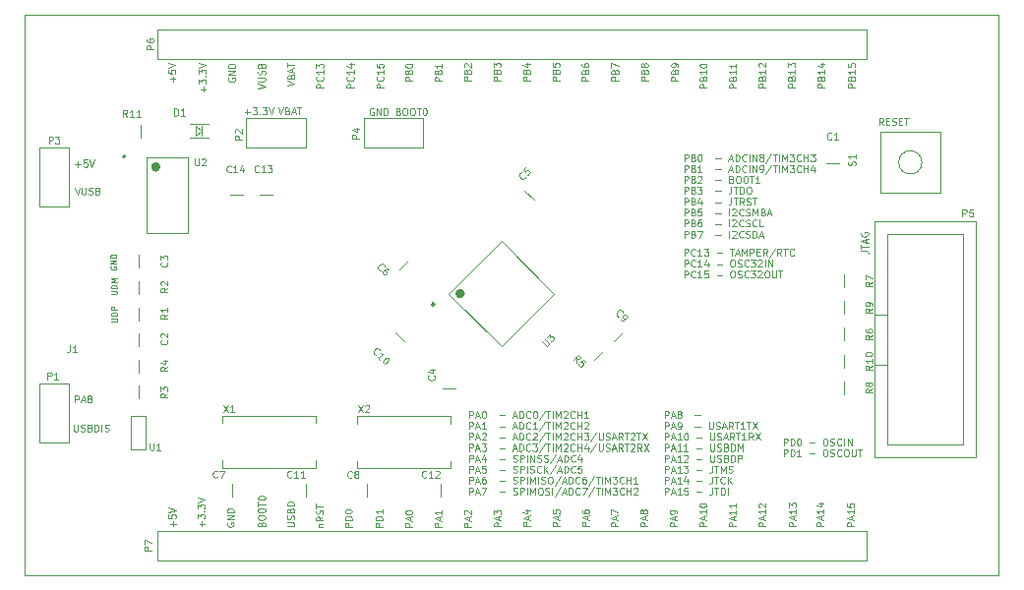
<source format=gto>
%FSLAX34Y34*%
G04 Gerber Fmt 3.4, Leading zero omitted, Abs format*
G04 (created by PCBNEW (2013-10-23 BZR 4410)-product) date Thu 24 Oct 2013 09:27:40 PM EDT*
%MOIN*%
G01*
G70*
G90*
G04 APERTURE LIST*
%ADD10C,0.005906*%
%ADD11C,0.003937*%
%ADD12C,0.003543*%
%ADD13C,0.007874*%
%ADD14C,0.015748*%
%ADD15C,0.009843*%
G04 APERTURE END LIST*
G54D10*
G54D11*
X60808Y-22169D02*
X60785Y-22158D01*
X60751Y-22158D01*
X60718Y-22169D01*
X60695Y-22191D01*
X60684Y-22214D01*
X60673Y-22259D01*
X60673Y-22293D01*
X60684Y-22338D01*
X60695Y-22360D01*
X60718Y-22383D01*
X60751Y-22394D01*
X60774Y-22394D01*
X60808Y-22383D01*
X60819Y-22371D01*
X60819Y-22293D01*
X60774Y-22293D01*
X60920Y-22394D02*
X60920Y-22158D01*
X61055Y-22394D01*
X61055Y-22158D01*
X61168Y-22394D02*
X61168Y-22158D01*
X61224Y-22158D01*
X61258Y-22169D01*
X61280Y-22191D01*
X61291Y-22214D01*
X61303Y-22259D01*
X61303Y-22293D01*
X61291Y-22338D01*
X61280Y-22360D01*
X61258Y-22383D01*
X61224Y-22394D01*
X61168Y-22394D01*
X61657Y-22270D02*
X61691Y-22281D01*
X61702Y-22293D01*
X61713Y-22315D01*
X61713Y-22349D01*
X61702Y-22371D01*
X61691Y-22383D01*
X61668Y-22394D01*
X61578Y-22394D01*
X61578Y-22158D01*
X61657Y-22158D01*
X61679Y-22169D01*
X61691Y-22180D01*
X61702Y-22203D01*
X61702Y-22225D01*
X61691Y-22248D01*
X61679Y-22259D01*
X61657Y-22270D01*
X61578Y-22270D01*
X61859Y-22158D02*
X61904Y-22158D01*
X61927Y-22169D01*
X61949Y-22191D01*
X61961Y-22236D01*
X61961Y-22315D01*
X61949Y-22360D01*
X61927Y-22383D01*
X61904Y-22394D01*
X61859Y-22394D01*
X61837Y-22383D01*
X61814Y-22360D01*
X61803Y-22315D01*
X61803Y-22236D01*
X61814Y-22191D01*
X61837Y-22169D01*
X61859Y-22158D01*
X62107Y-22158D02*
X62152Y-22158D01*
X62174Y-22169D01*
X62197Y-22191D01*
X62208Y-22236D01*
X62208Y-22315D01*
X62197Y-22360D01*
X62174Y-22383D01*
X62152Y-22394D01*
X62107Y-22394D01*
X62084Y-22383D01*
X62062Y-22360D01*
X62051Y-22315D01*
X62051Y-22236D01*
X62062Y-22191D01*
X62084Y-22169D01*
X62107Y-22158D01*
X62276Y-22158D02*
X62411Y-22158D01*
X62343Y-22394D02*
X62343Y-22158D01*
X62534Y-22158D02*
X62557Y-22158D01*
X62579Y-22169D01*
X62591Y-22180D01*
X62602Y-22203D01*
X62613Y-22248D01*
X62613Y-22304D01*
X62602Y-22349D01*
X62591Y-22371D01*
X62579Y-22383D01*
X62557Y-22394D01*
X62534Y-22394D01*
X62512Y-22383D01*
X62501Y-22371D01*
X62489Y-22349D01*
X62478Y-22304D01*
X62478Y-22248D01*
X62489Y-22203D01*
X62501Y-22180D01*
X62512Y-22169D01*
X62534Y-22158D01*
X70680Y-32669D02*
X70680Y-32433D01*
X70770Y-32433D01*
X70792Y-32444D01*
X70803Y-32456D01*
X70815Y-32478D01*
X70815Y-32512D01*
X70803Y-32534D01*
X70792Y-32546D01*
X70770Y-32557D01*
X70680Y-32557D01*
X70905Y-32602D02*
X71017Y-32602D01*
X70882Y-32669D02*
X70961Y-32433D01*
X71040Y-32669D01*
X71152Y-32534D02*
X71130Y-32523D01*
X71118Y-32512D01*
X71107Y-32489D01*
X71107Y-32478D01*
X71118Y-32456D01*
X71130Y-32444D01*
X71152Y-32433D01*
X71197Y-32433D01*
X71220Y-32444D01*
X71231Y-32456D01*
X71242Y-32478D01*
X71242Y-32489D01*
X71231Y-32512D01*
X71220Y-32523D01*
X71197Y-32534D01*
X71152Y-32534D01*
X71130Y-32546D01*
X71118Y-32557D01*
X71107Y-32579D01*
X71107Y-32624D01*
X71118Y-32647D01*
X71130Y-32658D01*
X71152Y-32669D01*
X71197Y-32669D01*
X71220Y-32658D01*
X71231Y-32647D01*
X71242Y-32624D01*
X71242Y-32579D01*
X71231Y-32557D01*
X71220Y-32546D01*
X71197Y-32534D01*
X71703Y-32579D02*
X71883Y-32579D01*
X70680Y-33039D02*
X70680Y-32803D01*
X70770Y-32803D01*
X70792Y-32814D01*
X70803Y-32826D01*
X70815Y-32848D01*
X70815Y-32882D01*
X70803Y-32904D01*
X70792Y-32916D01*
X70770Y-32927D01*
X70680Y-32927D01*
X70905Y-32972D02*
X71017Y-32972D01*
X70882Y-33039D02*
X70961Y-32803D01*
X71040Y-33039D01*
X71130Y-33039D02*
X71175Y-33039D01*
X71197Y-33028D01*
X71208Y-33017D01*
X71231Y-32983D01*
X71242Y-32938D01*
X71242Y-32848D01*
X71231Y-32826D01*
X71220Y-32814D01*
X71197Y-32803D01*
X71152Y-32803D01*
X71130Y-32814D01*
X71118Y-32826D01*
X71107Y-32848D01*
X71107Y-32904D01*
X71118Y-32927D01*
X71130Y-32938D01*
X71152Y-32949D01*
X71197Y-32949D01*
X71220Y-32938D01*
X71231Y-32927D01*
X71242Y-32904D01*
X71703Y-32949D02*
X71883Y-32949D01*
X72176Y-32803D02*
X72176Y-32994D01*
X72187Y-33017D01*
X72198Y-33028D01*
X72221Y-33039D01*
X72266Y-33039D01*
X72288Y-33028D01*
X72300Y-33017D01*
X72311Y-32994D01*
X72311Y-32803D01*
X72412Y-33028D02*
X72446Y-33039D01*
X72502Y-33039D01*
X72525Y-33028D01*
X72536Y-33017D01*
X72547Y-32994D01*
X72547Y-32972D01*
X72536Y-32949D01*
X72525Y-32938D01*
X72502Y-32927D01*
X72457Y-32916D01*
X72435Y-32904D01*
X72423Y-32893D01*
X72412Y-32871D01*
X72412Y-32848D01*
X72423Y-32826D01*
X72435Y-32814D01*
X72457Y-32803D01*
X72513Y-32803D01*
X72547Y-32814D01*
X72637Y-32972D02*
X72750Y-32972D01*
X72615Y-33039D02*
X72693Y-32803D01*
X72772Y-33039D01*
X72986Y-33039D02*
X72907Y-32927D01*
X72851Y-33039D02*
X72851Y-32803D01*
X72941Y-32803D01*
X72963Y-32814D01*
X72974Y-32826D01*
X72986Y-32848D01*
X72986Y-32882D01*
X72974Y-32904D01*
X72963Y-32916D01*
X72941Y-32927D01*
X72851Y-32927D01*
X73053Y-32803D02*
X73188Y-32803D01*
X73121Y-33039D02*
X73121Y-32803D01*
X73391Y-33039D02*
X73256Y-33039D01*
X73323Y-33039D02*
X73323Y-32803D01*
X73301Y-32837D01*
X73278Y-32859D01*
X73256Y-32871D01*
X73458Y-32803D02*
X73593Y-32803D01*
X73526Y-33039D02*
X73526Y-32803D01*
X73649Y-32803D02*
X73807Y-33039D01*
X73807Y-32803D02*
X73649Y-33039D01*
X70680Y-33410D02*
X70680Y-33173D01*
X70770Y-33173D01*
X70792Y-33185D01*
X70803Y-33196D01*
X70815Y-33218D01*
X70815Y-33252D01*
X70803Y-33275D01*
X70792Y-33286D01*
X70770Y-33297D01*
X70680Y-33297D01*
X70905Y-33342D02*
X71017Y-33342D01*
X70882Y-33410D02*
X70961Y-33173D01*
X71040Y-33410D01*
X71242Y-33410D02*
X71107Y-33410D01*
X71175Y-33410D02*
X71175Y-33173D01*
X71152Y-33207D01*
X71130Y-33230D01*
X71107Y-33241D01*
X71388Y-33173D02*
X71411Y-33173D01*
X71433Y-33185D01*
X71445Y-33196D01*
X71456Y-33218D01*
X71467Y-33263D01*
X71467Y-33320D01*
X71456Y-33365D01*
X71445Y-33387D01*
X71433Y-33398D01*
X71411Y-33410D01*
X71388Y-33410D01*
X71366Y-33398D01*
X71355Y-33387D01*
X71343Y-33365D01*
X71332Y-33320D01*
X71332Y-33263D01*
X71343Y-33218D01*
X71355Y-33196D01*
X71366Y-33185D01*
X71388Y-33173D01*
X71748Y-33320D02*
X71928Y-33320D01*
X72221Y-33173D02*
X72221Y-33365D01*
X72232Y-33387D01*
X72243Y-33398D01*
X72266Y-33410D01*
X72311Y-33410D01*
X72333Y-33398D01*
X72345Y-33387D01*
X72356Y-33365D01*
X72356Y-33173D01*
X72457Y-33398D02*
X72491Y-33410D01*
X72547Y-33410D01*
X72570Y-33398D01*
X72581Y-33387D01*
X72592Y-33365D01*
X72592Y-33342D01*
X72581Y-33320D01*
X72570Y-33308D01*
X72547Y-33297D01*
X72502Y-33286D01*
X72480Y-33275D01*
X72468Y-33263D01*
X72457Y-33241D01*
X72457Y-33218D01*
X72468Y-33196D01*
X72480Y-33185D01*
X72502Y-33173D01*
X72558Y-33173D01*
X72592Y-33185D01*
X72682Y-33342D02*
X72794Y-33342D01*
X72660Y-33410D02*
X72738Y-33173D01*
X72817Y-33410D01*
X73031Y-33410D02*
X72952Y-33297D01*
X72896Y-33410D02*
X72896Y-33173D01*
X72986Y-33173D01*
X73008Y-33185D01*
X73019Y-33196D01*
X73031Y-33218D01*
X73031Y-33252D01*
X73019Y-33275D01*
X73008Y-33286D01*
X72986Y-33297D01*
X72896Y-33297D01*
X73098Y-33173D02*
X73233Y-33173D01*
X73166Y-33410D02*
X73166Y-33173D01*
X73436Y-33410D02*
X73301Y-33410D01*
X73368Y-33410D02*
X73368Y-33173D01*
X73346Y-33207D01*
X73323Y-33230D01*
X73301Y-33241D01*
X73672Y-33410D02*
X73593Y-33297D01*
X73537Y-33410D02*
X73537Y-33173D01*
X73627Y-33173D01*
X73649Y-33185D01*
X73661Y-33196D01*
X73672Y-33218D01*
X73672Y-33252D01*
X73661Y-33275D01*
X73649Y-33286D01*
X73627Y-33297D01*
X73537Y-33297D01*
X73751Y-33173D02*
X73908Y-33410D01*
X73908Y-33173D02*
X73751Y-33410D01*
X70680Y-33780D02*
X70680Y-33543D01*
X70770Y-33543D01*
X70792Y-33555D01*
X70803Y-33566D01*
X70815Y-33588D01*
X70815Y-33622D01*
X70803Y-33645D01*
X70792Y-33656D01*
X70770Y-33667D01*
X70680Y-33667D01*
X70905Y-33712D02*
X71017Y-33712D01*
X70882Y-33780D02*
X70961Y-33543D01*
X71040Y-33780D01*
X71242Y-33780D02*
X71107Y-33780D01*
X71175Y-33780D02*
X71175Y-33543D01*
X71152Y-33577D01*
X71130Y-33600D01*
X71107Y-33611D01*
X71467Y-33780D02*
X71332Y-33780D01*
X71400Y-33780D02*
X71400Y-33543D01*
X71377Y-33577D01*
X71355Y-33600D01*
X71332Y-33611D01*
X71748Y-33690D02*
X71928Y-33690D01*
X72221Y-33543D02*
X72221Y-33735D01*
X72232Y-33757D01*
X72243Y-33768D01*
X72266Y-33780D01*
X72311Y-33780D01*
X72333Y-33768D01*
X72345Y-33757D01*
X72356Y-33735D01*
X72356Y-33543D01*
X72457Y-33768D02*
X72491Y-33780D01*
X72547Y-33780D01*
X72570Y-33768D01*
X72581Y-33757D01*
X72592Y-33735D01*
X72592Y-33712D01*
X72581Y-33690D01*
X72570Y-33678D01*
X72547Y-33667D01*
X72502Y-33656D01*
X72480Y-33645D01*
X72468Y-33633D01*
X72457Y-33611D01*
X72457Y-33588D01*
X72468Y-33566D01*
X72480Y-33555D01*
X72502Y-33543D01*
X72558Y-33543D01*
X72592Y-33555D01*
X72772Y-33656D02*
X72806Y-33667D01*
X72817Y-33678D01*
X72828Y-33701D01*
X72828Y-33735D01*
X72817Y-33757D01*
X72806Y-33768D01*
X72783Y-33780D01*
X72693Y-33780D01*
X72693Y-33543D01*
X72772Y-33543D01*
X72794Y-33555D01*
X72806Y-33566D01*
X72817Y-33588D01*
X72817Y-33611D01*
X72806Y-33633D01*
X72794Y-33645D01*
X72772Y-33656D01*
X72693Y-33656D01*
X72929Y-33780D02*
X72929Y-33543D01*
X72986Y-33543D01*
X73019Y-33555D01*
X73042Y-33577D01*
X73053Y-33600D01*
X73064Y-33645D01*
X73064Y-33678D01*
X73053Y-33723D01*
X73042Y-33746D01*
X73019Y-33768D01*
X72986Y-33780D01*
X72929Y-33780D01*
X73166Y-33780D02*
X73166Y-33543D01*
X73244Y-33712D01*
X73323Y-33543D01*
X73323Y-33780D01*
X70680Y-34150D02*
X70680Y-33913D01*
X70770Y-33913D01*
X70792Y-33925D01*
X70803Y-33936D01*
X70815Y-33958D01*
X70815Y-33992D01*
X70803Y-34015D01*
X70792Y-34026D01*
X70770Y-34037D01*
X70680Y-34037D01*
X70905Y-34082D02*
X71017Y-34082D01*
X70882Y-34150D02*
X70961Y-33913D01*
X71040Y-34150D01*
X71242Y-34150D02*
X71107Y-34150D01*
X71175Y-34150D02*
X71175Y-33913D01*
X71152Y-33947D01*
X71130Y-33970D01*
X71107Y-33981D01*
X71332Y-33936D02*
X71343Y-33925D01*
X71366Y-33913D01*
X71422Y-33913D01*
X71445Y-33925D01*
X71456Y-33936D01*
X71467Y-33958D01*
X71467Y-33981D01*
X71456Y-34015D01*
X71321Y-34150D01*
X71467Y-34150D01*
X71748Y-34060D02*
X71928Y-34060D01*
X72221Y-33913D02*
X72221Y-34105D01*
X72232Y-34127D01*
X72243Y-34138D01*
X72266Y-34150D01*
X72311Y-34150D01*
X72333Y-34138D01*
X72345Y-34127D01*
X72356Y-34105D01*
X72356Y-33913D01*
X72457Y-34138D02*
X72491Y-34150D01*
X72547Y-34150D01*
X72570Y-34138D01*
X72581Y-34127D01*
X72592Y-34105D01*
X72592Y-34082D01*
X72581Y-34060D01*
X72570Y-34048D01*
X72547Y-34037D01*
X72502Y-34026D01*
X72480Y-34015D01*
X72468Y-34003D01*
X72457Y-33981D01*
X72457Y-33958D01*
X72468Y-33936D01*
X72480Y-33925D01*
X72502Y-33913D01*
X72558Y-33913D01*
X72592Y-33925D01*
X72772Y-34026D02*
X72806Y-34037D01*
X72817Y-34048D01*
X72828Y-34071D01*
X72828Y-34105D01*
X72817Y-34127D01*
X72806Y-34138D01*
X72783Y-34150D01*
X72693Y-34150D01*
X72693Y-33913D01*
X72772Y-33913D01*
X72794Y-33925D01*
X72806Y-33936D01*
X72817Y-33958D01*
X72817Y-33981D01*
X72806Y-34003D01*
X72794Y-34015D01*
X72772Y-34026D01*
X72693Y-34026D01*
X72929Y-34150D02*
X72929Y-33913D01*
X72986Y-33913D01*
X73019Y-33925D01*
X73042Y-33947D01*
X73053Y-33970D01*
X73064Y-34015D01*
X73064Y-34048D01*
X73053Y-34093D01*
X73042Y-34116D01*
X73019Y-34138D01*
X72986Y-34150D01*
X72929Y-34150D01*
X73166Y-34150D02*
X73166Y-33913D01*
X73256Y-33913D01*
X73278Y-33925D01*
X73289Y-33936D01*
X73301Y-33958D01*
X73301Y-33992D01*
X73289Y-34015D01*
X73278Y-34026D01*
X73256Y-34037D01*
X73166Y-34037D01*
X70680Y-34520D02*
X70680Y-34284D01*
X70770Y-34284D01*
X70792Y-34295D01*
X70803Y-34306D01*
X70815Y-34329D01*
X70815Y-34362D01*
X70803Y-34385D01*
X70792Y-34396D01*
X70770Y-34407D01*
X70680Y-34407D01*
X70905Y-34452D02*
X71017Y-34452D01*
X70882Y-34520D02*
X70961Y-34284D01*
X71040Y-34520D01*
X71242Y-34520D02*
X71107Y-34520D01*
X71175Y-34520D02*
X71175Y-34284D01*
X71152Y-34317D01*
X71130Y-34340D01*
X71107Y-34351D01*
X71321Y-34284D02*
X71467Y-34284D01*
X71388Y-34374D01*
X71422Y-34374D01*
X71445Y-34385D01*
X71456Y-34396D01*
X71467Y-34419D01*
X71467Y-34475D01*
X71456Y-34497D01*
X71445Y-34508D01*
X71422Y-34520D01*
X71355Y-34520D01*
X71332Y-34508D01*
X71321Y-34497D01*
X71748Y-34430D02*
X71928Y-34430D01*
X72288Y-34284D02*
X72288Y-34452D01*
X72277Y-34486D01*
X72255Y-34508D01*
X72221Y-34520D01*
X72198Y-34520D01*
X72367Y-34284D02*
X72502Y-34284D01*
X72435Y-34520D02*
X72435Y-34284D01*
X72581Y-34520D02*
X72581Y-34284D01*
X72660Y-34452D01*
X72738Y-34284D01*
X72738Y-34520D01*
X72839Y-34508D02*
X72873Y-34520D01*
X72929Y-34520D01*
X72952Y-34508D01*
X72963Y-34497D01*
X72974Y-34475D01*
X72974Y-34452D01*
X72963Y-34430D01*
X72952Y-34419D01*
X72929Y-34407D01*
X72884Y-34396D01*
X72862Y-34385D01*
X72851Y-34374D01*
X72839Y-34351D01*
X72839Y-34329D01*
X72851Y-34306D01*
X72862Y-34295D01*
X72884Y-34284D01*
X72941Y-34284D01*
X72974Y-34295D01*
X70680Y-34890D02*
X70680Y-34654D01*
X70770Y-34654D01*
X70792Y-34665D01*
X70803Y-34676D01*
X70815Y-34699D01*
X70815Y-34732D01*
X70803Y-34755D01*
X70792Y-34766D01*
X70770Y-34777D01*
X70680Y-34777D01*
X70905Y-34822D02*
X71017Y-34822D01*
X70882Y-34890D02*
X70961Y-34654D01*
X71040Y-34890D01*
X71242Y-34890D02*
X71107Y-34890D01*
X71175Y-34890D02*
X71175Y-34654D01*
X71152Y-34687D01*
X71130Y-34710D01*
X71107Y-34721D01*
X71445Y-34732D02*
X71445Y-34890D01*
X71388Y-34642D02*
X71332Y-34811D01*
X71478Y-34811D01*
X71748Y-34800D02*
X71928Y-34800D01*
X72288Y-34654D02*
X72288Y-34822D01*
X72277Y-34856D01*
X72255Y-34879D01*
X72221Y-34890D01*
X72198Y-34890D01*
X72367Y-34654D02*
X72502Y-34654D01*
X72435Y-34890D02*
X72435Y-34654D01*
X72716Y-34867D02*
X72705Y-34879D01*
X72671Y-34890D01*
X72648Y-34890D01*
X72615Y-34879D01*
X72592Y-34856D01*
X72581Y-34834D01*
X72570Y-34789D01*
X72570Y-34755D01*
X72581Y-34710D01*
X72592Y-34687D01*
X72615Y-34665D01*
X72648Y-34654D01*
X72671Y-34654D01*
X72705Y-34665D01*
X72716Y-34676D01*
X72817Y-34890D02*
X72817Y-34654D01*
X72952Y-34890D02*
X72851Y-34755D01*
X72952Y-34654D02*
X72817Y-34789D01*
X70680Y-35260D02*
X70680Y-35024D01*
X70770Y-35024D01*
X70792Y-35035D01*
X70803Y-35046D01*
X70815Y-35069D01*
X70815Y-35102D01*
X70803Y-35125D01*
X70792Y-35136D01*
X70770Y-35147D01*
X70680Y-35147D01*
X70905Y-35192D02*
X71017Y-35192D01*
X70882Y-35260D02*
X70961Y-35024D01*
X71040Y-35260D01*
X71242Y-35260D02*
X71107Y-35260D01*
X71175Y-35260D02*
X71175Y-35024D01*
X71152Y-35057D01*
X71130Y-35080D01*
X71107Y-35091D01*
X71456Y-35024D02*
X71343Y-35024D01*
X71332Y-35136D01*
X71343Y-35125D01*
X71366Y-35114D01*
X71422Y-35114D01*
X71445Y-35125D01*
X71456Y-35136D01*
X71467Y-35159D01*
X71467Y-35215D01*
X71456Y-35237D01*
X71445Y-35249D01*
X71422Y-35260D01*
X71366Y-35260D01*
X71343Y-35249D01*
X71332Y-35237D01*
X71748Y-35170D02*
X71928Y-35170D01*
X72288Y-35024D02*
X72288Y-35192D01*
X72277Y-35226D01*
X72255Y-35249D01*
X72221Y-35260D01*
X72198Y-35260D01*
X72367Y-35024D02*
X72502Y-35024D01*
X72435Y-35260D02*
X72435Y-35024D01*
X72581Y-35260D02*
X72581Y-35024D01*
X72637Y-35024D01*
X72671Y-35035D01*
X72693Y-35057D01*
X72705Y-35080D01*
X72716Y-35125D01*
X72716Y-35159D01*
X72705Y-35204D01*
X72693Y-35226D01*
X72671Y-35249D01*
X72637Y-35260D01*
X72581Y-35260D01*
X72817Y-35260D02*
X72817Y-35024D01*
X71339Y-27167D02*
X71339Y-26931D01*
X71429Y-26931D01*
X71452Y-26942D01*
X71463Y-26954D01*
X71474Y-26976D01*
X71474Y-27010D01*
X71463Y-27032D01*
X71452Y-27044D01*
X71429Y-27055D01*
X71339Y-27055D01*
X71710Y-27145D02*
X71699Y-27156D01*
X71665Y-27167D01*
X71643Y-27167D01*
X71609Y-27156D01*
X71587Y-27134D01*
X71575Y-27111D01*
X71564Y-27066D01*
X71564Y-27032D01*
X71575Y-26987D01*
X71587Y-26965D01*
X71609Y-26942D01*
X71643Y-26931D01*
X71665Y-26931D01*
X71699Y-26942D01*
X71710Y-26954D01*
X71935Y-27167D02*
X71800Y-27167D01*
X71868Y-27167D02*
X71868Y-26931D01*
X71845Y-26965D01*
X71823Y-26987D01*
X71800Y-26999D01*
X72014Y-26931D02*
X72160Y-26931D01*
X72082Y-27021D01*
X72115Y-27021D01*
X72138Y-27032D01*
X72149Y-27044D01*
X72160Y-27066D01*
X72160Y-27122D01*
X72149Y-27145D01*
X72138Y-27156D01*
X72115Y-27167D01*
X72048Y-27167D01*
X72025Y-27156D01*
X72014Y-27145D01*
X72442Y-27077D02*
X72622Y-27077D01*
X72880Y-26931D02*
X73015Y-26931D01*
X72948Y-27167D02*
X72948Y-26931D01*
X73083Y-27100D02*
X73195Y-27100D01*
X73060Y-27167D02*
X73139Y-26931D01*
X73218Y-27167D01*
X73296Y-27167D02*
X73296Y-26931D01*
X73375Y-27100D01*
X73454Y-26931D01*
X73454Y-27167D01*
X73566Y-27167D02*
X73566Y-26931D01*
X73656Y-26931D01*
X73679Y-26942D01*
X73690Y-26954D01*
X73701Y-26976D01*
X73701Y-27010D01*
X73690Y-27032D01*
X73679Y-27044D01*
X73656Y-27055D01*
X73566Y-27055D01*
X73803Y-27044D02*
X73881Y-27044D01*
X73915Y-27167D02*
X73803Y-27167D01*
X73803Y-26931D01*
X73915Y-26931D01*
X74151Y-27167D02*
X74073Y-27055D01*
X74016Y-27167D02*
X74016Y-26931D01*
X74106Y-26931D01*
X74129Y-26942D01*
X74140Y-26954D01*
X74151Y-26976D01*
X74151Y-27010D01*
X74140Y-27032D01*
X74129Y-27044D01*
X74106Y-27055D01*
X74016Y-27055D01*
X74421Y-26920D02*
X74219Y-27224D01*
X74635Y-27167D02*
X74556Y-27055D01*
X74500Y-27167D02*
X74500Y-26931D01*
X74590Y-26931D01*
X74613Y-26942D01*
X74624Y-26954D01*
X74635Y-26976D01*
X74635Y-27010D01*
X74624Y-27032D01*
X74613Y-27044D01*
X74590Y-27055D01*
X74500Y-27055D01*
X74703Y-26931D02*
X74838Y-26931D01*
X74770Y-27167D02*
X74770Y-26931D01*
X75051Y-27145D02*
X75040Y-27156D01*
X75006Y-27167D01*
X74984Y-27167D01*
X74950Y-27156D01*
X74928Y-27134D01*
X74916Y-27111D01*
X74905Y-27066D01*
X74905Y-27032D01*
X74916Y-26987D01*
X74928Y-26965D01*
X74950Y-26942D01*
X74984Y-26931D01*
X75006Y-26931D01*
X75040Y-26942D01*
X75051Y-26954D01*
X71339Y-27537D02*
X71339Y-27301D01*
X71429Y-27301D01*
X71452Y-27312D01*
X71463Y-27324D01*
X71474Y-27346D01*
X71474Y-27380D01*
X71463Y-27402D01*
X71452Y-27414D01*
X71429Y-27425D01*
X71339Y-27425D01*
X71710Y-27515D02*
X71699Y-27526D01*
X71665Y-27537D01*
X71643Y-27537D01*
X71609Y-27526D01*
X71587Y-27504D01*
X71575Y-27481D01*
X71564Y-27436D01*
X71564Y-27402D01*
X71575Y-27357D01*
X71587Y-27335D01*
X71609Y-27312D01*
X71643Y-27301D01*
X71665Y-27301D01*
X71699Y-27312D01*
X71710Y-27324D01*
X71935Y-27537D02*
X71800Y-27537D01*
X71868Y-27537D02*
X71868Y-27301D01*
X71845Y-27335D01*
X71823Y-27357D01*
X71800Y-27369D01*
X72138Y-27380D02*
X72138Y-27537D01*
X72082Y-27290D02*
X72025Y-27459D01*
X72172Y-27459D01*
X72442Y-27447D02*
X72622Y-27447D01*
X72959Y-27301D02*
X73004Y-27301D01*
X73026Y-27312D01*
X73049Y-27335D01*
X73060Y-27380D01*
X73060Y-27459D01*
X73049Y-27504D01*
X73026Y-27526D01*
X73004Y-27537D01*
X72959Y-27537D01*
X72937Y-27526D01*
X72914Y-27504D01*
X72903Y-27459D01*
X72903Y-27380D01*
X72914Y-27335D01*
X72937Y-27312D01*
X72959Y-27301D01*
X73150Y-27526D02*
X73184Y-27537D01*
X73240Y-27537D01*
X73263Y-27526D01*
X73274Y-27515D01*
X73285Y-27492D01*
X73285Y-27470D01*
X73274Y-27447D01*
X73263Y-27436D01*
X73240Y-27425D01*
X73195Y-27414D01*
X73173Y-27402D01*
X73161Y-27391D01*
X73150Y-27369D01*
X73150Y-27346D01*
X73161Y-27324D01*
X73173Y-27312D01*
X73195Y-27301D01*
X73251Y-27301D01*
X73285Y-27312D01*
X73521Y-27515D02*
X73510Y-27526D01*
X73476Y-27537D01*
X73454Y-27537D01*
X73420Y-27526D01*
X73398Y-27504D01*
X73386Y-27481D01*
X73375Y-27436D01*
X73375Y-27402D01*
X73386Y-27357D01*
X73398Y-27335D01*
X73420Y-27312D01*
X73454Y-27301D01*
X73476Y-27301D01*
X73510Y-27312D01*
X73521Y-27324D01*
X73600Y-27301D02*
X73746Y-27301D01*
X73668Y-27391D01*
X73701Y-27391D01*
X73724Y-27402D01*
X73735Y-27414D01*
X73746Y-27436D01*
X73746Y-27492D01*
X73735Y-27515D01*
X73724Y-27526D01*
X73701Y-27537D01*
X73634Y-27537D01*
X73611Y-27526D01*
X73600Y-27515D01*
X73836Y-27324D02*
X73848Y-27312D01*
X73870Y-27301D01*
X73926Y-27301D01*
X73949Y-27312D01*
X73960Y-27324D01*
X73971Y-27346D01*
X73971Y-27369D01*
X73960Y-27402D01*
X73825Y-27537D01*
X73971Y-27537D01*
X74073Y-27537D02*
X74073Y-27301D01*
X74185Y-27537D02*
X74185Y-27301D01*
X74320Y-27537D01*
X74320Y-27301D01*
X71339Y-27908D02*
X71339Y-27671D01*
X71429Y-27671D01*
X71452Y-27683D01*
X71463Y-27694D01*
X71474Y-27716D01*
X71474Y-27750D01*
X71463Y-27773D01*
X71452Y-27784D01*
X71429Y-27795D01*
X71339Y-27795D01*
X71710Y-27885D02*
X71699Y-27896D01*
X71665Y-27908D01*
X71643Y-27908D01*
X71609Y-27896D01*
X71587Y-27874D01*
X71575Y-27851D01*
X71564Y-27806D01*
X71564Y-27773D01*
X71575Y-27728D01*
X71587Y-27705D01*
X71609Y-27683D01*
X71643Y-27671D01*
X71665Y-27671D01*
X71699Y-27683D01*
X71710Y-27694D01*
X71935Y-27908D02*
X71800Y-27908D01*
X71868Y-27908D02*
X71868Y-27671D01*
X71845Y-27705D01*
X71823Y-27728D01*
X71800Y-27739D01*
X72149Y-27671D02*
X72037Y-27671D01*
X72025Y-27784D01*
X72037Y-27773D01*
X72059Y-27761D01*
X72115Y-27761D01*
X72138Y-27773D01*
X72149Y-27784D01*
X72160Y-27806D01*
X72160Y-27863D01*
X72149Y-27885D01*
X72138Y-27896D01*
X72115Y-27908D01*
X72059Y-27908D01*
X72037Y-27896D01*
X72025Y-27885D01*
X72442Y-27818D02*
X72622Y-27818D01*
X72959Y-27671D02*
X73004Y-27671D01*
X73026Y-27683D01*
X73049Y-27705D01*
X73060Y-27750D01*
X73060Y-27829D01*
X73049Y-27874D01*
X73026Y-27896D01*
X73004Y-27908D01*
X72959Y-27908D01*
X72937Y-27896D01*
X72914Y-27874D01*
X72903Y-27829D01*
X72903Y-27750D01*
X72914Y-27705D01*
X72937Y-27683D01*
X72959Y-27671D01*
X73150Y-27896D02*
X73184Y-27908D01*
X73240Y-27908D01*
X73263Y-27896D01*
X73274Y-27885D01*
X73285Y-27863D01*
X73285Y-27840D01*
X73274Y-27818D01*
X73263Y-27806D01*
X73240Y-27795D01*
X73195Y-27784D01*
X73173Y-27773D01*
X73161Y-27761D01*
X73150Y-27739D01*
X73150Y-27716D01*
X73161Y-27694D01*
X73173Y-27683D01*
X73195Y-27671D01*
X73251Y-27671D01*
X73285Y-27683D01*
X73521Y-27885D02*
X73510Y-27896D01*
X73476Y-27908D01*
X73454Y-27908D01*
X73420Y-27896D01*
X73398Y-27874D01*
X73386Y-27851D01*
X73375Y-27806D01*
X73375Y-27773D01*
X73386Y-27728D01*
X73398Y-27705D01*
X73420Y-27683D01*
X73454Y-27671D01*
X73476Y-27671D01*
X73510Y-27683D01*
X73521Y-27694D01*
X73600Y-27671D02*
X73746Y-27671D01*
X73668Y-27761D01*
X73701Y-27761D01*
X73724Y-27773D01*
X73735Y-27784D01*
X73746Y-27806D01*
X73746Y-27863D01*
X73735Y-27885D01*
X73724Y-27896D01*
X73701Y-27908D01*
X73634Y-27908D01*
X73611Y-27896D01*
X73600Y-27885D01*
X73836Y-27694D02*
X73848Y-27683D01*
X73870Y-27671D01*
X73926Y-27671D01*
X73949Y-27683D01*
X73960Y-27694D01*
X73971Y-27716D01*
X73971Y-27739D01*
X73960Y-27773D01*
X73825Y-27908D01*
X73971Y-27908D01*
X74118Y-27671D02*
X74163Y-27671D01*
X74185Y-27683D01*
X74208Y-27705D01*
X74219Y-27750D01*
X74219Y-27829D01*
X74208Y-27874D01*
X74185Y-27896D01*
X74163Y-27908D01*
X74118Y-27908D01*
X74095Y-27896D01*
X74073Y-27874D01*
X74061Y-27829D01*
X74061Y-27750D01*
X74073Y-27705D01*
X74095Y-27683D01*
X74118Y-27671D01*
X74320Y-27671D02*
X74320Y-27863D01*
X74331Y-27885D01*
X74343Y-27896D01*
X74365Y-27908D01*
X74410Y-27908D01*
X74433Y-27896D01*
X74444Y-27885D01*
X74455Y-27863D01*
X74455Y-27671D01*
X74534Y-27671D02*
X74669Y-27671D01*
X74601Y-27908D02*
X74601Y-27671D01*
X71339Y-23959D02*
X71339Y-23723D01*
X71429Y-23723D01*
X71452Y-23734D01*
X71463Y-23745D01*
X71474Y-23767D01*
X71474Y-23801D01*
X71463Y-23824D01*
X71452Y-23835D01*
X71429Y-23846D01*
X71339Y-23846D01*
X71654Y-23835D02*
X71688Y-23846D01*
X71699Y-23857D01*
X71710Y-23880D01*
X71710Y-23914D01*
X71699Y-23936D01*
X71688Y-23947D01*
X71665Y-23959D01*
X71575Y-23959D01*
X71575Y-23723D01*
X71654Y-23723D01*
X71677Y-23734D01*
X71688Y-23745D01*
X71699Y-23767D01*
X71699Y-23790D01*
X71688Y-23812D01*
X71677Y-23824D01*
X71654Y-23835D01*
X71575Y-23835D01*
X71857Y-23723D02*
X71879Y-23723D01*
X71902Y-23734D01*
X71913Y-23745D01*
X71924Y-23767D01*
X71935Y-23812D01*
X71935Y-23869D01*
X71924Y-23914D01*
X71913Y-23936D01*
X71902Y-23947D01*
X71879Y-23959D01*
X71857Y-23959D01*
X71834Y-23947D01*
X71823Y-23936D01*
X71812Y-23914D01*
X71800Y-23869D01*
X71800Y-23812D01*
X71812Y-23767D01*
X71823Y-23745D01*
X71834Y-23734D01*
X71857Y-23723D01*
X72397Y-23869D02*
X72577Y-23869D01*
X72858Y-23891D02*
X72970Y-23891D01*
X72835Y-23959D02*
X72914Y-23723D01*
X72993Y-23959D01*
X73071Y-23959D02*
X73071Y-23723D01*
X73128Y-23723D01*
X73161Y-23734D01*
X73184Y-23756D01*
X73195Y-23779D01*
X73206Y-23824D01*
X73206Y-23857D01*
X73195Y-23902D01*
X73184Y-23925D01*
X73161Y-23947D01*
X73128Y-23959D01*
X73071Y-23959D01*
X73443Y-23936D02*
X73431Y-23947D01*
X73398Y-23959D01*
X73375Y-23959D01*
X73341Y-23947D01*
X73319Y-23925D01*
X73308Y-23902D01*
X73296Y-23857D01*
X73296Y-23824D01*
X73308Y-23779D01*
X73319Y-23756D01*
X73341Y-23734D01*
X73375Y-23723D01*
X73398Y-23723D01*
X73431Y-23734D01*
X73443Y-23745D01*
X73544Y-23959D02*
X73544Y-23723D01*
X73656Y-23959D02*
X73656Y-23723D01*
X73791Y-23959D01*
X73791Y-23723D01*
X73938Y-23824D02*
X73915Y-23812D01*
X73904Y-23801D01*
X73893Y-23779D01*
X73893Y-23767D01*
X73904Y-23745D01*
X73915Y-23734D01*
X73938Y-23723D01*
X73983Y-23723D01*
X74005Y-23734D01*
X74016Y-23745D01*
X74028Y-23767D01*
X74028Y-23779D01*
X74016Y-23801D01*
X74005Y-23812D01*
X73983Y-23824D01*
X73938Y-23824D01*
X73915Y-23835D01*
X73904Y-23846D01*
X73893Y-23869D01*
X73893Y-23914D01*
X73904Y-23936D01*
X73915Y-23947D01*
X73938Y-23959D01*
X73983Y-23959D01*
X74005Y-23947D01*
X74016Y-23936D01*
X74028Y-23914D01*
X74028Y-23869D01*
X74016Y-23846D01*
X74005Y-23835D01*
X73983Y-23824D01*
X74298Y-23711D02*
X74095Y-24015D01*
X74343Y-23723D02*
X74478Y-23723D01*
X74410Y-23959D02*
X74410Y-23723D01*
X74556Y-23959D02*
X74556Y-23723D01*
X74669Y-23959D02*
X74669Y-23723D01*
X74748Y-23891D01*
X74826Y-23723D01*
X74826Y-23959D01*
X74916Y-23723D02*
X75062Y-23723D01*
X74984Y-23812D01*
X75017Y-23812D01*
X75040Y-23824D01*
X75051Y-23835D01*
X75062Y-23857D01*
X75062Y-23914D01*
X75051Y-23936D01*
X75040Y-23947D01*
X75017Y-23959D01*
X74950Y-23959D01*
X74928Y-23947D01*
X74916Y-23936D01*
X75299Y-23936D02*
X75287Y-23947D01*
X75254Y-23959D01*
X75231Y-23959D01*
X75197Y-23947D01*
X75175Y-23925D01*
X75164Y-23902D01*
X75152Y-23857D01*
X75152Y-23824D01*
X75164Y-23779D01*
X75175Y-23756D01*
X75197Y-23734D01*
X75231Y-23723D01*
X75254Y-23723D01*
X75287Y-23734D01*
X75299Y-23745D01*
X75400Y-23959D02*
X75400Y-23723D01*
X75400Y-23835D02*
X75535Y-23835D01*
X75535Y-23959D02*
X75535Y-23723D01*
X75625Y-23723D02*
X75771Y-23723D01*
X75692Y-23812D01*
X75726Y-23812D01*
X75749Y-23824D01*
X75760Y-23835D01*
X75771Y-23857D01*
X75771Y-23914D01*
X75760Y-23936D01*
X75749Y-23947D01*
X75726Y-23959D01*
X75659Y-23959D01*
X75636Y-23947D01*
X75625Y-23936D01*
X71339Y-24329D02*
X71339Y-24093D01*
X71429Y-24093D01*
X71452Y-24104D01*
X71463Y-24115D01*
X71474Y-24138D01*
X71474Y-24171D01*
X71463Y-24194D01*
X71452Y-24205D01*
X71429Y-24216D01*
X71339Y-24216D01*
X71654Y-24205D02*
X71688Y-24216D01*
X71699Y-24228D01*
X71710Y-24250D01*
X71710Y-24284D01*
X71699Y-24306D01*
X71688Y-24318D01*
X71665Y-24329D01*
X71575Y-24329D01*
X71575Y-24093D01*
X71654Y-24093D01*
X71677Y-24104D01*
X71688Y-24115D01*
X71699Y-24138D01*
X71699Y-24160D01*
X71688Y-24183D01*
X71677Y-24194D01*
X71654Y-24205D01*
X71575Y-24205D01*
X71935Y-24329D02*
X71800Y-24329D01*
X71868Y-24329D02*
X71868Y-24093D01*
X71845Y-24126D01*
X71823Y-24149D01*
X71800Y-24160D01*
X72397Y-24239D02*
X72577Y-24239D01*
X72858Y-24261D02*
X72970Y-24261D01*
X72835Y-24329D02*
X72914Y-24093D01*
X72993Y-24329D01*
X73071Y-24329D02*
X73071Y-24093D01*
X73128Y-24093D01*
X73161Y-24104D01*
X73184Y-24126D01*
X73195Y-24149D01*
X73206Y-24194D01*
X73206Y-24228D01*
X73195Y-24273D01*
X73184Y-24295D01*
X73161Y-24318D01*
X73128Y-24329D01*
X73071Y-24329D01*
X73443Y-24306D02*
X73431Y-24318D01*
X73398Y-24329D01*
X73375Y-24329D01*
X73341Y-24318D01*
X73319Y-24295D01*
X73308Y-24273D01*
X73296Y-24228D01*
X73296Y-24194D01*
X73308Y-24149D01*
X73319Y-24126D01*
X73341Y-24104D01*
X73375Y-24093D01*
X73398Y-24093D01*
X73431Y-24104D01*
X73443Y-24115D01*
X73544Y-24329D02*
X73544Y-24093D01*
X73656Y-24329D02*
X73656Y-24093D01*
X73791Y-24329D01*
X73791Y-24093D01*
X73915Y-24329D02*
X73960Y-24329D01*
X73983Y-24318D01*
X73994Y-24306D01*
X74016Y-24273D01*
X74028Y-24228D01*
X74028Y-24138D01*
X74016Y-24115D01*
X74005Y-24104D01*
X73983Y-24093D01*
X73938Y-24093D01*
X73915Y-24104D01*
X73904Y-24115D01*
X73893Y-24138D01*
X73893Y-24194D01*
X73904Y-24216D01*
X73915Y-24228D01*
X73938Y-24239D01*
X73983Y-24239D01*
X74005Y-24228D01*
X74016Y-24216D01*
X74028Y-24194D01*
X74298Y-24081D02*
X74095Y-24385D01*
X74343Y-24093D02*
X74478Y-24093D01*
X74410Y-24329D02*
X74410Y-24093D01*
X74556Y-24329D02*
X74556Y-24093D01*
X74669Y-24329D02*
X74669Y-24093D01*
X74748Y-24261D01*
X74826Y-24093D01*
X74826Y-24329D01*
X74916Y-24093D02*
X75062Y-24093D01*
X74984Y-24183D01*
X75017Y-24183D01*
X75040Y-24194D01*
X75051Y-24205D01*
X75062Y-24228D01*
X75062Y-24284D01*
X75051Y-24306D01*
X75040Y-24318D01*
X75017Y-24329D01*
X74950Y-24329D01*
X74928Y-24318D01*
X74916Y-24306D01*
X75299Y-24306D02*
X75287Y-24318D01*
X75254Y-24329D01*
X75231Y-24329D01*
X75197Y-24318D01*
X75175Y-24295D01*
X75164Y-24273D01*
X75152Y-24228D01*
X75152Y-24194D01*
X75164Y-24149D01*
X75175Y-24126D01*
X75197Y-24104D01*
X75231Y-24093D01*
X75254Y-24093D01*
X75287Y-24104D01*
X75299Y-24115D01*
X75400Y-24329D02*
X75400Y-24093D01*
X75400Y-24205D02*
X75535Y-24205D01*
X75535Y-24329D02*
X75535Y-24093D01*
X75749Y-24171D02*
X75749Y-24329D01*
X75692Y-24081D02*
X75636Y-24250D01*
X75782Y-24250D01*
X71339Y-24699D02*
X71339Y-24463D01*
X71429Y-24463D01*
X71452Y-24474D01*
X71463Y-24485D01*
X71474Y-24508D01*
X71474Y-24541D01*
X71463Y-24564D01*
X71452Y-24575D01*
X71429Y-24586D01*
X71339Y-24586D01*
X71654Y-24575D02*
X71688Y-24586D01*
X71699Y-24598D01*
X71710Y-24620D01*
X71710Y-24654D01*
X71699Y-24676D01*
X71688Y-24688D01*
X71665Y-24699D01*
X71575Y-24699D01*
X71575Y-24463D01*
X71654Y-24463D01*
X71677Y-24474D01*
X71688Y-24485D01*
X71699Y-24508D01*
X71699Y-24530D01*
X71688Y-24553D01*
X71677Y-24564D01*
X71654Y-24575D01*
X71575Y-24575D01*
X71800Y-24485D02*
X71812Y-24474D01*
X71834Y-24463D01*
X71890Y-24463D01*
X71913Y-24474D01*
X71924Y-24485D01*
X71935Y-24508D01*
X71935Y-24530D01*
X71924Y-24564D01*
X71789Y-24699D01*
X71935Y-24699D01*
X72397Y-24609D02*
X72577Y-24609D01*
X72948Y-24575D02*
X72982Y-24586D01*
X72993Y-24598D01*
X73004Y-24620D01*
X73004Y-24654D01*
X72993Y-24676D01*
X72982Y-24688D01*
X72959Y-24699D01*
X72869Y-24699D01*
X72869Y-24463D01*
X72948Y-24463D01*
X72970Y-24474D01*
X72982Y-24485D01*
X72993Y-24508D01*
X72993Y-24530D01*
X72982Y-24553D01*
X72970Y-24564D01*
X72948Y-24575D01*
X72869Y-24575D01*
X73150Y-24463D02*
X73195Y-24463D01*
X73218Y-24474D01*
X73240Y-24496D01*
X73251Y-24541D01*
X73251Y-24620D01*
X73240Y-24665D01*
X73218Y-24688D01*
X73195Y-24699D01*
X73150Y-24699D01*
X73128Y-24688D01*
X73105Y-24665D01*
X73094Y-24620D01*
X73094Y-24541D01*
X73105Y-24496D01*
X73128Y-24474D01*
X73150Y-24463D01*
X73398Y-24463D02*
X73443Y-24463D01*
X73465Y-24474D01*
X73488Y-24496D01*
X73499Y-24541D01*
X73499Y-24620D01*
X73488Y-24665D01*
X73465Y-24688D01*
X73443Y-24699D01*
X73398Y-24699D01*
X73375Y-24688D01*
X73353Y-24665D01*
X73341Y-24620D01*
X73341Y-24541D01*
X73353Y-24496D01*
X73375Y-24474D01*
X73398Y-24463D01*
X73566Y-24463D02*
X73701Y-24463D01*
X73634Y-24699D02*
X73634Y-24463D01*
X73904Y-24699D02*
X73769Y-24699D01*
X73836Y-24699D02*
X73836Y-24463D01*
X73814Y-24496D01*
X73791Y-24519D01*
X73769Y-24530D01*
X71339Y-25069D02*
X71339Y-24833D01*
X71429Y-24833D01*
X71452Y-24844D01*
X71463Y-24855D01*
X71474Y-24878D01*
X71474Y-24911D01*
X71463Y-24934D01*
X71452Y-24945D01*
X71429Y-24956D01*
X71339Y-24956D01*
X71654Y-24945D02*
X71688Y-24956D01*
X71699Y-24968D01*
X71710Y-24990D01*
X71710Y-25024D01*
X71699Y-25046D01*
X71688Y-25058D01*
X71665Y-25069D01*
X71575Y-25069D01*
X71575Y-24833D01*
X71654Y-24833D01*
X71677Y-24844D01*
X71688Y-24855D01*
X71699Y-24878D01*
X71699Y-24900D01*
X71688Y-24923D01*
X71677Y-24934D01*
X71654Y-24945D01*
X71575Y-24945D01*
X71789Y-24833D02*
X71935Y-24833D01*
X71857Y-24923D01*
X71890Y-24923D01*
X71913Y-24934D01*
X71924Y-24945D01*
X71935Y-24968D01*
X71935Y-25024D01*
X71924Y-25046D01*
X71913Y-25058D01*
X71890Y-25069D01*
X71823Y-25069D01*
X71800Y-25058D01*
X71789Y-25046D01*
X72397Y-24979D02*
X72577Y-24979D01*
X72937Y-24833D02*
X72937Y-25001D01*
X72925Y-25035D01*
X72903Y-25058D01*
X72869Y-25069D01*
X72847Y-25069D01*
X73015Y-24833D02*
X73150Y-24833D01*
X73083Y-25069D02*
X73083Y-24833D01*
X73229Y-25069D02*
X73229Y-24833D01*
X73285Y-24833D01*
X73319Y-24844D01*
X73341Y-24866D01*
X73353Y-24889D01*
X73364Y-24934D01*
X73364Y-24968D01*
X73353Y-25013D01*
X73341Y-25035D01*
X73319Y-25058D01*
X73285Y-25069D01*
X73229Y-25069D01*
X73510Y-24833D02*
X73555Y-24833D01*
X73578Y-24844D01*
X73600Y-24866D01*
X73611Y-24911D01*
X73611Y-24990D01*
X73600Y-25035D01*
X73578Y-25058D01*
X73555Y-25069D01*
X73510Y-25069D01*
X73488Y-25058D01*
X73465Y-25035D01*
X73454Y-24990D01*
X73454Y-24911D01*
X73465Y-24866D01*
X73488Y-24844D01*
X73510Y-24833D01*
X71339Y-25439D02*
X71339Y-25203D01*
X71429Y-25203D01*
X71452Y-25214D01*
X71463Y-25225D01*
X71474Y-25248D01*
X71474Y-25282D01*
X71463Y-25304D01*
X71452Y-25315D01*
X71429Y-25327D01*
X71339Y-25327D01*
X71654Y-25315D02*
X71688Y-25327D01*
X71699Y-25338D01*
X71710Y-25360D01*
X71710Y-25394D01*
X71699Y-25417D01*
X71688Y-25428D01*
X71665Y-25439D01*
X71575Y-25439D01*
X71575Y-25203D01*
X71654Y-25203D01*
X71677Y-25214D01*
X71688Y-25225D01*
X71699Y-25248D01*
X71699Y-25270D01*
X71688Y-25293D01*
X71677Y-25304D01*
X71654Y-25315D01*
X71575Y-25315D01*
X71913Y-25282D02*
X71913Y-25439D01*
X71857Y-25192D02*
X71800Y-25360D01*
X71947Y-25360D01*
X72397Y-25349D02*
X72577Y-25349D01*
X72937Y-25203D02*
X72937Y-25372D01*
X72925Y-25405D01*
X72903Y-25428D01*
X72869Y-25439D01*
X72847Y-25439D01*
X73015Y-25203D02*
X73150Y-25203D01*
X73083Y-25439D02*
X73083Y-25203D01*
X73364Y-25439D02*
X73285Y-25327D01*
X73229Y-25439D02*
X73229Y-25203D01*
X73319Y-25203D01*
X73341Y-25214D01*
X73353Y-25225D01*
X73364Y-25248D01*
X73364Y-25282D01*
X73353Y-25304D01*
X73341Y-25315D01*
X73319Y-25327D01*
X73229Y-25327D01*
X73454Y-25428D02*
X73488Y-25439D01*
X73544Y-25439D01*
X73566Y-25428D01*
X73578Y-25417D01*
X73589Y-25394D01*
X73589Y-25372D01*
X73578Y-25349D01*
X73566Y-25338D01*
X73544Y-25327D01*
X73499Y-25315D01*
X73476Y-25304D01*
X73465Y-25293D01*
X73454Y-25270D01*
X73454Y-25248D01*
X73465Y-25225D01*
X73476Y-25214D01*
X73499Y-25203D01*
X73555Y-25203D01*
X73589Y-25214D01*
X73656Y-25203D02*
X73791Y-25203D01*
X73724Y-25439D02*
X73724Y-25203D01*
X71339Y-25809D02*
X71339Y-25573D01*
X71429Y-25573D01*
X71452Y-25584D01*
X71463Y-25595D01*
X71474Y-25618D01*
X71474Y-25652D01*
X71463Y-25674D01*
X71452Y-25685D01*
X71429Y-25697D01*
X71339Y-25697D01*
X71654Y-25685D02*
X71688Y-25697D01*
X71699Y-25708D01*
X71710Y-25730D01*
X71710Y-25764D01*
X71699Y-25787D01*
X71688Y-25798D01*
X71665Y-25809D01*
X71575Y-25809D01*
X71575Y-25573D01*
X71654Y-25573D01*
X71677Y-25584D01*
X71688Y-25595D01*
X71699Y-25618D01*
X71699Y-25640D01*
X71688Y-25663D01*
X71677Y-25674D01*
X71654Y-25685D01*
X71575Y-25685D01*
X71924Y-25573D02*
X71812Y-25573D01*
X71800Y-25685D01*
X71812Y-25674D01*
X71834Y-25663D01*
X71890Y-25663D01*
X71913Y-25674D01*
X71924Y-25685D01*
X71935Y-25708D01*
X71935Y-25764D01*
X71924Y-25787D01*
X71913Y-25798D01*
X71890Y-25809D01*
X71834Y-25809D01*
X71812Y-25798D01*
X71800Y-25787D01*
X72397Y-25719D02*
X72577Y-25719D01*
X72869Y-25809D02*
X72869Y-25573D01*
X72970Y-25595D02*
X72982Y-25584D01*
X73004Y-25573D01*
X73060Y-25573D01*
X73083Y-25584D01*
X73094Y-25595D01*
X73105Y-25618D01*
X73105Y-25640D01*
X73094Y-25674D01*
X72959Y-25809D01*
X73105Y-25809D01*
X73341Y-25787D02*
X73330Y-25798D01*
X73296Y-25809D01*
X73274Y-25809D01*
X73240Y-25798D01*
X73218Y-25775D01*
X73206Y-25753D01*
X73195Y-25708D01*
X73195Y-25674D01*
X73206Y-25629D01*
X73218Y-25607D01*
X73240Y-25584D01*
X73274Y-25573D01*
X73296Y-25573D01*
X73330Y-25584D01*
X73341Y-25595D01*
X73431Y-25798D02*
X73465Y-25809D01*
X73521Y-25809D01*
X73544Y-25798D01*
X73555Y-25787D01*
X73566Y-25764D01*
X73566Y-25742D01*
X73555Y-25719D01*
X73544Y-25708D01*
X73521Y-25697D01*
X73476Y-25685D01*
X73454Y-25674D01*
X73443Y-25663D01*
X73431Y-25640D01*
X73431Y-25618D01*
X73443Y-25595D01*
X73454Y-25584D01*
X73476Y-25573D01*
X73533Y-25573D01*
X73566Y-25584D01*
X73668Y-25809D02*
X73668Y-25573D01*
X73746Y-25742D01*
X73825Y-25573D01*
X73825Y-25809D01*
X74016Y-25685D02*
X74050Y-25697D01*
X74061Y-25708D01*
X74073Y-25730D01*
X74073Y-25764D01*
X74061Y-25787D01*
X74050Y-25798D01*
X74028Y-25809D01*
X73938Y-25809D01*
X73938Y-25573D01*
X74016Y-25573D01*
X74039Y-25584D01*
X74050Y-25595D01*
X74061Y-25618D01*
X74061Y-25640D01*
X74050Y-25663D01*
X74039Y-25674D01*
X74016Y-25685D01*
X73938Y-25685D01*
X74163Y-25742D02*
X74275Y-25742D01*
X74140Y-25809D02*
X74219Y-25573D01*
X74298Y-25809D01*
X71339Y-26179D02*
X71339Y-25943D01*
X71429Y-25943D01*
X71452Y-25954D01*
X71463Y-25965D01*
X71474Y-25988D01*
X71474Y-26022D01*
X71463Y-26044D01*
X71452Y-26055D01*
X71429Y-26067D01*
X71339Y-26067D01*
X71654Y-26055D02*
X71688Y-26067D01*
X71699Y-26078D01*
X71710Y-26100D01*
X71710Y-26134D01*
X71699Y-26157D01*
X71688Y-26168D01*
X71665Y-26179D01*
X71575Y-26179D01*
X71575Y-25943D01*
X71654Y-25943D01*
X71677Y-25954D01*
X71688Y-25965D01*
X71699Y-25988D01*
X71699Y-26010D01*
X71688Y-26033D01*
X71677Y-26044D01*
X71654Y-26055D01*
X71575Y-26055D01*
X71913Y-25943D02*
X71868Y-25943D01*
X71845Y-25954D01*
X71834Y-25965D01*
X71812Y-25999D01*
X71800Y-26044D01*
X71800Y-26134D01*
X71812Y-26157D01*
X71823Y-26168D01*
X71845Y-26179D01*
X71890Y-26179D01*
X71913Y-26168D01*
X71924Y-26157D01*
X71935Y-26134D01*
X71935Y-26078D01*
X71924Y-26055D01*
X71913Y-26044D01*
X71890Y-26033D01*
X71845Y-26033D01*
X71823Y-26044D01*
X71812Y-26055D01*
X71800Y-26078D01*
X72397Y-26089D02*
X72577Y-26089D01*
X72869Y-26179D02*
X72869Y-25943D01*
X72970Y-25965D02*
X72982Y-25954D01*
X73004Y-25943D01*
X73060Y-25943D01*
X73083Y-25954D01*
X73094Y-25965D01*
X73105Y-25988D01*
X73105Y-26010D01*
X73094Y-26044D01*
X72959Y-26179D01*
X73105Y-26179D01*
X73341Y-26157D02*
X73330Y-26168D01*
X73296Y-26179D01*
X73274Y-26179D01*
X73240Y-26168D01*
X73218Y-26145D01*
X73206Y-26123D01*
X73195Y-26078D01*
X73195Y-26044D01*
X73206Y-25999D01*
X73218Y-25977D01*
X73240Y-25954D01*
X73274Y-25943D01*
X73296Y-25943D01*
X73330Y-25954D01*
X73341Y-25965D01*
X73431Y-26168D02*
X73465Y-26179D01*
X73521Y-26179D01*
X73544Y-26168D01*
X73555Y-26157D01*
X73566Y-26134D01*
X73566Y-26112D01*
X73555Y-26089D01*
X73544Y-26078D01*
X73521Y-26067D01*
X73476Y-26055D01*
X73454Y-26044D01*
X73443Y-26033D01*
X73431Y-26010D01*
X73431Y-25988D01*
X73443Y-25965D01*
X73454Y-25954D01*
X73476Y-25943D01*
X73533Y-25943D01*
X73566Y-25954D01*
X73803Y-26157D02*
X73791Y-26168D01*
X73758Y-26179D01*
X73735Y-26179D01*
X73701Y-26168D01*
X73679Y-26145D01*
X73668Y-26123D01*
X73656Y-26078D01*
X73656Y-26044D01*
X73668Y-25999D01*
X73679Y-25977D01*
X73701Y-25954D01*
X73735Y-25943D01*
X73758Y-25943D01*
X73791Y-25954D01*
X73803Y-25965D01*
X74016Y-26179D02*
X73904Y-26179D01*
X73904Y-25943D01*
X71339Y-26549D02*
X71339Y-26313D01*
X71429Y-26313D01*
X71452Y-26324D01*
X71463Y-26336D01*
X71474Y-26358D01*
X71474Y-26392D01*
X71463Y-26414D01*
X71452Y-26426D01*
X71429Y-26437D01*
X71339Y-26437D01*
X71654Y-26426D02*
X71688Y-26437D01*
X71699Y-26448D01*
X71710Y-26471D01*
X71710Y-26504D01*
X71699Y-26527D01*
X71688Y-26538D01*
X71665Y-26549D01*
X71575Y-26549D01*
X71575Y-26313D01*
X71654Y-26313D01*
X71677Y-26324D01*
X71688Y-26336D01*
X71699Y-26358D01*
X71699Y-26381D01*
X71688Y-26403D01*
X71677Y-26414D01*
X71654Y-26426D01*
X71575Y-26426D01*
X71789Y-26313D02*
X71947Y-26313D01*
X71845Y-26549D01*
X72397Y-26459D02*
X72577Y-26459D01*
X72869Y-26549D02*
X72869Y-26313D01*
X72970Y-26336D02*
X72982Y-26324D01*
X73004Y-26313D01*
X73060Y-26313D01*
X73083Y-26324D01*
X73094Y-26336D01*
X73105Y-26358D01*
X73105Y-26381D01*
X73094Y-26414D01*
X72959Y-26549D01*
X73105Y-26549D01*
X73341Y-26527D02*
X73330Y-26538D01*
X73296Y-26549D01*
X73274Y-26549D01*
X73240Y-26538D01*
X73218Y-26516D01*
X73206Y-26493D01*
X73195Y-26448D01*
X73195Y-26414D01*
X73206Y-26369D01*
X73218Y-26347D01*
X73240Y-26324D01*
X73274Y-26313D01*
X73296Y-26313D01*
X73330Y-26324D01*
X73341Y-26336D01*
X73431Y-26538D02*
X73465Y-26549D01*
X73521Y-26549D01*
X73544Y-26538D01*
X73555Y-26527D01*
X73566Y-26504D01*
X73566Y-26482D01*
X73555Y-26459D01*
X73544Y-26448D01*
X73521Y-26437D01*
X73476Y-26426D01*
X73454Y-26414D01*
X73443Y-26403D01*
X73431Y-26381D01*
X73431Y-26358D01*
X73443Y-26336D01*
X73454Y-26324D01*
X73476Y-26313D01*
X73533Y-26313D01*
X73566Y-26324D01*
X73668Y-26549D02*
X73668Y-26313D01*
X73724Y-26313D01*
X73758Y-26324D01*
X73780Y-26347D01*
X73791Y-26369D01*
X73803Y-26414D01*
X73803Y-26448D01*
X73791Y-26493D01*
X73780Y-26516D01*
X73758Y-26538D01*
X73724Y-26549D01*
X73668Y-26549D01*
X73893Y-26482D02*
X74005Y-26482D01*
X73870Y-26549D02*
X73949Y-26313D01*
X74028Y-26549D01*
X74705Y-33595D02*
X74705Y-33358D01*
X74795Y-33358D01*
X74818Y-33370D01*
X74829Y-33381D01*
X74840Y-33403D01*
X74840Y-33437D01*
X74829Y-33460D01*
X74818Y-33471D01*
X74795Y-33482D01*
X74705Y-33482D01*
X74942Y-33595D02*
X74942Y-33358D01*
X74998Y-33358D01*
X75032Y-33370D01*
X75054Y-33392D01*
X75065Y-33415D01*
X75077Y-33460D01*
X75077Y-33493D01*
X75065Y-33538D01*
X75054Y-33561D01*
X75032Y-33583D01*
X74998Y-33595D01*
X74942Y-33595D01*
X75223Y-33358D02*
X75245Y-33358D01*
X75268Y-33370D01*
X75279Y-33381D01*
X75290Y-33403D01*
X75302Y-33448D01*
X75302Y-33505D01*
X75290Y-33550D01*
X75279Y-33572D01*
X75268Y-33583D01*
X75245Y-33595D01*
X75223Y-33595D01*
X75200Y-33583D01*
X75189Y-33572D01*
X75178Y-33550D01*
X75167Y-33505D01*
X75167Y-33448D01*
X75178Y-33403D01*
X75189Y-33381D01*
X75200Y-33370D01*
X75223Y-33358D01*
X75583Y-33505D02*
X75763Y-33505D01*
X76100Y-33358D02*
X76145Y-33358D01*
X76168Y-33370D01*
X76190Y-33392D01*
X76201Y-33437D01*
X76201Y-33516D01*
X76190Y-33561D01*
X76168Y-33583D01*
X76145Y-33595D01*
X76100Y-33595D01*
X76078Y-33583D01*
X76055Y-33561D01*
X76044Y-33516D01*
X76044Y-33437D01*
X76055Y-33392D01*
X76078Y-33370D01*
X76100Y-33358D01*
X76291Y-33583D02*
X76325Y-33595D01*
X76381Y-33595D01*
X76404Y-33583D01*
X76415Y-33572D01*
X76426Y-33550D01*
X76426Y-33527D01*
X76415Y-33505D01*
X76404Y-33493D01*
X76381Y-33482D01*
X76336Y-33471D01*
X76314Y-33460D01*
X76303Y-33448D01*
X76291Y-33426D01*
X76291Y-33403D01*
X76303Y-33381D01*
X76314Y-33370D01*
X76336Y-33358D01*
X76393Y-33358D01*
X76426Y-33370D01*
X76663Y-33572D02*
X76651Y-33583D01*
X76618Y-33595D01*
X76595Y-33595D01*
X76561Y-33583D01*
X76539Y-33561D01*
X76528Y-33538D01*
X76516Y-33493D01*
X76516Y-33460D01*
X76528Y-33415D01*
X76539Y-33392D01*
X76561Y-33370D01*
X76595Y-33358D01*
X76618Y-33358D01*
X76651Y-33370D01*
X76663Y-33381D01*
X76764Y-33595D02*
X76764Y-33358D01*
X76876Y-33595D02*
X76876Y-33358D01*
X77011Y-33595D01*
X77011Y-33358D01*
X74705Y-33965D02*
X74705Y-33728D01*
X74795Y-33728D01*
X74818Y-33740D01*
X74829Y-33751D01*
X74840Y-33773D01*
X74840Y-33807D01*
X74829Y-33830D01*
X74818Y-33841D01*
X74795Y-33852D01*
X74705Y-33852D01*
X74942Y-33965D02*
X74942Y-33728D01*
X74998Y-33728D01*
X75032Y-33740D01*
X75054Y-33762D01*
X75065Y-33785D01*
X75077Y-33830D01*
X75077Y-33863D01*
X75065Y-33908D01*
X75054Y-33931D01*
X75032Y-33953D01*
X74998Y-33965D01*
X74942Y-33965D01*
X75302Y-33965D02*
X75167Y-33965D01*
X75234Y-33965D02*
X75234Y-33728D01*
X75212Y-33762D01*
X75189Y-33785D01*
X75167Y-33796D01*
X75583Y-33875D02*
X75763Y-33875D01*
X76100Y-33728D02*
X76145Y-33728D01*
X76168Y-33740D01*
X76190Y-33762D01*
X76201Y-33807D01*
X76201Y-33886D01*
X76190Y-33931D01*
X76168Y-33953D01*
X76145Y-33965D01*
X76100Y-33965D01*
X76078Y-33953D01*
X76055Y-33931D01*
X76044Y-33886D01*
X76044Y-33807D01*
X76055Y-33762D01*
X76078Y-33740D01*
X76100Y-33728D01*
X76291Y-33953D02*
X76325Y-33965D01*
X76381Y-33965D01*
X76404Y-33953D01*
X76415Y-33942D01*
X76426Y-33920D01*
X76426Y-33897D01*
X76415Y-33875D01*
X76404Y-33863D01*
X76381Y-33852D01*
X76336Y-33841D01*
X76314Y-33830D01*
X76303Y-33818D01*
X76291Y-33796D01*
X76291Y-33773D01*
X76303Y-33751D01*
X76314Y-33740D01*
X76336Y-33728D01*
X76393Y-33728D01*
X76426Y-33740D01*
X76663Y-33942D02*
X76651Y-33953D01*
X76618Y-33965D01*
X76595Y-33965D01*
X76561Y-33953D01*
X76539Y-33931D01*
X76528Y-33908D01*
X76516Y-33863D01*
X76516Y-33830D01*
X76528Y-33785D01*
X76539Y-33762D01*
X76561Y-33740D01*
X76595Y-33728D01*
X76618Y-33728D01*
X76651Y-33740D01*
X76663Y-33751D01*
X76809Y-33728D02*
X76854Y-33728D01*
X76876Y-33740D01*
X76899Y-33762D01*
X76910Y-33807D01*
X76910Y-33886D01*
X76899Y-33931D01*
X76876Y-33953D01*
X76854Y-33965D01*
X76809Y-33965D01*
X76786Y-33953D01*
X76764Y-33931D01*
X76753Y-33886D01*
X76753Y-33807D01*
X76764Y-33762D01*
X76786Y-33740D01*
X76809Y-33728D01*
X77011Y-33728D02*
X77011Y-33920D01*
X77023Y-33942D01*
X77034Y-33953D01*
X77056Y-33965D01*
X77101Y-33965D01*
X77124Y-33953D01*
X77135Y-33942D01*
X77146Y-33920D01*
X77146Y-33728D01*
X77225Y-33728D02*
X77360Y-33728D01*
X77293Y-33965D02*
X77293Y-33728D01*
X64056Y-32669D02*
X64056Y-32433D01*
X64146Y-32433D01*
X64168Y-32444D01*
X64179Y-32456D01*
X64191Y-32478D01*
X64191Y-32512D01*
X64179Y-32534D01*
X64168Y-32546D01*
X64146Y-32557D01*
X64056Y-32557D01*
X64281Y-32602D02*
X64393Y-32602D01*
X64258Y-32669D02*
X64337Y-32433D01*
X64416Y-32669D01*
X64539Y-32433D02*
X64562Y-32433D01*
X64584Y-32444D01*
X64596Y-32456D01*
X64607Y-32478D01*
X64618Y-32523D01*
X64618Y-32579D01*
X64607Y-32624D01*
X64596Y-32647D01*
X64584Y-32658D01*
X64562Y-32669D01*
X64539Y-32669D01*
X64517Y-32658D01*
X64506Y-32647D01*
X64494Y-32624D01*
X64483Y-32579D01*
X64483Y-32523D01*
X64494Y-32478D01*
X64506Y-32456D01*
X64517Y-32444D01*
X64539Y-32433D01*
X65079Y-32579D02*
X65259Y-32579D01*
X65541Y-32602D02*
X65653Y-32602D01*
X65518Y-32669D02*
X65597Y-32433D01*
X65676Y-32669D01*
X65754Y-32669D02*
X65754Y-32433D01*
X65811Y-32433D01*
X65844Y-32444D01*
X65867Y-32467D01*
X65878Y-32489D01*
X65889Y-32534D01*
X65889Y-32568D01*
X65878Y-32613D01*
X65867Y-32636D01*
X65844Y-32658D01*
X65811Y-32669D01*
X65754Y-32669D01*
X66125Y-32647D02*
X66114Y-32658D01*
X66080Y-32669D01*
X66058Y-32669D01*
X66024Y-32658D01*
X66002Y-32636D01*
X65991Y-32613D01*
X65979Y-32568D01*
X65979Y-32534D01*
X65991Y-32489D01*
X66002Y-32467D01*
X66024Y-32444D01*
X66058Y-32433D01*
X66080Y-32433D01*
X66114Y-32444D01*
X66125Y-32456D01*
X66272Y-32433D02*
X66294Y-32433D01*
X66317Y-32444D01*
X66328Y-32456D01*
X66339Y-32478D01*
X66350Y-32523D01*
X66350Y-32579D01*
X66339Y-32624D01*
X66328Y-32647D01*
X66317Y-32658D01*
X66294Y-32669D01*
X66272Y-32669D01*
X66249Y-32658D01*
X66238Y-32647D01*
X66227Y-32624D01*
X66215Y-32579D01*
X66215Y-32523D01*
X66227Y-32478D01*
X66238Y-32456D01*
X66249Y-32444D01*
X66272Y-32433D01*
X66620Y-32422D02*
X66418Y-32726D01*
X66665Y-32433D02*
X66800Y-32433D01*
X66733Y-32669D02*
X66733Y-32433D01*
X66879Y-32669D02*
X66879Y-32433D01*
X66992Y-32669D02*
X66992Y-32433D01*
X67070Y-32602D01*
X67149Y-32433D01*
X67149Y-32669D01*
X67250Y-32456D02*
X67262Y-32444D01*
X67284Y-32433D01*
X67340Y-32433D01*
X67363Y-32444D01*
X67374Y-32456D01*
X67385Y-32478D01*
X67385Y-32501D01*
X67374Y-32534D01*
X67239Y-32669D01*
X67385Y-32669D01*
X67622Y-32647D02*
X67610Y-32658D01*
X67577Y-32669D01*
X67554Y-32669D01*
X67520Y-32658D01*
X67498Y-32636D01*
X67487Y-32613D01*
X67475Y-32568D01*
X67475Y-32534D01*
X67487Y-32489D01*
X67498Y-32467D01*
X67520Y-32444D01*
X67554Y-32433D01*
X67577Y-32433D01*
X67610Y-32444D01*
X67622Y-32456D01*
X67723Y-32669D02*
X67723Y-32433D01*
X67723Y-32546D02*
X67858Y-32546D01*
X67858Y-32669D02*
X67858Y-32433D01*
X68094Y-32669D02*
X67959Y-32669D01*
X68026Y-32669D02*
X68026Y-32433D01*
X68004Y-32467D01*
X67982Y-32489D01*
X67959Y-32501D01*
X64056Y-33039D02*
X64056Y-32803D01*
X64146Y-32803D01*
X64168Y-32814D01*
X64179Y-32826D01*
X64191Y-32848D01*
X64191Y-32882D01*
X64179Y-32904D01*
X64168Y-32916D01*
X64146Y-32927D01*
X64056Y-32927D01*
X64281Y-32972D02*
X64393Y-32972D01*
X64258Y-33039D02*
X64337Y-32803D01*
X64416Y-33039D01*
X64618Y-33039D02*
X64483Y-33039D01*
X64551Y-33039D02*
X64551Y-32803D01*
X64528Y-32837D01*
X64506Y-32859D01*
X64483Y-32871D01*
X65079Y-32949D02*
X65259Y-32949D01*
X65541Y-32972D02*
X65653Y-32972D01*
X65518Y-33039D02*
X65597Y-32803D01*
X65676Y-33039D01*
X65754Y-33039D02*
X65754Y-32803D01*
X65811Y-32803D01*
X65844Y-32814D01*
X65867Y-32837D01*
X65878Y-32859D01*
X65889Y-32904D01*
X65889Y-32938D01*
X65878Y-32983D01*
X65867Y-33006D01*
X65844Y-33028D01*
X65811Y-33039D01*
X65754Y-33039D01*
X66125Y-33017D02*
X66114Y-33028D01*
X66080Y-33039D01*
X66058Y-33039D01*
X66024Y-33028D01*
X66002Y-33006D01*
X65991Y-32983D01*
X65979Y-32938D01*
X65979Y-32904D01*
X65991Y-32859D01*
X66002Y-32837D01*
X66024Y-32814D01*
X66058Y-32803D01*
X66080Y-32803D01*
X66114Y-32814D01*
X66125Y-32826D01*
X66350Y-33039D02*
X66215Y-33039D01*
X66283Y-33039D02*
X66283Y-32803D01*
X66260Y-32837D01*
X66238Y-32859D01*
X66215Y-32871D01*
X66620Y-32792D02*
X66418Y-33096D01*
X66665Y-32803D02*
X66800Y-32803D01*
X66733Y-33039D02*
X66733Y-32803D01*
X66879Y-33039D02*
X66879Y-32803D01*
X66992Y-33039D02*
X66992Y-32803D01*
X67070Y-32972D01*
X67149Y-32803D01*
X67149Y-33039D01*
X67250Y-32826D02*
X67262Y-32814D01*
X67284Y-32803D01*
X67340Y-32803D01*
X67363Y-32814D01*
X67374Y-32826D01*
X67385Y-32848D01*
X67385Y-32871D01*
X67374Y-32904D01*
X67239Y-33039D01*
X67385Y-33039D01*
X67622Y-33017D02*
X67610Y-33028D01*
X67577Y-33039D01*
X67554Y-33039D01*
X67520Y-33028D01*
X67498Y-33006D01*
X67487Y-32983D01*
X67475Y-32938D01*
X67475Y-32904D01*
X67487Y-32859D01*
X67498Y-32837D01*
X67520Y-32814D01*
X67554Y-32803D01*
X67577Y-32803D01*
X67610Y-32814D01*
X67622Y-32826D01*
X67723Y-33039D02*
X67723Y-32803D01*
X67723Y-32916D02*
X67858Y-32916D01*
X67858Y-33039D02*
X67858Y-32803D01*
X67959Y-32826D02*
X67970Y-32814D01*
X67993Y-32803D01*
X68049Y-32803D01*
X68071Y-32814D01*
X68083Y-32826D01*
X68094Y-32848D01*
X68094Y-32871D01*
X68083Y-32904D01*
X67948Y-33039D01*
X68094Y-33039D01*
X64056Y-33410D02*
X64056Y-33173D01*
X64146Y-33173D01*
X64168Y-33185D01*
X64179Y-33196D01*
X64191Y-33218D01*
X64191Y-33252D01*
X64179Y-33275D01*
X64168Y-33286D01*
X64146Y-33297D01*
X64056Y-33297D01*
X64281Y-33342D02*
X64393Y-33342D01*
X64258Y-33410D02*
X64337Y-33173D01*
X64416Y-33410D01*
X64483Y-33196D02*
X64494Y-33185D01*
X64517Y-33173D01*
X64573Y-33173D01*
X64596Y-33185D01*
X64607Y-33196D01*
X64618Y-33218D01*
X64618Y-33241D01*
X64607Y-33275D01*
X64472Y-33410D01*
X64618Y-33410D01*
X65079Y-33320D02*
X65259Y-33320D01*
X65541Y-33342D02*
X65653Y-33342D01*
X65518Y-33410D02*
X65597Y-33173D01*
X65676Y-33410D01*
X65754Y-33410D02*
X65754Y-33173D01*
X65811Y-33173D01*
X65844Y-33185D01*
X65867Y-33207D01*
X65878Y-33230D01*
X65889Y-33275D01*
X65889Y-33308D01*
X65878Y-33353D01*
X65867Y-33376D01*
X65844Y-33398D01*
X65811Y-33410D01*
X65754Y-33410D01*
X66125Y-33387D02*
X66114Y-33398D01*
X66080Y-33410D01*
X66058Y-33410D01*
X66024Y-33398D01*
X66002Y-33376D01*
X65991Y-33353D01*
X65979Y-33308D01*
X65979Y-33275D01*
X65991Y-33230D01*
X66002Y-33207D01*
X66024Y-33185D01*
X66058Y-33173D01*
X66080Y-33173D01*
X66114Y-33185D01*
X66125Y-33196D01*
X66215Y-33196D02*
X66227Y-33185D01*
X66249Y-33173D01*
X66305Y-33173D01*
X66328Y-33185D01*
X66339Y-33196D01*
X66350Y-33218D01*
X66350Y-33241D01*
X66339Y-33275D01*
X66204Y-33410D01*
X66350Y-33410D01*
X66620Y-33162D02*
X66418Y-33466D01*
X66665Y-33173D02*
X66800Y-33173D01*
X66733Y-33410D02*
X66733Y-33173D01*
X66879Y-33410D02*
X66879Y-33173D01*
X66992Y-33410D02*
X66992Y-33173D01*
X67070Y-33342D01*
X67149Y-33173D01*
X67149Y-33410D01*
X67250Y-33196D02*
X67262Y-33185D01*
X67284Y-33173D01*
X67340Y-33173D01*
X67363Y-33185D01*
X67374Y-33196D01*
X67385Y-33218D01*
X67385Y-33241D01*
X67374Y-33275D01*
X67239Y-33410D01*
X67385Y-33410D01*
X67622Y-33387D02*
X67610Y-33398D01*
X67577Y-33410D01*
X67554Y-33410D01*
X67520Y-33398D01*
X67498Y-33376D01*
X67487Y-33353D01*
X67475Y-33308D01*
X67475Y-33275D01*
X67487Y-33230D01*
X67498Y-33207D01*
X67520Y-33185D01*
X67554Y-33173D01*
X67577Y-33173D01*
X67610Y-33185D01*
X67622Y-33196D01*
X67723Y-33410D02*
X67723Y-33173D01*
X67723Y-33286D02*
X67858Y-33286D01*
X67858Y-33410D02*
X67858Y-33173D01*
X67948Y-33173D02*
X68094Y-33173D01*
X68015Y-33263D01*
X68049Y-33263D01*
X68071Y-33275D01*
X68083Y-33286D01*
X68094Y-33308D01*
X68094Y-33365D01*
X68083Y-33387D01*
X68071Y-33398D01*
X68049Y-33410D01*
X67982Y-33410D01*
X67959Y-33398D01*
X67948Y-33387D01*
X68364Y-33162D02*
X68161Y-33466D01*
X68443Y-33173D02*
X68443Y-33365D01*
X68454Y-33387D01*
X68465Y-33398D01*
X68488Y-33410D01*
X68533Y-33410D01*
X68555Y-33398D01*
X68566Y-33387D01*
X68578Y-33365D01*
X68578Y-33173D01*
X68679Y-33398D02*
X68713Y-33410D01*
X68769Y-33410D01*
X68791Y-33398D01*
X68803Y-33387D01*
X68814Y-33365D01*
X68814Y-33342D01*
X68803Y-33320D01*
X68791Y-33308D01*
X68769Y-33297D01*
X68724Y-33286D01*
X68701Y-33275D01*
X68690Y-33263D01*
X68679Y-33241D01*
X68679Y-33218D01*
X68690Y-33196D01*
X68701Y-33185D01*
X68724Y-33173D01*
X68780Y-33173D01*
X68814Y-33185D01*
X68904Y-33342D02*
X69016Y-33342D01*
X68881Y-33410D02*
X68960Y-33173D01*
X69039Y-33410D01*
X69253Y-33410D02*
X69174Y-33297D01*
X69118Y-33410D02*
X69118Y-33173D01*
X69208Y-33173D01*
X69230Y-33185D01*
X69241Y-33196D01*
X69253Y-33218D01*
X69253Y-33252D01*
X69241Y-33275D01*
X69230Y-33286D01*
X69208Y-33297D01*
X69118Y-33297D01*
X69320Y-33173D02*
X69455Y-33173D01*
X69388Y-33410D02*
X69388Y-33173D01*
X69523Y-33196D02*
X69534Y-33185D01*
X69556Y-33173D01*
X69613Y-33173D01*
X69635Y-33185D01*
X69646Y-33196D01*
X69658Y-33218D01*
X69658Y-33241D01*
X69646Y-33275D01*
X69511Y-33410D01*
X69658Y-33410D01*
X69725Y-33173D02*
X69860Y-33173D01*
X69793Y-33410D02*
X69793Y-33173D01*
X69916Y-33173D02*
X70074Y-33410D01*
X70074Y-33173D02*
X69916Y-33410D01*
X64056Y-33780D02*
X64056Y-33543D01*
X64146Y-33543D01*
X64168Y-33555D01*
X64179Y-33566D01*
X64191Y-33588D01*
X64191Y-33622D01*
X64179Y-33645D01*
X64168Y-33656D01*
X64146Y-33667D01*
X64056Y-33667D01*
X64281Y-33712D02*
X64393Y-33712D01*
X64258Y-33780D02*
X64337Y-33543D01*
X64416Y-33780D01*
X64472Y-33543D02*
X64618Y-33543D01*
X64539Y-33633D01*
X64573Y-33633D01*
X64596Y-33645D01*
X64607Y-33656D01*
X64618Y-33678D01*
X64618Y-33735D01*
X64607Y-33757D01*
X64596Y-33768D01*
X64573Y-33780D01*
X64506Y-33780D01*
X64483Y-33768D01*
X64472Y-33757D01*
X65079Y-33690D02*
X65259Y-33690D01*
X65541Y-33712D02*
X65653Y-33712D01*
X65518Y-33780D02*
X65597Y-33543D01*
X65676Y-33780D01*
X65754Y-33780D02*
X65754Y-33543D01*
X65811Y-33543D01*
X65844Y-33555D01*
X65867Y-33577D01*
X65878Y-33600D01*
X65889Y-33645D01*
X65889Y-33678D01*
X65878Y-33723D01*
X65867Y-33746D01*
X65844Y-33768D01*
X65811Y-33780D01*
X65754Y-33780D01*
X66125Y-33757D02*
X66114Y-33768D01*
X66080Y-33780D01*
X66058Y-33780D01*
X66024Y-33768D01*
X66002Y-33746D01*
X65991Y-33723D01*
X65979Y-33678D01*
X65979Y-33645D01*
X65991Y-33600D01*
X66002Y-33577D01*
X66024Y-33555D01*
X66058Y-33543D01*
X66080Y-33543D01*
X66114Y-33555D01*
X66125Y-33566D01*
X66204Y-33543D02*
X66350Y-33543D01*
X66272Y-33633D01*
X66305Y-33633D01*
X66328Y-33645D01*
X66339Y-33656D01*
X66350Y-33678D01*
X66350Y-33735D01*
X66339Y-33757D01*
X66328Y-33768D01*
X66305Y-33780D01*
X66238Y-33780D01*
X66215Y-33768D01*
X66204Y-33757D01*
X66620Y-33532D02*
X66418Y-33836D01*
X66665Y-33543D02*
X66800Y-33543D01*
X66733Y-33780D02*
X66733Y-33543D01*
X66879Y-33780D02*
X66879Y-33543D01*
X66992Y-33780D02*
X66992Y-33543D01*
X67070Y-33712D01*
X67149Y-33543D01*
X67149Y-33780D01*
X67250Y-33566D02*
X67262Y-33555D01*
X67284Y-33543D01*
X67340Y-33543D01*
X67363Y-33555D01*
X67374Y-33566D01*
X67385Y-33588D01*
X67385Y-33611D01*
X67374Y-33645D01*
X67239Y-33780D01*
X67385Y-33780D01*
X67622Y-33757D02*
X67610Y-33768D01*
X67577Y-33780D01*
X67554Y-33780D01*
X67520Y-33768D01*
X67498Y-33746D01*
X67487Y-33723D01*
X67475Y-33678D01*
X67475Y-33645D01*
X67487Y-33600D01*
X67498Y-33577D01*
X67520Y-33555D01*
X67554Y-33543D01*
X67577Y-33543D01*
X67610Y-33555D01*
X67622Y-33566D01*
X67723Y-33780D02*
X67723Y-33543D01*
X67723Y-33656D02*
X67858Y-33656D01*
X67858Y-33780D02*
X67858Y-33543D01*
X68071Y-33622D02*
X68071Y-33780D01*
X68015Y-33532D02*
X67959Y-33701D01*
X68105Y-33701D01*
X68364Y-33532D02*
X68161Y-33836D01*
X68443Y-33543D02*
X68443Y-33735D01*
X68454Y-33757D01*
X68465Y-33768D01*
X68488Y-33780D01*
X68533Y-33780D01*
X68555Y-33768D01*
X68566Y-33757D01*
X68578Y-33735D01*
X68578Y-33543D01*
X68679Y-33768D02*
X68713Y-33780D01*
X68769Y-33780D01*
X68791Y-33768D01*
X68803Y-33757D01*
X68814Y-33735D01*
X68814Y-33712D01*
X68803Y-33690D01*
X68791Y-33678D01*
X68769Y-33667D01*
X68724Y-33656D01*
X68701Y-33645D01*
X68690Y-33633D01*
X68679Y-33611D01*
X68679Y-33588D01*
X68690Y-33566D01*
X68701Y-33555D01*
X68724Y-33543D01*
X68780Y-33543D01*
X68814Y-33555D01*
X68904Y-33712D02*
X69016Y-33712D01*
X68881Y-33780D02*
X68960Y-33543D01*
X69039Y-33780D01*
X69253Y-33780D02*
X69174Y-33667D01*
X69118Y-33780D02*
X69118Y-33543D01*
X69208Y-33543D01*
X69230Y-33555D01*
X69241Y-33566D01*
X69253Y-33588D01*
X69253Y-33622D01*
X69241Y-33645D01*
X69230Y-33656D01*
X69208Y-33667D01*
X69118Y-33667D01*
X69320Y-33543D02*
X69455Y-33543D01*
X69388Y-33780D02*
X69388Y-33543D01*
X69523Y-33566D02*
X69534Y-33555D01*
X69556Y-33543D01*
X69613Y-33543D01*
X69635Y-33555D01*
X69646Y-33566D01*
X69658Y-33588D01*
X69658Y-33611D01*
X69646Y-33645D01*
X69511Y-33780D01*
X69658Y-33780D01*
X69894Y-33780D02*
X69815Y-33667D01*
X69759Y-33780D02*
X69759Y-33543D01*
X69849Y-33543D01*
X69871Y-33555D01*
X69883Y-33566D01*
X69894Y-33588D01*
X69894Y-33622D01*
X69883Y-33645D01*
X69871Y-33656D01*
X69849Y-33667D01*
X69759Y-33667D01*
X69973Y-33543D02*
X70130Y-33780D01*
X70130Y-33543D02*
X69973Y-33780D01*
X64056Y-34150D02*
X64056Y-33913D01*
X64146Y-33913D01*
X64168Y-33925D01*
X64179Y-33936D01*
X64191Y-33958D01*
X64191Y-33992D01*
X64179Y-34015D01*
X64168Y-34026D01*
X64146Y-34037D01*
X64056Y-34037D01*
X64281Y-34082D02*
X64393Y-34082D01*
X64258Y-34150D02*
X64337Y-33913D01*
X64416Y-34150D01*
X64596Y-33992D02*
X64596Y-34150D01*
X64539Y-33902D02*
X64483Y-34071D01*
X64629Y-34071D01*
X65079Y-34060D02*
X65259Y-34060D01*
X65541Y-34138D02*
X65574Y-34150D01*
X65631Y-34150D01*
X65653Y-34138D01*
X65664Y-34127D01*
X65676Y-34105D01*
X65676Y-34082D01*
X65664Y-34060D01*
X65653Y-34048D01*
X65631Y-34037D01*
X65586Y-34026D01*
X65563Y-34015D01*
X65552Y-34003D01*
X65541Y-33981D01*
X65541Y-33958D01*
X65552Y-33936D01*
X65563Y-33925D01*
X65586Y-33913D01*
X65642Y-33913D01*
X65676Y-33925D01*
X65777Y-34150D02*
X65777Y-33913D01*
X65867Y-33913D01*
X65889Y-33925D01*
X65901Y-33936D01*
X65912Y-33958D01*
X65912Y-33992D01*
X65901Y-34015D01*
X65889Y-34026D01*
X65867Y-34037D01*
X65777Y-34037D01*
X66013Y-34150D02*
X66013Y-33913D01*
X66125Y-34150D02*
X66125Y-33913D01*
X66260Y-34150D01*
X66260Y-33913D01*
X66362Y-34138D02*
X66395Y-34150D01*
X66452Y-34150D01*
X66474Y-34138D01*
X66485Y-34127D01*
X66497Y-34105D01*
X66497Y-34082D01*
X66485Y-34060D01*
X66474Y-34048D01*
X66452Y-34037D01*
X66407Y-34026D01*
X66384Y-34015D01*
X66373Y-34003D01*
X66362Y-33981D01*
X66362Y-33958D01*
X66373Y-33936D01*
X66384Y-33925D01*
X66407Y-33913D01*
X66463Y-33913D01*
X66497Y-33925D01*
X66587Y-34138D02*
X66620Y-34150D01*
X66677Y-34150D01*
X66699Y-34138D01*
X66710Y-34127D01*
X66722Y-34105D01*
X66722Y-34082D01*
X66710Y-34060D01*
X66699Y-34048D01*
X66677Y-34037D01*
X66632Y-34026D01*
X66609Y-34015D01*
X66598Y-34003D01*
X66587Y-33981D01*
X66587Y-33958D01*
X66598Y-33936D01*
X66609Y-33925D01*
X66632Y-33913D01*
X66688Y-33913D01*
X66722Y-33925D01*
X66992Y-33902D02*
X66789Y-34206D01*
X67059Y-34082D02*
X67172Y-34082D01*
X67037Y-34150D02*
X67115Y-33913D01*
X67194Y-34150D01*
X67273Y-34150D02*
X67273Y-33913D01*
X67329Y-33913D01*
X67363Y-33925D01*
X67385Y-33947D01*
X67397Y-33970D01*
X67408Y-34015D01*
X67408Y-34048D01*
X67397Y-34093D01*
X67385Y-34116D01*
X67363Y-34138D01*
X67329Y-34150D01*
X67273Y-34150D01*
X67644Y-34127D02*
X67633Y-34138D01*
X67599Y-34150D01*
X67577Y-34150D01*
X67543Y-34138D01*
X67520Y-34116D01*
X67509Y-34093D01*
X67498Y-34048D01*
X67498Y-34015D01*
X67509Y-33970D01*
X67520Y-33947D01*
X67543Y-33925D01*
X67577Y-33913D01*
X67599Y-33913D01*
X67633Y-33925D01*
X67644Y-33936D01*
X67847Y-33992D02*
X67847Y-34150D01*
X67790Y-33902D02*
X67734Y-34071D01*
X67880Y-34071D01*
X64056Y-34520D02*
X64056Y-34284D01*
X64146Y-34284D01*
X64168Y-34295D01*
X64179Y-34306D01*
X64191Y-34329D01*
X64191Y-34362D01*
X64179Y-34385D01*
X64168Y-34396D01*
X64146Y-34407D01*
X64056Y-34407D01*
X64281Y-34452D02*
X64393Y-34452D01*
X64258Y-34520D02*
X64337Y-34284D01*
X64416Y-34520D01*
X64607Y-34284D02*
X64494Y-34284D01*
X64483Y-34396D01*
X64494Y-34385D01*
X64517Y-34374D01*
X64573Y-34374D01*
X64596Y-34385D01*
X64607Y-34396D01*
X64618Y-34419D01*
X64618Y-34475D01*
X64607Y-34497D01*
X64596Y-34508D01*
X64573Y-34520D01*
X64517Y-34520D01*
X64494Y-34508D01*
X64483Y-34497D01*
X65079Y-34430D02*
X65259Y-34430D01*
X65541Y-34508D02*
X65574Y-34520D01*
X65631Y-34520D01*
X65653Y-34508D01*
X65664Y-34497D01*
X65676Y-34475D01*
X65676Y-34452D01*
X65664Y-34430D01*
X65653Y-34419D01*
X65631Y-34407D01*
X65586Y-34396D01*
X65563Y-34385D01*
X65552Y-34374D01*
X65541Y-34351D01*
X65541Y-34329D01*
X65552Y-34306D01*
X65563Y-34295D01*
X65586Y-34284D01*
X65642Y-34284D01*
X65676Y-34295D01*
X65777Y-34520D02*
X65777Y-34284D01*
X65867Y-34284D01*
X65889Y-34295D01*
X65901Y-34306D01*
X65912Y-34329D01*
X65912Y-34362D01*
X65901Y-34385D01*
X65889Y-34396D01*
X65867Y-34407D01*
X65777Y-34407D01*
X66013Y-34520D02*
X66013Y-34284D01*
X66114Y-34508D02*
X66148Y-34520D01*
X66204Y-34520D01*
X66227Y-34508D01*
X66238Y-34497D01*
X66249Y-34475D01*
X66249Y-34452D01*
X66238Y-34430D01*
X66227Y-34419D01*
X66204Y-34407D01*
X66159Y-34396D01*
X66137Y-34385D01*
X66125Y-34374D01*
X66114Y-34351D01*
X66114Y-34329D01*
X66125Y-34306D01*
X66137Y-34295D01*
X66159Y-34284D01*
X66215Y-34284D01*
X66249Y-34295D01*
X66485Y-34497D02*
X66474Y-34508D01*
X66440Y-34520D01*
X66418Y-34520D01*
X66384Y-34508D01*
X66362Y-34486D01*
X66350Y-34464D01*
X66339Y-34419D01*
X66339Y-34385D01*
X66350Y-34340D01*
X66362Y-34317D01*
X66384Y-34295D01*
X66418Y-34284D01*
X66440Y-34284D01*
X66474Y-34295D01*
X66485Y-34306D01*
X66587Y-34520D02*
X66587Y-34284D01*
X66722Y-34520D02*
X66620Y-34385D01*
X66722Y-34284D02*
X66587Y-34419D01*
X66992Y-34272D02*
X66789Y-34576D01*
X67059Y-34452D02*
X67172Y-34452D01*
X67037Y-34520D02*
X67115Y-34284D01*
X67194Y-34520D01*
X67273Y-34520D02*
X67273Y-34284D01*
X67329Y-34284D01*
X67363Y-34295D01*
X67385Y-34317D01*
X67397Y-34340D01*
X67408Y-34385D01*
X67408Y-34419D01*
X67397Y-34464D01*
X67385Y-34486D01*
X67363Y-34508D01*
X67329Y-34520D01*
X67273Y-34520D01*
X67644Y-34497D02*
X67633Y-34508D01*
X67599Y-34520D01*
X67577Y-34520D01*
X67543Y-34508D01*
X67520Y-34486D01*
X67509Y-34464D01*
X67498Y-34419D01*
X67498Y-34385D01*
X67509Y-34340D01*
X67520Y-34317D01*
X67543Y-34295D01*
X67577Y-34284D01*
X67599Y-34284D01*
X67633Y-34295D01*
X67644Y-34306D01*
X67858Y-34284D02*
X67745Y-34284D01*
X67734Y-34396D01*
X67745Y-34385D01*
X67768Y-34374D01*
X67824Y-34374D01*
X67847Y-34385D01*
X67858Y-34396D01*
X67869Y-34419D01*
X67869Y-34475D01*
X67858Y-34497D01*
X67847Y-34508D01*
X67824Y-34520D01*
X67768Y-34520D01*
X67745Y-34508D01*
X67734Y-34497D01*
X64056Y-34890D02*
X64056Y-34654D01*
X64146Y-34654D01*
X64168Y-34665D01*
X64179Y-34676D01*
X64191Y-34699D01*
X64191Y-34732D01*
X64179Y-34755D01*
X64168Y-34766D01*
X64146Y-34777D01*
X64056Y-34777D01*
X64281Y-34822D02*
X64393Y-34822D01*
X64258Y-34890D02*
X64337Y-34654D01*
X64416Y-34890D01*
X64596Y-34654D02*
X64551Y-34654D01*
X64528Y-34665D01*
X64517Y-34676D01*
X64494Y-34710D01*
X64483Y-34755D01*
X64483Y-34845D01*
X64494Y-34867D01*
X64506Y-34879D01*
X64528Y-34890D01*
X64573Y-34890D01*
X64596Y-34879D01*
X64607Y-34867D01*
X64618Y-34845D01*
X64618Y-34789D01*
X64607Y-34766D01*
X64596Y-34755D01*
X64573Y-34744D01*
X64528Y-34744D01*
X64506Y-34755D01*
X64494Y-34766D01*
X64483Y-34789D01*
X65079Y-34800D02*
X65259Y-34800D01*
X65541Y-34879D02*
X65574Y-34890D01*
X65631Y-34890D01*
X65653Y-34879D01*
X65664Y-34867D01*
X65676Y-34845D01*
X65676Y-34822D01*
X65664Y-34800D01*
X65653Y-34789D01*
X65631Y-34777D01*
X65586Y-34766D01*
X65563Y-34755D01*
X65552Y-34744D01*
X65541Y-34721D01*
X65541Y-34699D01*
X65552Y-34676D01*
X65563Y-34665D01*
X65586Y-34654D01*
X65642Y-34654D01*
X65676Y-34665D01*
X65777Y-34890D02*
X65777Y-34654D01*
X65867Y-34654D01*
X65889Y-34665D01*
X65901Y-34676D01*
X65912Y-34699D01*
X65912Y-34732D01*
X65901Y-34755D01*
X65889Y-34766D01*
X65867Y-34777D01*
X65777Y-34777D01*
X66013Y-34890D02*
X66013Y-34654D01*
X66125Y-34890D02*
X66125Y-34654D01*
X66204Y-34822D01*
X66283Y-34654D01*
X66283Y-34890D01*
X66395Y-34890D02*
X66395Y-34654D01*
X66497Y-34879D02*
X66530Y-34890D01*
X66587Y-34890D01*
X66609Y-34879D01*
X66620Y-34867D01*
X66632Y-34845D01*
X66632Y-34822D01*
X66620Y-34800D01*
X66609Y-34789D01*
X66587Y-34777D01*
X66542Y-34766D01*
X66519Y-34755D01*
X66508Y-34744D01*
X66497Y-34721D01*
X66497Y-34699D01*
X66508Y-34676D01*
X66519Y-34665D01*
X66542Y-34654D01*
X66598Y-34654D01*
X66632Y-34665D01*
X66778Y-34654D02*
X66823Y-34654D01*
X66845Y-34665D01*
X66868Y-34687D01*
X66879Y-34732D01*
X66879Y-34811D01*
X66868Y-34856D01*
X66845Y-34879D01*
X66823Y-34890D01*
X66778Y-34890D01*
X66755Y-34879D01*
X66733Y-34856D01*
X66722Y-34811D01*
X66722Y-34732D01*
X66733Y-34687D01*
X66755Y-34665D01*
X66778Y-34654D01*
X67149Y-34642D02*
X66947Y-34946D01*
X67217Y-34822D02*
X67329Y-34822D01*
X67194Y-34890D02*
X67273Y-34654D01*
X67352Y-34890D01*
X67430Y-34890D02*
X67430Y-34654D01*
X67487Y-34654D01*
X67520Y-34665D01*
X67543Y-34687D01*
X67554Y-34710D01*
X67565Y-34755D01*
X67565Y-34789D01*
X67554Y-34834D01*
X67543Y-34856D01*
X67520Y-34879D01*
X67487Y-34890D01*
X67430Y-34890D01*
X67802Y-34867D02*
X67790Y-34879D01*
X67757Y-34890D01*
X67734Y-34890D01*
X67700Y-34879D01*
X67678Y-34856D01*
X67667Y-34834D01*
X67655Y-34789D01*
X67655Y-34755D01*
X67667Y-34710D01*
X67678Y-34687D01*
X67700Y-34665D01*
X67734Y-34654D01*
X67757Y-34654D01*
X67790Y-34665D01*
X67802Y-34676D01*
X68004Y-34654D02*
X67959Y-34654D01*
X67937Y-34665D01*
X67925Y-34676D01*
X67903Y-34710D01*
X67892Y-34755D01*
X67892Y-34845D01*
X67903Y-34867D01*
X67914Y-34879D01*
X67937Y-34890D01*
X67982Y-34890D01*
X68004Y-34879D01*
X68015Y-34867D01*
X68026Y-34845D01*
X68026Y-34789D01*
X68015Y-34766D01*
X68004Y-34755D01*
X67982Y-34744D01*
X67937Y-34744D01*
X67914Y-34755D01*
X67903Y-34766D01*
X67892Y-34789D01*
X68296Y-34642D02*
X68094Y-34946D01*
X68341Y-34654D02*
X68476Y-34654D01*
X68409Y-34890D02*
X68409Y-34654D01*
X68555Y-34890D02*
X68555Y-34654D01*
X68668Y-34890D02*
X68668Y-34654D01*
X68746Y-34822D01*
X68825Y-34654D01*
X68825Y-34890D01*
X68915Y-34654D02*
X69061Y-34654D01*
X68983Y-34744D01*
X69016Y-34744D01*
X69039Y-34755D01*
X69050Y-34766D01*
X69061Y-34789D01*
X69061Y-34845D01*
X69050Y-34867D01*
X69039Y-34879D01*
X69016Y-34890D01*
X68949Y-34890D01*
X68926Y-34879D01*
X68915Y-34867D01*
X69298Y-34867D02*
X69286Y-34879D01*
X69253Y-34890D01*
X69230Y-34890D01*
X69196Y-34879D01*
X69174Y-34856D01*
X69163Y-34834D01*
X69151Y-34789D01*
X69151Y-34755D01*
X69163Y-34710D01*
X69174Y-34687D01*
X69196Y-34665D01*
X69230Y-34654D01*
X69253Y-34654D01*
X69286Y-34665D01*
X69298Y-34676D01*
X69399Y-34890D02*
X69399Y-34654D01*
X69399Y-34766D02*
X69534Y-34766D01*
X69534Y-34890D02*
X69534Y-34654D01*
X69770Y-34890D02*
X69635Y-34890D01*
X69703Y-34890D02*
X69703Y-34654D01*
X69680Y-34687D01*
X69658Y-34710D01*
X69635Y-34721D01*
X64056Y-35260D02*
X64056Y-35024D01*
X64146Y-35024D01*
X64168Y-35035D01*
X64179Y-35046D01*
X64191Y-35069D01*
X64191Y-35102D01*
X64179Y-35125D01*
X64168Y-35136D01*
X64146Y-35147D01*
X64056Y-35147D01*
X64281Y-35192D02*
X64393Y-35192D01*
X64258Y-35260D02*
X64337Y-35024D01*
X64416Y-35260D01*
X64472Y-35024D02*
X64629Y-35024D01*
X64528Y-35260D01*
X65079Y-35170D02*
X65259Y-35170D01*
X65541Y-35249D02*
X65574Y-35260D01*
X65631Y-35260D01*
X65653Y-35249D01*
X65664Y-35237D01*
X65676Y-35215D01*
X65676Y-35192D01*
X65664Y-35170D01*
X65653Y-35159D01*
X65631Y-35147D01*
X65586Y-35136D01*
X65563Y-35125D01*
X65552Y-35114D01*
X65541Y-35091D01*
X65541Y-35069D01*
X65552Y-35046D01*
X65563Y-35035D01*
X65586Y-35024D01*
X65642Y-35024D01*
X65676Y-35035D01*
X65777Y-35260D02*
X65777Y-35024D01*
X65867Y-35024D01*
X65889Y-35035D01*
X65901Y-35046D01*
X65912Y-35069D01*
X65912Y-35102D01*
X65901Y-35125D01*
X65889Y-35136D01*
X65867Y-35147D01*
X65777Y-35147D01*
X66013Y-35260D02*
X66013Y-35024D01*
X66125Y-35260D02*
X66125Y-35024D01*
X66204Y-35192D01*
X66283Y-35024D01*
X66283Y-35260D01*
X66440Y-35024D02*
X66485Y-35024D01*
X66508Y-35035D01*
X66530Y-35057D01*
X66542Y-35102D01*
X66542Y-35181D01*
X66530Y-35226D01*
X66508Y-35249D01*
X66485Y-35260D01*
X66440Y-35260D01*
X66418Y-35249D01*
X66395Y-35226D01*
X66384Y-35181D01*
X66384Y-35102D01*
X66395Y-35057D01*
X66418Y-35035D01*
X66440Y-35024D01*
X66632Y-35249D02*
X66665Y-35260D01*
X66722Y-35260D01*
X66744Y-35249D01*
X66755Y-35237D01*
X66767Y-35215D01*
X66767Y-35192D01*
X66755Y-35170D01*
X66744Y-35159D01*
X66722Y-35147D01*
X66677Y-35136D01*
X66654Y-35125D01*
X66643Y-35114D01*
X66632Y-35091D01*
X66632Y-35069D01*
X66643Y-35046D01*
X66654Y-35035D01*
X66677Y-35024D01*
X66733Y-35024D01*
X66767Y-35035D01*
X66868Y-35260D02*
X66868Y-35024D01*
X67149Y-35012D02*
X66947Y-35316D01*
X67217Y-35192D02*
X67329Y-35192D01*
X67194Y-35260D02*
X67273Y-35024D01*
X67352Y-35260D01*
X67430Y-35260D02*
X67430Y-35024D01*
X67487Y-35024D01*
X67520Y-35035D01*
X67543Y-35057D01*
X67554Y-35080D01*
X67565Y-35125D01*
X67565Y-35159D01*
X67554Y-35204D01*
X67543Y-35226D01*
X67520Y-35249D01*
X67487Y-35260D01*
X67430Y-35260D01*
X67802Y-35237D02*
X67790Y-35249D01*
X67757Y-35260D01*
X67734Y-35260D01*
X67700Y-35249D01*
X67678Y-35226D01*
X67667Y-35204D01*
X67655Y-35159D01*
X67655Y-35125D01*
X67667Y-35080D01*
X67678Y-35057D01*
X67700Y-35035D01*
X67734Y-35024D01*
X67757Y-35024D01*
X67790Y-35035D01*
X67802Y-35046D01*
X67880Y-35024D02*
X68038Y-35024D01*
X67937Y-35260D01*
X68296Y-35012D02*
X68094Y-35316D01*
X68341Y-35024D02*
X68476Y-35024D01*
X68409Y-35260D02*
X68409Y-35024D01*
X68555Y-35260D02*
X68555Y-35024D01*
X68668Y-35260D02*
X68668Y-35024D01*
X68746Y-35192D01*
X68825Y-35024D01*
X68825Y-35260D01*
X68915Y-35024D02*
X69061Y-35024D01*
X68983Y-35114D01*
X69016Y-35114D01*
X69039Y-35125D01*
X69050Y-35136D01*
X69061Y-35159D01*
X69061Y-35215D01*
X69050Y-35237D01*
X69039Y-35249D01*
X69016Y-35260D01*
X68949Y-35260D01*
X68926Y-35249D01*
X68915Y-35237D01*
X69298Y-35237D02*
X69286Y-35249D01*
X69253Y-35260D01*
X69230Y-35260D01*
X69196Y-35249D01*
X69174Y-35226D01*
X69163Y-35204D01*
X69151Y-35159D01*
X69151Y-35125D01*
X69163Y-35080D01*
X69174Y-35057D01*
X69196Y-35035D01*
X69230Y-35024D01*
X69253Y-35024D01*
X69286Y-35035D01*
X69298Y-35046D01*
X69399Y-35260D02*
X69399Y-35024D01*
X69399Y-35136D02*
X69534Y-35136D01*
X69534Y-35260D02*
X69534Y-35024D01*
X69635Y-35046D02*
X69646Y-35035D01*
X69669Y-35024D01*
X69725Y-35024D01*
X69748Y-35035D01*
X69759Y-35046D01*
X69770Y-35069D01*
X69770Y-35091D01*
X69759Y-35125D01*
X69624Y-35260D01*
X69770Y-35260D01*
X77098Y-36335D02*
X76862Y-36335D01*
X76862Y-36245D01*
X76874Y-36223D01*
X76885Y-36211D01*
X76907Y-36200D01*
X76941Y-36200D01*
X76964Y-36211D01*
X76975Y-36223D01*
X76986Y-36245D01*
X76986Y-36335D01*
X77031Y-36110D02*
X77031Y-35998D01*
X77098Y-36133D02*
X76862Y-36054D01*
X77098Y-35975D01*
X77098Y-35773D02*
X77098Y-35908D01*
X77098Y-35840D02*
X76862Y-35840D01*
X76896Y-35863D01*
X76919Y-35885D01*
X76930Y-35908D01*
X76862Y-35559D02*
X76862Y-35671D01*
X76975Y-35683D01*
X76964Y-35671D01*
X76952Y-35649D01*
X76952Y-35593D01*
X76964Y-35570D01*
X76975Y-35559D01*
X76997Y-35548D01*
X77053Y-35548D01*
X77076Y-35559D01*
X77087Y-35570D01*
X77098Y-35593D01*
X77098Y-35649D01*
X77087Y-35671D01*
X77076Y-35683D01*
X76055Y-36325D02*
X75819Y-36325D01*
X75819Y-36235D01*
X75830Y-36213D01*
X75841Y-36201D01*
X75864Y-36190D01*
X75898Y-36190D01*
X75920Y-36201D01*
X75931Y-36213D01*
X75943Y-36235D01*
X75943Y-36325D01*
X75988Y-36100D02*
X75988Y-35988D01*
X76055Y-36123D02*
X75819Y-36044D01*
X76055Y-35965D01*
X76055Y-35763D02*
X76055Y-35898D01*
X76055Y-35830D02*
X75819Y-35830D01*
X75853Y-35853D01*
X75875Y-35875D01*
X75886Y-35898D01*
X75898Y-35560D02*
X76055Y-35560D01*
X75808Y-35616D02*
X75976Y-35673D01*
X75976Y-35526D01*
X75120Y-36325D02*
X74884Y-36325D01*
X74884Y-36235D01*
X74895Y-36213D01*
X74906Y-36201D01*
X74929Y-36190D01*
X74963Y-36190D01*
X74985Y-36201D01*
X74996Y-36213D01*
X75008Y-36235D01*
X75008Y-36325D01*
X75053Y-36100D02*
X75053Y-35988D01*
X75120Y-36123D02*
X74884Y-36044D01*
X75120Y-35965D01*
X75120Y-35763D02*
X75120Y-35898D01*
X75120Y-35830D02*
X74884Y-35830D01*
X74918Y-35853D01*
X74940Y-35875D01*
X74951Y-35898D01*
X74884Y-35684D02*
X74884Y-35538D01*
X74974Y-35616D01*
X74974Y-35583D01*
X74985Y-35560D01*
X74996Y-35549D01*
X75019Y-35538D01*
X75075Y-35538D01*
X75098Y-35549D01*
X75109Y-35560D01*
X75120Y-35583D01*
X75120Y-35650D01*
X75109Y-35673D01*
X75098Y-35684D01*
X74097Y-36335D02*
X73860Y-36335D01*
X73860Y-36245D01*
X73872Y-36223D01*
X73883Y-36211D01*
X73905Y-36200D01*
X73939Y-36200D01*
X73962Y-36211D01*
X73973Y-36223D01*
X73984Y-36245D01*
X73984Y-36335D01*
X74029Y-36110D02*
X74029Y-35998D01*
X74097Y-36133D02*
X73860Y-36054D01*
X74097Y-35975D01*
X74097Y-35773D02*
X74097Y-35908D01*
X74097Y-35840D02*
X73860Y-35840D01*
X73894Y-35863D01*
X73917Y-35885D01*
X73928Y-35908D01*
X73883Y-35683D02*
X73872Y-35671D01*
X73860Y-35649D01*
X73860Y-35593D01*
X73872Y-35570D01*
X73883Y-35559D01*
X73905Y-35548D01*
X73928Y-35548D01*
X73962Y-35559D01*
X74097Y-35694D01*
X74097Y-35548D01*
X73083Y-36345D02*
X72847Y-36345D01*
X72847Y-36255D01*
X72858Y-36232D01*
X72869Y-36221D01*
X72892Y-36210D01*
X72925Y-36210D01*
X72948Y-36221D01*
X72959Y-36232D01*
X72970Y-36255D01*
X72970Y-36345D01*
X73015Y-36120D02*
X73015Y-36007D01*
X73083Y-36142D02*
X72847Y-36064D01*
X73083Y-35985D01*
X73083Y-35782D02*
X73083Y-35917D01*
X73083Y-35850D02*
X72847Y-35850D01*
X72880Y-35872D01*
X72903Y-35895D01*
X72914Y-35917D01*
X73083Y-35557D02*
X73083Y-35692D01*
X73083Y-35625D02*
X72847Y-35625D01*
X72880Y-35647D01*
X72903Y-35670D01*
X72914Y-35692D01*
X72089Y-36335D02*
X71852Y-36335D01*
X71852Y-36245D01*
X71864Y-36223D01*
X71875Y-36211D01*
X71897Y-36200D01*
X71931Y-36200D01*
X71954Y-36211D01*
X71965Y-36223D01*
X71976Y-36245D01*
X71976Y-36335D01*
X72021Y-36110D02*
X72021Y-35998D01*
X72089Y-36133D02*
X71852Y-36054D01*
X72089Y-35975D01*
X72089Y-35773D02*
X72089Y-35908D01*
X72089Y-35840D02*
X71852Y-35840D01*
X71886Y-35863D01*
X71909Y-35885D01*
X71920Y-35908D01*
X71852Y-35626D02*
X71852Y-35604D01*
X71864Y-35581D01*
X71875Y-35570D01*
X71897Y-35559D01*
X71942Y-35548D01*
X71999Y-35548D01*
X72044Y-35559D01*
X72066Y-35570D01*
X72077Y-35581D01*
X72089Y-35604D01*
X72089Y-35626D01*
X72077Y-35649D01*
X72066Y-35660D01*
X72044Y-35671D01*
X71999Y-35683D01*
X71942Y-35683D01*
X71897Y-35671D01*
X71875Y-35660D01*
X71864Y-35649D01*
X71852Y-35626D01*
X71095Y-36345D02*
X70858Y-36345D01*
X70858Y-36255D01*
X70870Y-36232D01*
X70881Y-36221D01*
X70903Y-36210D01*
X70937Y-36210D01*
X70960Y-36221D01*
X70971Y-36232D01*
X70982Y-36255D01*
X70982Y-36345D01*
X71027Y-36120D02*
X71027Y-36007D01*
X71095Y-36142D02*
X70858Y-36064D01*
X71095Y-35985D01*
X71095Y-35895D02*
X71095Y-35850D01*
X71083Y-35827D01*
X71072Y-35816D01*
X71038Y-35794D01*
X70993Y-35782D01*
X70903Y-35782D01*
X70881Y-35794D01*
X70870Y-35805D01*
X70858Y-35827D01*
X70858Y-35872D01*
X70870Y-35895D01*
X70881Y-35906D01*
X70903Y-35917D01*
X70960Y-35917D01*
X70982Y-35906D01*
X70993Y-35895D01*
X71005Y-35872D01*
X71005Y-35827D01*
X70993Y-35805D01*
X70982Y-35794D01*
X70960Y-35782D01*
X70091Y-36335D02*
X69854Y-36335D01*
X69854Y-36245D01*
X69866Y-36223D01*
X69877Y-36211D01*
X69899Y-36200D01*
X69933Y-36200D01*
X69956Y-36211D01*
X69967Y-36223D01*
X69978Y-36245D01*
X69978Y-36335D01*
X70023Y-36110D02*
X70023Y-35998D01*
X70091Y-36133D02*
X69854Y-36054D01*
X70091Y-35975D01*
X69956Y-35863D02*
X69944Y-35885D01*
X69933Y-35896D01*
X69911Y-35908D01*
X69899Y-35908D01*
X69877Y-35896D01*
X69866Y-35885D01*
X69854Y-35863D01*
X69854Y-35818D01*
X69866Y-35795D01*
X69877Y-35784D01*
X69899Y-35773D01*
X69911Y-35773D01*
X69933Y-35784D01*
X69944Y-35795D01*
X69956Y-35818D01*
X69956Y-35863D01*
X69967Y-35885D01*
X69978Y-35896D01*
X70001Y-35908D01*
X70046Y-35908D01*
X70068Y-35896D01*
X70079Y-35885D01*
X70091Y-35863D01*
X70091Y-35818D01*
X70079Y-35795D01*
X70068Y-35784D01*
X70046Y-35773D01*
X70001Y-35773D01*
X69978Y-35784D01*
X69967Y-35795D01*
X69956Y-35818D01*
X69097Y-36335D02*
X68860Y-36335D01*
X68860Y-36245D01*
X68872Y-36223D01*
X68883Y-36211D01*
X68905Y-36200D01*
X68939Y-36200D01*
X68962Y-36211D01*
X68973Y-36223D01*
X68984Y-36245D01*
X68984Y-36335D01*
X69029Y-36110D02*
X69029Y-35998D01*
X69097Y-36133D02*
X68860Y-36054D01*
X69097Y-35975D01*
X68860Y-35919D02*
X68860Y-35761D01*
X69097Y-35863D01*
X68112Y-36325D02*
X67876Y-36325D01*
X67876Y-36235D01*
X67887Y-36213D01*
X67899Y-36201D01*
X67921Y-36190D01*
X67955Y-36190D01*
X67977Y-36201D01*
X67989Y-36213D01*
X68000Y-36235D01*
X68000Y-36325D01*
X68045Y-36100D02*
X68045Y-35988D01*
X68112Y-36123D02*
X67876Y-36044D01*
X68112Y-35965D01*
X67876Y-35785D02*
X67876Y-35830D01*
X67887Y-35853D01*
X67899Y-35864D01*
X67932Y-35886D01*
X67977Y-35898D01*
X68067Y-35898D01*
X68090Y-35886D01*
X68101Y-35875D01*
X68112Y-35853D01*
X68112Y-35808D01*
X68101Y-35785D01*
X68090Y-35774D01*
X68067Y-35763D01*
X68011Y-35763D01*
X67989Y-35774D01*
X67977Y-35785D01*
X67966Y-35808D01*
X67966Y-35853D01*
X67977Y-35875D01*
X67989Y-35886D01*
X68011Y-35898D01*
X67118Y-36325D02*
X66882Y-36325D01*
X66882Y-36235D01*
X66893Y-36213D01*
X66904Y-36201D01*
X66927Y-36190D01*
X66961Y-36190D01*
X66983Y-36201D01*
X66994Y-36213D01*
X67006Y-36235D01*
X67006Y-36325D01*
X67051Y-36100D02*
X67051Y-35988D01*
X67118Y-36123D02*
X66882Y-36044D01*
X67118Y-35965D01*
X66882Y-35774D02*
X66882Y-35886D01*
X66994Y-35898D01*
X66983Y-35886D01*
X66972Y-35864D01*
X66972Y-35808D01*
X66983Y-35785D01*
X66994Y-35774D01*
X67017Y-35763D01*
X67073Y-35763D01*
X67096Y-35774D01*
X67107Y-35785D01*
X67118Y-35808D01*
X67118Y-35864D01*
X67107Y-35886D01*
X67096Y-35898D01*
X66114Y-36335D02*
X65878Y-36335D01*
X65878Y-36245D01*
X65889Y-36223D01*
X65901Y-36211D01*
X65923Y-36200D01*
X65957Y-36200D01*
X65979Y-36211D01*
X65991Y-36223D01*
X66002Y-36245D01*
X66002Y-36335D01*
X66047Y-36110D02*
X66047Y-35998D01*
X66114Y-36133D02*
X65878Y-36054D01*
X66114Y-35975D01*
X65957Y-35795D02*
X66114Y-35795D01*
X65867Y-35851D02*
X66035Y-35908D01*
X66035Y-35761D01*
X65130Y-36345D02*
X64894Y-36345D01*
X64894Y-36255D01*
X64905Y-36232D01*
X64916Y-36221D01*
X64939Y-36210D01*
X64973Y-36210D01*
X64995Y-36221D01*
X65006Y-36232D01*
X65017Y-36255D01*
X65017Y-36345D01*
X65062Y-36120D02*
X65062Y-36007D01*
X65130Y-36142D02*
X64894Y-36064D01*
X65130Y-35985D01*
X64894Y-35929D02*
X64894Y-35782D01*
X64984Y-35861D01*
X64984Y-35827D01*
X64995Y-35805D01*
X65006Y-35794D01*
X65029Y-35782D01*
X65085Y-35782D01*
X65107Y-35794D01*
X65119Y-35805D01*
X65130Y-35827D01*
X65130Y-35895D01*
X65119Y-35917D01*
X65107Y-35929D01*
X64116Y-36355D02*
X63880Y-36355D01*
X63880Y-36265D01*
X63891Y-36242D01*
X63902Y-36231D01*
X63925Y-36220D01*
X63959Y-36220D01*
X63981Y-36231D01*
X63992Y-36242D01*
X64004Y-36265D01*
X64004Y-36355D01*
X64049Y-36130D02*
X64049Y-36017D01*
X64116Y-36152D02*
X63880Y-36073D01*
X64116Y-35995D01*
X63902Y-35927D02*
X63891Y-35916D01*
X63880Y-35893D01*
X63880Y-35837D01*
X63891Y-35815D01*
X63902Y-35803D01*
X63925Y-35792D01*
X63947Y-35792D01*
X63981Y-35803D01*
X64116Y-35938D01*
X64116Y-35792D01*
X63112Y-36355D02*
X62876Y-36355D01*
X62876Y-36265D01*
X62887Y-36242D01*
X62899Y-36231D01*
X62921Y-36220D01*
X62955Y-36220D01*
X62977Y-36231D01*
X62989Y-36242D01*
X63000Y-36265D01*
X63000Y-36355D01*
X63045Y-36130D02*
X63045Y-36017D01*
X63112Y-36152D02*
X62876Y-36073D01*
X63112Y-35995D01*
X63112Y-35792D02*
X63112Y-35927D01*
X63112Y-35860D02*
X62876Y-35860D01*
X62910Y-35882D01*
X62932Y-35905D01*
X62944Y-35927D01*
X62128Y-36355D02*
X61892Y-36355D01*
X61892Y-36265D01*
X61903Y-36242D01*
X61914Y-36231D01*
X61937Y-36220D01*
X61971Y-36220D01*
X61993Y-36231D01*
X62004Y-36242D01*
X62016Y-36265D01*
X62016Y-36355D01*
X62061Y-36130D02*
X62061Y-36017D01*
X62128Y-36152D02*
X61892Y-36073D01*
X62128Y-35995D01*
X61892Y-35871D02*
X61892Y-35848D01*
X61903Y-35826D01*
X61914Y-35815D01*
X61937Y-35803D01*
X61982Y-35792D01*
X62038Y-35792D01*
X62083Y-35803D01*
X62106Y-35815D01*
X62117Y-35826D01*
X62128Y-35848D01*
X62128Y-35871D01*
X62117Y-35893D01*
X62106Y-35905D01*
X62083Y-35916D01*
X62038Y-35927D01*
X61982Y-35927D01*
X61937Y-35916D01*
X61914Y-35905D01*
X61903Y-35893D01*
X61892Y-35871D01*
X61114Y-36355D02*
X60878Y-36355D01*
X60878Y-36265D01*
X60889Y-36242D01*
X60901Y-36231D01*
X60923Y-36220D01*
X60957Y-36220D01*
X60979Y-36231D01*
X60991Y-36242D01*
X61002Y-36265D01*
X61002Y-36355D01*
X61114Y-36118D02*
X60878Y-36118D01*
X60878Y-36062D01*
X60889Y-36028D01*
X60912Y-36006D01*
X60934Y-35995D01*
X60979Y-35983D01*
X61013Y-35983D01*
X61058Y-35995D01*
X61080Y-36006D01*
X61103Y-36028D01*
X61114Y-36062D01*
X61114Y-36118D01*
X61114Y-35758D02*
X61114Y-35893D01*
X61114Y-35826D02*
X60878Y-35826D01*
X60912Y-35848D01*
X60934Y-35871D01*
X60946Y-35893D01*
X60081Y-36355D02*
X59845Y-36355D01*
X59845Y-36265D01*
X59856Y-36242D01*
X59867Y-36231D01*
X59890Y-36220D01*
X59923Y-36220D01*
X59946Y-36231D01*
X59957Y-36242D01*
X59968Y-36265D01*
X59968Y-36355D01*
X60081Y-36118D02*
X59845Y-36118D01*
X59845Y-36062D01*
X59856Y-36028D01*
X59878Y-36006D01*
X59901Y-35995D01*
X59946Y-35983D01*
X59980Y-35983D01*
X60025Y-35995D01*
X60047Y-36006D01*
X60070Y-36028D01*
X60081Y-36062D01*
X60081Y-36118D01*
X59845Y-35837D02*
X59845Y-35815D01*
X59856Y-35792D01*
X59867Y-35781D01*
X59890Y-35770D01*
X59935Y-35758D01*
X59991Y-35758D01*
X60036Y-35770D01*
X60058Y-35781D01*
X60070Y-35792D01*
X60081Y-35815D01*
X60081Y-35837D01*
X60070Y-35860D01*
X60058Y-35871D01*
X60036Y-35882D01*
X59991Y-35893D01*
X59935Y-35893D01*
X59890Y-35882D01*
X59867Y-35871D01*
X59856Y-35860D01*
X59845Y-35837D01*
X58939Y-36355D02*
X59097Y-36355D01*
X58962Y-36355D02*
X58950Y-36343D01*
X58939Y-36321D01*
X58939Y-36287D01*
X58950Y-36265D01*
X58973Y-36253D01*
X59097Y-36253D01*
X59097Y-36006D02*
X58984Y-36085D01*
X59097Y-36141D02*
X58860Y-36141D01*
X58860Y-36051D01*
X58872Y-36028D01*
X58883Y-36017D01*
X58905Y-36006D01*
X58939Y-36006D01*
X58962Y-36017D01*
X58973Y-36028D01*
X58984Y-36051D01*
X58984Y-36141D01*
X59085Y-35916D02*
X59097Y-35882D01*
X59097Y-35826D01*
X59085Y-35803D01*
X59074Y-35792D01*
X59052Y-35781D01*
X59029Y-35781D01*
X59007Y-35792D01*
X58995Y-35803D01*
X58984Y-35826D01*
X58973Y-35871D01*
X58962Y-35893D01*
X58950Y-35905D01*
X58928Y-35916D01*
X58905Y-35916D01*
X58883Y-35905D01*
X58872Y-35893D01*
X58860Y-35871D01*
X58860Y-35815D01*
X58872Y-35781D01*
X58860Y-35714D02*
X58860Y-35579D01*
X59097Y-35646D02*
X58860Y-35646D01*
X57886Y-36345D02*
X58077Y-36345D01*
X58100Y-36334D01*
X58111Y-36322D01*
X58122Y-36300D01*
X58122Y-36255D01*
X58111Y-36232D01*
X58100Y-36221D01*
X58077Y-36210D01*
X57886Y-36210D01*
X58111Y-36109D02*
X58122Y-36075D01*
X58122Y-36019D01*
X58111Y-35996D01*
X58100Y-35985D01*
X58077Y-35974D01*
X58055Y-35974D01*
X58032Y-35985D01*
X58021Y-35996D01*
X58010Y-36019D01*
X57998Y-36064D01*
X57987Y-36086D01*
X57976Y-36097D01*
X57953Y-36109D01*
X57931Y-36109D01*
X57908Y-36097D01*
X57897Y-36086D01*
X57886Y-36064D01*
X57886Y-36007D01*
X57897Y-35974D01*
X57998Y-35794D02*
X58010Y-35760D01*
X58021Y-35749D01*
X58043Y-35737D01*
X58077Y-35737D01*
X58100Y-35749D01*
X58111Y-35760D01*
X58122Y-35782D01*
X58122Y-35872D01*
X57886Y-35872D01*
X57886Y-35794D01*
X57897Y-35771D01*
X57908Y-35760D01*
X57931Y-35749D01*
X57953Y-35749D01*
X57976Y-35760D01*
X57987Y-35771D01*
X57998Y-35794D01*
X57998Y-35872D01*
X58122Y-35636D02*
X57886Y-35636D01*
X57886Y-35580D01*
X57897Y-35546D01*
X57920Y-35524D01*
X57942Y-35512D01*
X57987Y-35501D01*
X58021Y-35501D01*
X58066Y-35512D01*
X58088Y-35524D01*
X58111Y-35546D01*
X58122Y-35580D01*
X58122Y-35636D01*
X57014Y-36266D02*
X57025Y-36232D01*
X57037Y-36221D01*
X57059Y-36210D01*
X57093Y-36210D01*
X57115Y-36221D01*
X57127Y-36232D01*
X57138Y-36255D01*
X57138Y-36345D01*
X56902Y-36345D01*
X56902Y-36266D01*
X56913Y-36244D01*
X56924Y-36232D01*
X56947Y-36221D01*
X56969Y-36221D01*
X56992Y-36232D01*
X57003Y-36244D01*
X57014Y-36266D01*
X57014Y-36345D01*
X56902Y-36064D02*
X56902Y-36019D01*
X56913Y-35996D01*
X56935Y-35974D01*
X56980Y-35962D01*
X57059Y-35962D01*
X57104Y-35974D01*
X57127Y-35996D01*
X57138Y-36019D01*
X57138Y-36064D01*
X57127Y-36086D01*
X57104Y-36109D01*
X57059Y-36120D01*
X56980Y-36120D01*
X56935Y-36109D01*
X56913Y-36086D01*
X56902Y-36064D01*
X56902Y-35816D02*
X56902Y-35771D01*
X56913Y-35749D01*
X56935Y-35726D01*
X56980Y-35715D01*
X57059Y-35715D01*
X57104Y-35726D01*
X57127Y-35749D01*
X57138Y-35771D01*
X57138Y-35816D01*
X57127Y-35839D01*
X57104Y-35861D01*
X57059Y-35872D01*
X56980Y-35872D01*
X56935Y-35861D01*
X56913Y-35839D01*
X56902Y-35816D01*
X56902Y-35647D02*
X56902Y-35512D01*
X57138Y-35580D02*
X56902Y-35580D01*
X56902Y-35389D02*
X56902Y-35366D01*
X56913Y-35344D01*
X56924Y-35332D01*
X56947Y-35321D01*
X56992Y-35310D01*
X57048Y-35310D01*
X57093Y-35321D01*
X57115Y-35332D01*
X57127Y-35344D01*
X57138Y-35366D01*
X57138Y-35389D01*
X57127Y-35411D01*
X57115Y-35422D01*
X57093Y-35434D01*
X57048Y-35445D01*
X56992Y-35445D01*
X56947Y-35434D01*
X56924Y-35422D01*
X56913Y-35411D01*
X56902Y-35389D01*
X55850Y-36221D02*
X55839Y-36244D01*
X55839Y-36277D01*
X55850Y-36311D01*
X55872Y-36334D01*
X55895Y-36345D01*
X55940Y-36356D01*
X55974Y-36356D01*
X56019Y-36345D01*
X56041Y-36334D01*
X56064Y-36311D01*
X56075Y-36277D01*
X56075Y-36255D01*
X56064Y-36221D01*
X56052Y-36210D01*
X55974Y-36210D01*
X55974Y-36255D01*
X56075Y-36109D02*
X55839Y-36109D01*
X56075Y-35974D01*
X55839Y-35974D01*
X56075Y-35861D02*
X55839Y-35861D01*
X55839Y-35805D01*
X55850Y-35771D01*
X55872Y-35749D01*
X55895Y-35737D01*
X55940Y-35726D01*
X55974Y-35726D01*
X56019Y-35737D01*
X56041Y-35749D01*
X56064Y-35771D01*
X56075Y-35805D01*
X56075Y-35861D01*
X55001Y-36345D02*
X55001Y-36165D01*
X55091Y-36255D02*
X54911Y-36255D01*
X54854Y-36075D02*
X54854Y-35929D01*
X54944Y-36007D01*
X54944Y-35974D01*
X54956Y-35951D01*
X54967Y-35940D01*
X54989Y-35929D01*
X55046Y-35929D01*
X55068Y-35940D01*
X55079Y-35951D01*
X55091Y-35974D01*
X55091Y-36041D01*
X55079Y-36064D01*
X55068Y-36075D01*
X55068Y-35827D02*
X55079Y-35816D01*
X55091Y-35827D01*
X55079Y-35839D01*
X55068Y-35827D01*
X55091Y-35827D01*
X54854Y-35737D02*
X54854Y-35591D01*
X54944Y-35670D01*
X54944Y-35636D01*
X54956Y-35614D01*
X54967Y-35602D01*
X54989Y-35591D01*
X55046Y-35591D01*
X55068Y-35602D01*
X55079Y-35614D01*
X55091Y-35636D01*
X55091Y-35704D01*
X55079Y-35726D01*
X55068Y-35737D01*
X54854Y-35524D02*
X55091Y-35445D01*
X54854Y-35366D01*
X54016Y-36345D02*
X54016Y-36165D01*
X54106Y-36255D02*
X53926Y-36255D01*
X53870Y-35940D02*
X53870Y-36052D01*
X53983Y-36064D01*
X53971Y-36052D01*
X53960Y-36030D01*
X53960Y-35974D01*
X53971Y-35951D01*
X53983Y-35940D01*
X54005Y-35929D01*
X54061Y-35929D01*
X54084Y-35940D01*
X54095Y-35951D01*
X54106Y-35974D01*
X54106Y-36030D01*
X54095Y-36052D01*
X54084Y-36064D01*
X53870Y-35861D02*
X54106Y-35782D01*
X53870Y-35704D01*
X77335Y-26997D02*
X77503Y-26997D01*
X77537Y-27008D01*
X77560Y-27031D01*
X77571Y-27065D01*
X77571Y-27087D01*
X77335Y-26919D02*
X77335Y-26784D01*
X77571Y-26851D02*
X77335Y-26851D01*
X77503Y-26716D02*
X77503Y-26604D01*
X77571Y-26739D02*
X77335Y-26660D01*
X77571Y-26581D01*
X77346Y-26379D02*
X77335Y-26401D01*
X77335Y-26435D01*
X77346Y-26469D01*
X77368Y-26491D01*
X77391Y-26502D01*
X77436Y-26514D01*
X77470Y-26514D01*
X77515Y-26502D01*
X77537Y-26491D01*
X77560Y-26469D01*
X77571Y-26435D01*
X77571Y-26412D01*
X77560Y-26379D01*
X77548Y-26367D01*
X77470Y-26367D01*
X77470Y-26412D01*
X78083Y-22728D02*
X78004Y-22616D01*
X77948Y-22728D02*
X77948Y-22492D01*
X78038Y-22492D01*
X78060Y-22503D01*
X78071Y-22515D01*
X78083Y-22537D01*
X78083Y-22571D01*
X78071Y-22593D01*
X78060Y-22605D01*
X78038Y-22616D01*
X77948Y-22616D01*
X78184Y-22605D02*
X78263Y-22605D01*
X78296Y-22728D02*
X78184Y-22728D01*
X78184Y-22492D01*
X78296Y-22492D01*
X78386Y-22717D02*
X78420Y-22728D01*
X78476Y-22728D01*
X78499Y-22717D01*
X78510Y-22706D01*
X78521Y-22683D01*
X78521Y-22661D01*
X78510Y-22638D01*
X78499Y-22627D01*
X78476Y-22616D01*
X78431Y-22605D01*
X78409Y-22593D01*
X78398Y-22582D01*
X78386Y-22560D01*
X78386Y-22537D01*
X78398Y-22515D01*
X78409Y-22503D01*
X78431Y-22492D01*
X78488Y-22492D01*
X78521Y-22503D01*
X78623Y-22605D02*
X78701Y-22605D01*
X78735Y-22728D02*
X78623Y-22728D01*
X78623Y-22492D01*
X78735Y-22492D01*
X78803Y-22492D02*
X78938Y-22492D01*
X78870Y-22728D02*
X78870Y-22492D01*
X77128Y-21460D02*
X76892Y-21460D01*
X76892Y-21370D01*
X76903Y-21348D01*
X76914Y-21336D01*
X76937Y-21325D01*
X76971Y-21325D01*
X76993Y-21336D01*
X77004Y-21348D01*
X77016Y-21370D01*
X77016Y-21460D01*
X77004Y-21145D02*
X77016Y-21111D01*
X77027Y-21100D01*
X77049Y-21089D01*
X77083Y-21089D01*
X77106Y-21100D01*
X77117Y-21111D01*
X77128Y-21134D01*
X77128Y-21224D01*
X76892Y-21224D01*
X76892Y-21145D01*
X76903Y-21123D01*
X76914Y-21111D01*
X76937Y-21100D01*
X76959Y-21100D01*
X76982Y-21111D01*
X76993Y-21123D01*
X77004Y-21145D01*
X77004Y-21224D01*
X77128Y-20864D02*
X77128Y-20999D01*
X77128Y-20931D02*
X76892Y-20931D01*
X76926Y-20954D01*
X76948Y-20976D01*
X76959Y-20999D01*
X76892Y-20650D02*
X76892Y-20763D01*
X77004Y-20774D01*
X76993Y-20763D01*
X76982Y-20740D01*
X76982Y-20684D01*
X76993Y-20661D01*
X77004Y-20650D01*
X77027Y-20639D01*
X77083Y-20639D01*
X77106Y-20650D01*
X77117Y-20661D01*
X77128Y-20684D01*
X77128Y-20740D01*
X77117Y-20763D01*
X77106Y-20774D01*
X76104Y-21460D02*
X75868Y-21460D01*
X75868Y-21370D01*
X75879Y-21348D01*
X75891Y-21336D01*
X75913Y-21325D01*
X75947Y-21325D01*
X75969Y-21336D01*
X75981Y-21348D01*
X75992Y-21370D01*
X75992Y-21460D01*
X75981Y-21145D02*
X75992Y-21111D01*
X76003Y-21100D01*
X76026Y-21089D01*
X76059Y-21089D01*
X76082Y-21100D01*
X76093Y-21111D01*
X76104Y-21134D01*
X76104Y-21224D01*
X75868Y-21224D01*
X75868Y-21145D01*
X75879Y-21123D01*
X75891Y-21111D01*
X75913Y-21100D01*
X75936Y-21100D01*
X75958Y-21111D01*
X75969Y-21123D01*
X75981Y-21145D01*
X75981Y-21224D01*
X76104Y-20864D02*
X76104Y-20999D01*
X76104Y-20931D02*
X75868Y-20931D01*
X75902Y-20954D01*
X75924Y-20976D01*
X75936Y-20999D01*
X75947Y-20661D02*
X76104Y-20661D01*
X75857Y-20718D02*
X76026Y-20774D01*
X76026Y-20628D01*
X75100Y-21450D02*
X74864Y-21450D01*
X74864Y-21360D01*
X74875Y-21338D01*
X74887Y-21327D01*
X74909Y-21315D01*
X74943Y-21315D01*
X74965Y-21327D01*
X74977Y-21338D01*
X74988Y-21360D01*
X74988Y-21450D01*
X74977Y-21135D02*
X74988Y-21102D01*
X74999Y-21090D01*
X75022Y-21079D01*
X75055Y-21079D01*
X75078Y-21090D01*
X75089Y-21102D01*
X75100Y-21124D01*
X75100Y-21214D01*
X74864Y-21214D01*
X74864Y-21135D01*
X74875Y-21113D01*
X74887Y-21102D01*
X74909Y-21090D01*
X74932Y-21090D01*
X74954Y-21102D01*
X74965Y-21113D01*
X74977Y-21135D01*
X74977Y-21214D01*
X75100Y-20854D02*
X75100Y-20989D01*
X75100Y-20922D02*
X74864Y-20922D01*
X74898Y-20944D01*
X74920Y-20967D01*
X74932Y-20989D01*
X74864Y-20775D02*
X74864Y-20629D01*
X74954Y-20708D01*
X74954Y-20674D01*
X74965Y-20652D01*
X74977Y-20640D01*
X74999Y-20629D01*
X75055Y-20629D01*
X75078Y-20640D01*
X75089Y-20652D01*
X75100Y-20674D01*
X75100Y-20742D01*
X75089Y-20764D01*
X75078Y-20775D01*
X74097Y-21450D02*
X73860Y-21450D01*
X73860Y-21360D01*
X73872Y-21338D01*
X73883Y-21327D01*
X73905Y-21315D01*
X73939Y-21315D01*
X73962Y-21327D01*
X73973Y-21338D01*
X73984Y-21360D01*
X73984Y-21450D01*
X73973Y-21135D02*
X73984Y-21102D01*
X73995Y-21090D01*
X74018Y-21079D01*
X74052Y-21079D01*
X74074Y-21090D01*
X74085Y-21102D01*
X74097Y-21124D01*
X74097Y-21214D01*
X73860Y-21214D01*
X73860Y-21135D01*
X73872Y-21113D01*
X73883Y-21102D01*
X73905Y-21090D01*
X73928Y-21090D01*
X73950Y-21102D01*
X73962Y-21113D01*
X73973Y-21135D01*
X73973Y-21214D01*
X74097Y-20854D02*
X74097Y-20989D01*
X74097Y-20922D02*
X73860Y-20922D01*
X73894Y-20944D01*
X73917Y-20967D01*
X73928Y-20989D01*
X73883Y-20764D02*
X73872Y-20753D01*
X73860Y-20730D01*
X73860Y-20674D01*
X73872Y-20652D01*
X73883Y-20640D01*
X73905Y-20629D01*
X73928Y-20629D01*
X73962Y-20640D01*
X74097Y-20775D01*
X74097Y-20629D01*
X73102Y-21470D02*
X72866Y-21470D01*
X72866Y-21380D01*
X72877Y-21357D01*
X72889Y-21346D01*
X72911Y-21335D01*
X72945Y-21335D01*
X72967Y-21346D01*
X72979Y-21357D01*
X72990Y-21380D01*
X72990Y-21470D01*
X72979Y-21155D02*
X72990Y-21121D01*
X73001Y-21110D01*
X73024Y-21099D01*
X73057Y-21099D01*
X73080Y-21110D01*
X73091Y-21121D01*
X73102Y-21144D01*
X73102Y-21234D01*
X72866Y-21234D01*
X72866Y-21155D01*
X72877Y-21133D01*
X72889Y-21121D01*
X72911Y-21110D01*
X72934Y-21110D01*
X72956Y-21121D01*
X72967Y-21133D01*
X72979Y-21155D01*
X72979Y-21234D01*
X73102Y-20874D02*
X73102Y-21009D01*
X73102Y-20941D02*
X72866Y-20941D01*
X72900Y-20964D01*
X72922Y-20986D01*
X72934Y-21009D01*
X73102Y-20649D02*
X73102Y-20784D01*
X73102Y-20716D02*
X72866Y-20716D01*
X72900Y-20739D01*
X72922Y-20761D01*
X72934Y-20784D01*
X72098Y-21470D02*
X71862Y-21470D01*
X71862Y-21380D01*
X71874Y-21357D01*
X71885Y-21346D01*
X71907Y-21335D01*
X71941Y-21335D01*
X71964Y-21346D01*
X71975Y-21357D01*
X71986Y-21380D01*
X71986Y-21470D01*
X71975Y-21155D02*
X71986Y-21121D01*
X71997Y-21110D01*
X72020Y-21099D01*
X72053Y-21099D01*
X72076Y-21110D01*
X72087Y-21121D01*
X72098Y-21144D01*
X72098Y-21234D01*
X71862Y-21234D01*
X71862Y-21155D01*
X71874Y-21133D01*
X71885Y-21121D01*
X71907Y-21110D01*
X71930Y-21110D01*
X71952Y-21121D01*
X71964Y-21133D01*
X71975Y-21155D01*
X71975Y-21234D01*
X72098Y-20874D02*
X72098Y-21009D01*
X72098Y-20941D02*
X71862Y-20941D01*
X71896Y-20964D01*
X71919Y-20986D01*
X71930Y-21009D01*
X71862Y-20728D02*
X71862Y-20705D01*
X71874Y-20683D01*
X71885Y-20671D01*
X71907Y-20660D01*
X71952Y-20649D01*
X72008Y-20649D01*
X72053Y-20660D01*
X72076Y-20671D01*
X72087Y-20683D01*
X72098Y-20705D01*
X72098Y-20728D01*
X72087Y-20750D01*
X72076Y-20761D01*
X72053Y-20773D01*
X72008Y-20784D01*
X71952Y-20784D01*
X71907Y-20773D01*
X71885Y-20761D01*
X71874Y-20750D01*
X71862Y-20728D01*
X71134Y-21235D02*
X70898Y-21235D01*
X70898Y-21145D01*
X70909Y-21123D01*
X70920Y-21111D01*
X70943Y-21100D01*
X70976Y-21100D01*
X70999Y-21111D01*
X71010Y-21123D01*
X71021Y-21145D01*
X71021Y-21235D01*
X71010Y-20920D02*
X71021Y-20886D01*
X71033Y-20875D01*
X71055Y-20864D01*
X71089Y-20864D01*
X71111Y-20875D01*
X71123Y-20886D01*
X71134Y-20909D01*
X71134Y-20999D01*
X70898Y-20999D01*
X70898Y-20920D01*
X70909Y-20898D01*
X70920Y-20886D01*
X70943Y-20875D01*
X70965Y-20875D01*
X70988Y-20886D01*
X70999Y-20898D01*
X71010Y-20920D01*
X71010Y-20999D01*
X71134Y-20751D02*
X71134Y-20706D01*
X71123Y-20684D01*
X71111Y-20673D01*
X71078Y-20650D01*
X71033Y-20639D01*
X70943Y-20639D01*
X70920Y-20650D01*
X70909Y-20661D01*
X70898Y-20684D01*
X70898Y-20729D01*
X70909Y-20751D01*
X70920Y-20763D01*
X70943Y-20774D01*
X70999Y-20774D01*
X71021Y-20763D01*
X71033Y-20751D01*
X71044Y-20729D01*
X71044Y-20684D01*
X71033Y-20661D01*
X71021Y-20650D01*
X70999Y-20639D01*
X70110Y-21235D02*
X69874Y-21235D01*
X69874Y-21145D01*
X69885Y-21123D01*
X69897Y-21111D01*
X69919Y-21100D01*
X69953Y-21100D01*
X69975Y-21111D01*
X69987Y-21123D01*
X69998Y-21145D01*
X69998Y-21235D01*
X69987Y-20920D02*
X69998Y-20886D01*
X70009Y-20875D01*
X70032Y-20864D01*
X70065Y-20864D01*
X70088Y-20875D01*
X70099Y-20886D01*
X70110Y-20909D01*
X70110Y-20999D01*
X69874Y-20999D01*
X69874Y-20920D01*
X69885Y-20898D01*
X69897Y-20886D01*
X69919Y-20875D01*
X69942Y-20875D01*
X69964Y-20886D01*
X69975Y-20898D01*
X69987Y-20920D01*
X69987Y-20999D01*
X69975Y-20729D02*
X69964Y-20751D01*
X69953Y-20763D01*
X69930Y-20774D01*
X69919Y-20774D01*
X69897Y-20763D01*
X69885Y-20751D01*
X69874Y-20729D01*
X69874Y-20684D01*
X69885Y-20661D01*
X69897Y-20650D01*
X69919Y-20639D01*
X69930Y-20639D01*
X69953Y-20650D01*
X69964Y-20661D01*
X69975Y-20684D01*
X69975Y-20729D01*
X69987Y-20751D01*
X69998Y-20763D01*
X70020Y-20774D01*
X70065Y-20774D01*
X70088Y-20763D01*
X70099Y-20751D01*
X70110Y-20729D01*
X70110Y-20684D01*
X70099Y-20661D01*
X70088Y-20650D01*
X70065Y-20639D01*
X70020Y-20639D01*
X69998Y-20650D01*
X69987Y-20661D01*
X69975Y-20684D01*
X69106Y-21235D02*
X68870Y-21235D01*
X68870Y-21145D01*
X68881Y-21123D01*
X68893Y-21111D01*
X68915Y-21100D01*
X68949Y-21100D01*
X68971Y-21111D01*
X68983Y-21123D01*
X68994Y-21145D01*
X68994Y-21235D01*
X68983Y-20920D02*
X68994Y-20886D01*
X69005Y-20875D01*
X69028Y-20864D01*
X69061Y-20864D01*
X69084Y-20875D01*
X69095Y-20886D01*
X69106Y-20909D01*
X69106Y-20999D01*
X68870Y-20999D01*
X68870Y-20920D01*
X68881Y-20898D01*
X68893Y-20886D01*
X68915Y-20875D01*
X68938Y-20875D01*
X68960Y-20886D01*
X68971Y-20898D01*
X68983Y-20920D01*
X68983Y-20999D01*
X68870Y-20785D02*
X68870Y-20628D01*
X69106Y-20729D01*
X68102Y-21235D02*
X67866Y-21235D01*
X67866Y-21145D01*
X67877Y-21123D01*
X67889Y-21111D01*
X67911Y-21100D01*
X67945Y-21100D01*
X67967Y-21111D01*
X67979Y-21123D01*
X67990Y-21145D01*
X67990Y-21235D01*
X67979Y-20920D02*
X67990Y-20886D01*
X68001Y-20875D01*
X68024Y-20864D01*
X68057Y-20864D01*
X68080Y-20875D01*
X68091Y-20886D01*
X68102Y-20909D01*
X68102Y-20999D01*
X67866Y-20999D01*
X67866Y-20920D01*
X67877Y-20898D01*
X67889Y-20886D01*
X67911Y-20875D01*
X67934Y-20875D01*
X67956Y-20886D01*
X67967Y-20898D01*
X67979Y-20920D01*
X67979Y-20999D01*
X67866Y-20661D02*
X67866Y-20706D01*
X67877Y-20729D01*
X67889Y-20740D01*
X67922Y-20763D01*
X67967Y-20774D01*
X68057Y-20774D01*
X68080Y-20763D01*
X68091Y-20751D01*
X68102Y-20729D01*
X68102Y-20684D01*
X68091Y-20661D01*
X68080Y-20650D01*
X68057Y-20639D01*
X68001Y-20639D01*
X67979Y-20650D01*
X67967Y-20661D01*
X67956Y-20684D01*
X67956Y-20729D01*
X67967Y-20751D01*
X67979Y-20763D01*
X68001Y-20774D01*
X67108Y-21225D02*
X66872Y-21225D01*
X66872Y-21135D01*
X66883Y-21113D01*
X66895Y-21102D01*
X66917Y-21090D01*
X66951Y-21090D01*
X66973Y-21102D01*
X66985Y-21113D01*
X66996Y-21135D01*
X66996Y-21225D01*
X66985Y-20910D02*
X66996Y-20877D01*
X67007Y-20865D01*
X67030Y-20854D01*
X67063Y-20854D01*
X67086Y-20865D01*
X67097Y-20877D01*
X67108Y-20899D01*
X67108Y-20989D01*
X66872Y-20989D01*
X66872Y-20910D01*
X66883Y-20888D01*
X66895Y-20877D01*
X66917Y-20865D01*
X66940Y-20865D01*
X66962Y-20877D01*
X66973Y-20888D01*
X66985Y-20910D01*
X66985Y-20989D01*
X66872Y-20640D02*
X66872Y-20753D01*
X66985Y-20764D01*
X66973Y-20753D01*
X66962Y-20730D01*
X66962Y-20674D01*
X66973Y-20652D01*
X66985Y-20640D01*
X67007Y-20629D01*
X67063Y-20629D01*
X67086Y-20640D01*
X67097Y-20652D01*
X67108Y-20674D01*
X67108Y-20730D01*
X67097Y-20753D01*
X67086Y-20764D01*
X66114Y-21225D02*
X65878Y-21225D01*
X65878Y-21135D01*
X65889Y-21113D01*
X65901Y-21102D01*
X65923Y-21090D01*
X65957Y-21090D01*
X65979Y-21102D01*
X65991Y-21113D01*
X66002Y-21135D01*
X66002Y-21225D01*
X65991Y-20910D02*
X66002Y-20877D01*
X66013Y-20865D01*
X66035Y-20854D01*
X66069Y-20854D01*
X66092Y-20865D01*
X66103Y-20877D01*
X66114Y-20899D01*
X66114Y-20989D01*
X65878Y-20989D01*
X65878Y-20910D01*
X65889Y-20888D01*
X65901Y-20877D01*
X65923Y-20865D01*
X65946Y-20865D01*
X65968Y-20877D01*
X65979Y-20888D01*
X65991Y-20910D01*
X65991Y-20989D01*
X65957Y-20652D02*
X66114Y-20652D01*
X65867Y-20708D02*
X66035Y-20764D01*
X66035Y-20618D01*
X65110Y-21225D02*
X64874Y-21225D01*
X64874Y-21135D01*
X64885Y-21113D01*
X64897Y-21102D01*
X64919Y-21090D01*
X64953Y-21090D01*
X64975Y-21102D01*
X64987Y-21113D01*
X64998Y-21135D01*
X64998Y-21225D01*
X64987Y-20910D02*
X64998Y-20877D01*
X65009Y-20865D01*
X65032Y-20854D01*
X65065Y-20854D01*
X65088Y-20865D01*
X65099Y-20877D01*
X65110Y-20899D01*
X65110Y-20989D01*
X64874Y-20989D01*
X64874Y-20910D01*
X64885Y-20888D01*
X64897Y-20877D01*
X64919Y-20865D01*
X64942Y-20865D01*
X64964Y-20877D01*
X64975Y-20888D01*
X64987Y-20910D01*
X64987Y-20989D01*
X64874Y-20775D02*
X64874Y-20629D01*
X64964Y-20708D01*
X64964Y-20674D01*
X64975Y-20652D01*
X64987Y-20640D01*
X65009Y-20629D01*
X65065Y-20629D01*
X65088Y-20640D01*
X65099Y-20652D01*
X65110Y-20674D01*
X65110Y-20742D01*
X65099Y-20764D01*
X65088Y-20775D01*
X64116Y-21235D02*
X63880Y-21235D01*
X63880Y-21145D01*
X63891Y-21123D01*
X63902Y-21111D01*
X63925Y-21100D01*
X63959Y-21100D01*
X63981Y-21111D01*
X63992Y-21123D01*
X64004Y-21145D01*
X64004Y-21235D01*
X63992Y-20920D02*
X64004Y-20886D01*
X64015Y-20875D01*
X64037Y-20864D01*
X64071Y-20864D01*
X64094Y-20875D01*
X64105Y-20886D01*
X64116Y-20909D01*
X64116Y-20999D01*
X63880Y-20999D01*
X63880Y-20920D01*
X63891Y-20898D01*
X63902Y-20886D01*
X63925Y-20875D01*
X63947Y-20875D01*
X63970Y-20886D01*
X63981Y-20898D01*
X63992Y-20920D01*
X63992Y-20999D01*
X63902Y-20774D02*
X63891Y-20763D01*
X63880Y-20740D01*
X63880Y-20684D01*
X63891Y-20661D01*
X63902Y-20650D01*
X63925Y-20639D01*
X63947Y-20639D01*
X63981Y-20650D01*
X64116Y-20785D01*
X64116Y-20639D01*
X63122Y-21245D02*
X62886Y-21245D01*
X62886Y-21155D01*
X62897Y-21133D01*
X62908Y-21121D01*
X62931Y-21110D01*
X62965Y-21110D01*
X62987Y-21121D01*
X62998Y-21133D01*
X63010Y-21155D01*
X63010Y-21245D01*
X62998Y-20930D02*
X63010Y-20896D01*
X63021Y-20885D01*
X63043Y-20874D01*
X63077Y-20874D01*
X63100Y-20885D01*
X63111Y-20896D01*
X63122Y-20919D01*
X63122Y-21009D01*
X62886Y-21009D01*
X62886Y-20930D01*
X62897Y-20908D01*
X62908Y-20896D01*
X62931Y-20885D01*
X62953Y-20885D01*
X62976Y-20896D01*
X62987Y-20908D01*
X62998Y-20930D01*
X62998Y-21009D01*
X63122Y-20649D02*
X63122Y-20784D01*
X63122Y-20716D02*
X62886Y-20716D01*
X62920Y-20739D01*
X62942Y-20761D01*
X62953Y-20784D01*
X62128Y-21245D02*
X61892Y-21245D01*
X61892Y-21155D01*
X61903Y-21133D01*
X61914Y-21121D01*
X61937Y-21110D01*
X61971Y-21110D01*
X61993Y-21121D01*
X62004Y-21133D01*
X62016Y-21155D01*
X62016Y-21245D01*
X62004Y-20930D02*
X62016Y-20896D01*
X62027Y-20885D01*
X62049Y-20874D01*
X62083Y-20874D01*
X62106Y-20885D01*
X62117Y-20896D01*
X62128Y-20919D01*
X62128Y-21009D01*
X61892Y-21009D01*
X61892Y-20930D01*
X61903Y-20908D01*
X61914Y-20896D01*
X61937Y-20885D01*
X61959Y-20885D01*
X61982Y-20896D01*
X61993Y-20908D01*
X62004Y-20930D01*
X62004Y-21009D01*
X61892Y-20728D02*
X61892Y-20705D01*
X61903Y-20683D01*
X61914Y-20671D01*
X61937Y-20660D01*
X61982Y-20649D01*
X62038Y-20649D01*
X62083Y-20660D01*
X62106Y-20671D01*
X62117Y-20683D01*
X62128Y-20705D01*
X62128Y-20728D01*
X62117Y-20750D01*
X62106Y-20761D01*
X62083Y-20773D01*
X62038Y-20784D01*
X61982Y-20784D01*
X61937Y-20773D01*
X61914Y-20761D01*
X61903Y-20750D01*
X61892Y-20728D01*
X61144Y-21470D02*
X60908Y-21470D01*
X60908Y-21380D01*
X60919Y-21357D01*
X60930Y-21346D01*
X60953Y-21335D01*
X60986Y-21335D01*
X61009Y-21346D01*
X61020Y-21357D01*
X61031Y-21380D01*
X61031Y-21470D01*
X61121Y-21099D02*
X61133Y-21110D01*
X61144Y-21144D01*
X61144Y-21166D01*
X61133Y-21200D01*
X61110Y-21223D01*
X61088Y-21234D01*
X61043Y-21245D01*
X61009Y-21245D01*
X60964Y-21234D01*
X60941Y-21223D01*
X60919Y-21200D01*
X60908Y-21166D01*
X60908Y-21144D01*
X60919Y-21110D01*
X60930Y-21099D01*
X61144Y-20874D02*
X61144Y-21009D01*
X61144Y-20941D02*
X60908Y-20941D01*
X60941Y-20964D01*
X60964Y-20986D01*
X60975Y-21009D01*
X60908Y-20660D02*
X60908Y-20773D01*
X61020Y-20784D01*
X61009Y-20773D01*
X60998Y-20750D01*
X60998Y-20694D01*
X61009Y-20671D01*
X61020Y-20660D01*
X61043Y-20649D01*
X61099Y-20649D01*
X61121Y-20660D01*
X61133Y-20671D01*
X61144Y-20694D01*
X61144Y-20750D01*
X61133Y-20773D01*
X61121Y-20784D01*
X60140Y-21470D02*
X59904Y-21470D01*
X59904Y-21380D01*
X59915Y-21357D01*
X59926Y-21346D01*
X59949Y-21335D01*
X59982Y-21335D01*
X60005Y-21346D01*
X60016Y-21357D01*
X60027Y-21380D01*
X60027Y-21470D01*
X60117Y-21099D02*
X60129Y-21110D01*
X60140Y-21144D01*
X60140Y-21166D01*
X60129Y-21200D01*
X60106Y-21223D01*
X60084Y-21234D01*
X60039Y-21245D01*
X60005Y-21245D01*
X59960Y-21234D01*
X59937Y-21223D01*
X59915Y-21200D01*
X59904Y-21166D01*
X59904Y-21144D01*
X59915Y-21110D01*
X59926Y-21099D01*
X60140Y-20874D02*
X60140Y-21009D01*
X60140Y-20941D02*
X59904Y-20941D01*
X59937Y-20964D01*
X59960Y-20986D01*
X59971Y-21009D01*
X59982Y-20671D02*
X60140Y-20671D01*
X59892Y-20728D02*
X60061Y-20784D01*
X60061Y-20638D01*
X59106Y-21470D02*
X58870Y-21470D01*
X58870Y-21380D01*
X58881Y-21357D01*
X58893Y-21346D01*
X58915Y-21335D01*
X58949Y-21335D01*
X58971Y-21346D01*
X58983Y-21357D01*
X58994Y-21380D01*
X58994Y-21470D01*
X59084Y-21099D02*
X59095Y-21110D01*
X59106Y-21144D01*
X59106Y-21166D01*
X59095Y-21200D01*
X59073Y-21223D01*
X59050Y-21234D01*
X59005Y-21245D01*
X58971Y-21245D01*
X58926Y-21234D01*
X58904Y-21223D01*
X58881Y-21200D01*
X58870Y-21166D01*
X58870Y-21144D01*
X58881Y-21110D01*
X58893Y-21099D01*
X59106Y-20874D02*
X59106Y-21009D01*
X59106Y-20941D02*
X58870Y-20941D01*
X58904Y-20964D01*
X58926Y-20986D01*
X58938Y-21009D01*
X58870Y-20795D02*
X58870Y-20649D01*
X58960Y-20728D01*
X58960Y-20694D01*
X58971Y-20671D01*
X58983Y-20660D01*
X59005Y-20649D01*
X59061Y-20649D01*
X59084Y-20660D01*
X59095Y-20671D01*
X59106Y-20694D01*
X59106Y-20761D01*
X59095Y-20784D01*
X59084Y-20795D01*
X57896Y-21402D02*
X58132Y-21324D01*
X57896Y-21245D01*
X58008Y-21088D02*
X58019Y-21054D01*
X58031Y-21043D01*
X58053Y-21031D01*
X58087Y-21031D01*
X58109Y-21043D01*
X58121Y-21054D01*
X58132Y-21076D01*
X58132Y-21166D01*
X57896Y-21166D01*
X57896Y-21088D01*
X57907Y-21065D01*
X57918Y-21054D01*
X57941Y-21043D01*
X57963Y-21043D01*
X57986Y-21054D01*
X57997Y-21065D01*
X58008Y-21088D01*
X58008Y-21166D01*
X58064Y-20941D02*
X58064Y-20829D01*
X58132Y-20964D02*
X57896Y-20885D01*
X58132Y-20806D01*
X57896Y-20761D02*
X57896Y-20626D01*
X58132Y-20694D02*
X57896Y-20694D01*
X54007Y-21267D02*
X54007Y-21088D01*
X54097Y-21178D02*
X53917Y-21178D01*
X53860Y-20863D02*
X53860Y-20975D01*
X53973Y-20986D01*
X53962Y-20975D01*
X53950Y-20953D01*
X53950Y-20896D01*
X53962Y-20874D01*
X53973Y-20863D01*
X53995Y-20851D01*
X54052Y-20851D01*
X54074Y-20863D01*
X54085Y-20874D01*
X54097Y-20896D01*
X54097Y-20953D01*
X54085Y-20975D01*
X54074Y-20986D01*
X53860Y-20784D02*
X54097Y-20705D01*
X53860Y-20626D01*
X55040Y-21605D02*
X55040Y-21425D01*
X55130Y-21515D02*
X54950Y-21515D01*
X54894Y-21335D02*
X54894Y-21189D01*
X54984Y-21267D01*
X54984Y-21234D01*
X54995Y-21211D01*
X55006Y-21200D01*
X55029Y-21189D01*
X55085Y-21189D01*
X55107Y-21200D01*
X55119Y-21211D01*
X55130Y-21234D01*
X55130Y-21301D01*
X55119Y-21324D01*
X55107Y-21335D01*
X55107Y-21088D02*
X55119Y-21076D01*
X55130Y-21088D01*
X55119Y-21099D01*
X55107Y-21088D01*
X55130Y-21088D01*
X54894Y-20998D02*
X54894Y-20851D01*
X54984Y-20930D01*
X54984Y-20896D01*
X54995Y-20874D01*
X55006Y-20863D01*
X55029Y-20851D01*
X55085Y-20851D01*
X55107Y-20863D01*
X55119Y-20874D01*
X55130Y-20896D01*
X55130Y-20964D01*
X55119Y-20986D01*
X55107Y-20998D01*
X54894Y-20784D02*
X55130Y-20705D01*
X54894Y-20626D01*
X55899Y-21144D02*
X55888Y-21166D01*
X55888Y-21200D01*
X55899Y-21234D01*
X55922Y-21256D01*
X55944Y-21267D01*
X55989Y-21279D01*
X56023Y-21279D01*
X56068Y-21267D01*
X56090Y-21256D01*
X56113Y-21234D01*
X56124Y-21200D01*
X56124Y-21178D01*
X56113Y-21144D01*
X56102Y-21133D01*
X56023Y-21133D01*
X56023Y-21178D01*
X56124Y-21031D02*
X55888Y-21031D01*
X56124Y-20896D01*
X55888Y-20896D01*
X56124Y-20784D02*
X55888Y-20784D01*
X55888Y-20728D01*
X55899Y-20694D01*
X55922Y-20671D01*
X55944Y-20660D01*
X55989Y-20649D01*
X56023Y-20649D01*
X56068Y-20660D01*
X56090Y-20671D01*
X56113Y-20694D01*
X56124Y-20728D01*
X56124Y-20784D01*
X56902Y-21492D02*
X57138Y-21414D01*
X56902Y-21335D01*
X56902Y-21256D02*
X57093Y-21256D01*
X57115Y-21245D01*
X57127Y-21234D01*
X57138Y-21211D01*
X57138Y-21166D01*
X57127Y-21144D01*
X57115Y-21133D01*
X57093Y-21121D01*
X56902Y-21121D01*
X57127Y-21020D02*
X57138Y-20986D01*
X57138Y-20930D01*
X57127Y-20908D01*
X57115Y-20896D01*
X57093Y-20885D01*
X57070Y-20885D01*
X57048Y-20896D01*
X57037Y-20908D01*
X57025Y-20930D01*
X57014Y-20975D01*
X57003Y-20998D01*
X56992Y-21009D01*
X56969Y-21020D01*
X56947Y-21020D01*
X56924Y-21009D01*
X56913Y-20998D01*
X56902Y-20975D01*
X56902Y-20919D01*
X56913Y-20885D01*
X57014Y-20705D02*
X57025Y-20671D01*
X57037Y-20660D01*
X57059Y-20649D01*
X57093Y-20649D01*
X57115Y-20660D01*
X57127Y-20671D01*
X57138Y-20694D01*
X57138Y-20784D01*
X56902Y-20784D01*
X56902Y-20705D01*
X56913Y-20683D01*
X56924Y-20671D01*
X56947Y-20660D01*
X56969Y-20660D01*
X56992Y-20671D01*
X57003Y-20683D01*
X57014Y-20705D01*
X57014Y-20784D01*
X57588Y-22138D02*
X57667Y-22374D01*
X57745Y-22138D01*
X57903Y-22250D02*
X57937Y-22262D01*
X57948Y-22273D01*
X57959Y-22295D01*
X57959Y-22329D01*
X57948Y-22352D01*
X57937Y-22363D01*
X57914Y-22374D01*
X57824Y-22374D01*
X57824Y-22138D01*
X57903Y-22138D01*
X57925Y-22149D01*
X57937Y-22160D01*
X57948Y-22183D01*
X57948Y-22205D01*
X57937Y-22228D01*
X57925Y-22239D01*
X57903Y-22250D01*
X57824Y-22250D01*
X58049Y-22307D02*
X58161Y-22307D01*
X58026Y-22374D02*
X58105Y-22138D01*
X58184Y-22374D01*
X58229Y-22138D02*
X58364Y-22138D01*
X58296Y-22374D02*
X58296Y-22138D01*
X56440Y-22284D02*
X56620Y-22284D01*
X56530Y-22374D02*
X56530Y-22194D01*
X56710Y-22138D02*
X56857Y-22138D01*
X56778Y-22228D01*
X56812Y-22228D01*
X56834Y-22239D01*
X56845Y-22250D01*
X56857Y-22273D01*
X56857Y-22329D01*
X56845Y-22352D01*
X56834Y-22363D01*
X56812Y-22374D01*
X56744Y-22374D01*
X56722Y-22363D01*
X56710Y-22352D01*
X56958Y-22352D02*
X56969Y-22363D01*
X56958Y-22374D01*
X56947Y-22363D01*
X56958Y-22352D01*
X56958Y-22374D01*
X57048Y-22138D02*
X57194Y-22138D01*
X57115Y-22228D01*
X57149Y-22228D01*
X57172Y-22239D01*
X57183Y-22250D01*
X57194Y-22273D01*
X57194Y-22329D01*
X57183Y-22352D01*
X57172Y-22363D01*
X57149Y-22374D01*
X57082Y-22374D01*
X57059Y-22363D01*
X57048Y-22352D01*
X57262Y-22138D02*
X57340Y-22374D01*
X57419Y-22138D01*
G54D12*
X51913Y-27525D02*
X51904Y-27544D01*
X51904Y-27572D01*
X51913Y-27600D01*
X51932Y-27619D01*
X51950Y-27629D01*
X51988Y-27638D01*
X52016Y-27638D01*
X52053Y-27629D01*
X52072Y-27619D01*
X52091Y-27600D01*
X52100Y-27572D01*
X52100Y-27554D01*
X52091Y-27525D01*
X52082Y-27516D01*
X52016Y-27516D01*
X52016Y-27554D01*
X52100Y-27432D02*
X51904Y-27432D01*
X52100Y-27319D01*
X51904Y-27319D01*
X52100Y-27226D02*
X51904Y-27226D01*
X51904Y-27179D01*
X51913Y-27151D01*
X51932Y-27132D01*
X51950Y-27122D01*
X51988Y-27113D01*
X52016Y-27113D01*
X52053Y-27122D01*
X52072Y-27132D01*
X52091Y-27151D01*
X52100Y-27179D01*
X52100Y-27226D01*
X51923Y-29400D02*
X52083Y-29400D01*
X52101Y-29391D01*
X52111Y-29381D01*
X52120Y-29363D01*
X52120Y-29325D01*
X52111Y-29306D01*
X52101Y-29297D01*
X52083Y-29288D01*
X51923Y-29288D01*
X52120Y-29194D02*
X51923Y-29194D01*
X51923Y-29147D01*
X51933Y-29119D01*
X51951Y-29100D01*
X51970Y-29091D01*
X52008Y-29082D01*
X52036Y-29082D01*
X52073Y-29091D01*
X52092Y-29100D01*
X52111Y-29119D01*
X52120Y-29147D01*
X52120Y-29194D01*
X52120Y-28997D02*
X51923Y-28997D01*
X51923Y-28922D01*
X51933Y-28903D01*
X51942Y-28894D01*
X51961Y-28885D01*
X51989Y-28885D01*
X52008Y-28894D01*
X52017Y-28903D01*
X52026Y-28922D01*
X52026Y-28997D01*
X51913Y-28479D02*
X52073Y-28479D01*
X52091Y-28470D01*
X52101Y-28461D01*
X52110Y-28442D01*
X52110Y-28404D01*
X52101Y-28386D01*
X52091Y-28376D01*
X52073Y-28367D01*
X51913Y-28367D01*
X52110Y-28273D02*
X51913Y-28273D01*
X51913Y-28226D01*
X51923Y-28198D01*
X51941Y-28179D01*
X51960Y-28170D01*
X51998Y-28161D01*
X52026Y-28161D01*
X52063Y-28170D01*
X52082Y-28179D01*
X52101Y-28198D01*
X52110Y-28226D01*
X52110Y-28273D01*
X52110Y-28076D02*
X51913Y-28076D01*
X52054Y-28011D01*
X51913Y-27945D01*
X52110Y-27945D01*
G54D11*
X50659Y-32886D02*
X50659Y-33077D01*
X50670Y-33100D01*
X50681Y-33111D01*
X50704Y-33122D01*
X50749Y-33122D01*
X50771Y-33111D01*
X50782Y-33100D01*
X50794Y-33077D01*
X50794Y-32886D01*
X50895Y-33111D02*
X50929Y-33122D01*
X50985Y-33122D01*
X51007Y-33111D01*
X51019Y-33100D01*
X51030Y-33077D01*
X51030Y-33055D01*
X51019Y-33032D01*
X51007Y-33021D01*
X50985Y-33010D01*
X50940Y-32998D01*
X50917Y-32987D01*
X50906Y-32976D01*
X50895Y-32953D01*
X50895Y-32931D01*
X50906Y-32908D01*
X50917Y-32897D01*
X50940Y-32886D01*
X50996Y-32886D01*
X51030Y-32897D01*
X51210Y-32998D02*
X51244Y-33010D01*
X51255Y-33021D01*
X51266Y-33043D01*
X51266Y-33077D01*
X51255Y-33100D01*
X51244Y-33111D01*
X51221Y-33122D01*
X51131Y-33122D01*
X51131Y-32886D01*
X51210Y-32886D01*
X51232Y-32897D01*
X51244Y-32908D01*
X51255Y-32931D01*
X51255Y-32953D01*
X51244Y-32976D01*
X51232Y-32987D01*
X51210Y-32998D01*
X51131Y-32998D01*
X51367Y-33122D02*
X51367Y-32886D01*
X51424Y-32886D01*
X51457Y-32897D01*
X51480Y-32920D01*
X51491Y-32942D01*
X51502Y-32987D01*
X51502Y-33021D01*
X51491Y-33066D01*
X51480Y-33088D01*
X51457Y-33111D01*
X51424Y-33122D01*
X51367Y-33122D01*
X51604Y-33122D02*
X51604Y-32886D01*
X51705Y-33111D02*
X51739Y-33122D01*
X51795Y-33122D01*
X51817Y-33111D01*
X51829Y-33100D01*
X51840Y-33077D01*
X51840Y-33055D01*
X51829Y-33032D01*
X51817Y-33021D01*
X51795Y-33010D01*
X51750Y-32998D01*
X51727Y-32987D01*
X51716Y-32976D01*
X51705Y-32953D01*
X51705Y-32931D01*
X51716Y-32908D01*
X51727Y-32897D01*
X51750Y-32886D01*
X51806Y-32886D01*
X51840Y-32897D01*
X50692Y-32138D02*
X50692Y-31902D01*
X50782Y-31902D01*
X50805Y-31913D01*
X50816Y-31924D01*
X50827Y-31947D01*
X50827Y-31980D01*
X50816Y-32003D01*
X50805Y-32014D01*
X50782Y-32025D01*
X50692Y-32025D01*
X50917Y-32070D02*
X51030Y-32070D01*
X50895Y-32138D02*
X50974Y-31902D01*
X51052Y-32138D01*
X51165Y-32003D02*
X51142Y-31992D01*
X51131Y-31980D01*
X51120Y-31958D01*
X51120Y-31947D01*
X51131Y-31924D01*
X51142Y-31913D01*
X51165Y-31902D01*
X51210Y-31902D01*
X51232Y-31913D01*
X51244Y-31924D01*
X51255Y-31947D01*
X51255Y-31958D01*
X51244Y-31980D01*
X51232Y-31992D01*
X51210Y-32003D01*
X51165Y-32003D01*
X51142Y-32014D01*
X51131Y-32025D01*
X51120Y-32048D01*
X51120Y-32093D01*
X51131Y-32115D01*
X51142Y-32127D01*
X51165Y-32138D01*
X51210Y-32138D01*
X51232Y-32127D01*
X51244Y-32115D01*
X51255Y-32093D01*
X51255Y-32048D01*
X51244Y-32025D01*
X51232Y-32014D01*
X51210Y-32003D01*
X50692Y-24854D02*
X50771Y-25091D01*
X50850Y-24854D01*
X50929Y-24854D02*
X50929Y-25046D01*
X50940Y-25068D01*
X50951Y-25079D01*
X50974Y-25091D01*
X51019Y-25091D01*
X51041Y-25079D01*
X51052Y-25068D01*
X51064Y-25046D01*
X51064Y-24854D01*
X51165Y-25079D02*
X51199Y-25091D01*
X51255Y-25091D01*
X51277Y-25079D01*
X51289Y-25068D01*
X51300Y-25046D01*
X51300Y-25023D01*
X51289Y-25001D01*
X51277Y-24989D01*
X51255Y-24978D01*
X51210Y-24967D01*
X51187Y-24956D01*
X51176Y-24944D01*
X51165Y-24922D01*
X51165Y-24899D01*
X51176Y-24877D01*
X51187Y-24866D01*
X51210Y-24854D01*
X51266Y-24854D01*
X51300Y-24866D01*
X51480Y-24967D02*
X51514Y-24978D01*
X51525Y-24989D01*
X51536Y-25012D01*
X51536Y-25046D01*
X51525Y-25068D01*
X51514Y-25079D01*
X51491Y-25091D01*
X51401Y-25091D01*
X51401Y-24854D01*
X51480Y-24854D01*
X51502Y-24866D01*
X51514Y-24877D01*
X51525Y-24899D01*
X51525Y-24922D01*
X51514Y-24944D01*
X51502Y-24956D01*
X51480Y-24967D01*
X51401Y-24967D01*
X50704Y-24056D02*
X50884Y-24056D01*
X50794Y-24146D02*
X50794Y-23966D01*
X51109Y-23910D02*
X50996Y-23910D01*
X50985Y-24022D01*
X50996Y-24011D01*
X51019Y-24000D01*
X51075Y-24000D01*
X51097Y-24011D01*
X51109Y-24022D01*
X51120Y-24044D01*
X51120Y-24101D01*
X51109Y-24123D01*
X51097Y-24134D01*
X51075Y-24146D01*
X51019Y-24146D01*
X50996Y-24134D01*
X50985Y-24123D01*
X51187Y-23910D02*
X51266Y-24146D01*
X51345Y-23910D01*
X82000Y-19000D02*
X49000Y-19000D01*
X82000Y-38000D02*
X82000Y-19000D01*
X49000Y-38000D02*
X82000Y-38000D01*
X49000Y-19000D02*
X49000Y-38000D01*
X76145Y-24019D02*
X76578Y-24019D01*
X52854Y-30236D02*
X52854Y-29803D01*
X52854Y-27578D02*
X52854Y-27145D01*
X63586Y-31657D02*
X63153Y-31657D01*
X65933Y-24968D02*
X66239Y-25275D01*
X61681Y-27637D02*
X61987Y-27331D01*
X56007Y-34885D02*
X56007Y-35318D01*
X60574Y-34885D02*
X60574Y-35318D01*
X69251Y-29772D02*
X68945Y-30078D01*
X61849Y-30078D02*
X61543Y-29772D01*
X58527Y-35318D02*
X58527Y-34885D01*
X63094Y-35318D02*
X63094Y-34885D01*
X56952Y-25102D02*
X57385Y-25102D01*
X55968Y-25102D02*
X56401Y-25102D01*
X54984Y-23094D02*
X54984Y-22779D01*
X54787Y-22779D02*
X54787Y-23094D01*
X54787Y-23094D02*
X54984Y-22937D01*
X54984Y-22937D02*
X54787Y-22779D01*
X54590Y-23173D02*
X55220Y-23173D01*
X54590Y-22700D02*
X55220Y-22700D01*
X49500Y-33500D02*
X49500Y-31492D01*
X49500Y-31492D02*
X50500Y-31492D01*
X50500Y-31492D02*
X50500Y-33500D01*
X50500Y-33500D02*
X49500Y-33500D01*
X56500Y-22500D02*
X58507Y-22500D01*
X58507Y-22500D02*
X58507Y-23500D01*
X58507Y-23500D02*
X56500Y-23500D01*
X56500Y-23500D02*
X56500Y-22500D01*
X49500Y-25500D02*
X49500Y-23492D01*
X49500Y-23492D02*
X50500Y-23492D01*
X50500Y-23492D02*
X50500Y-25500D01*
X50500Y-25500D02*
X49500Y-25500D01*
X62500Y-23500D02*
X60492Y-23500D01*
X60492Y-23500D02*
X60492Y-22500D01*
X60492Y-22500D02*
X62500Y-22500D01*
X62500Y-22500D02*
X62500Y-23500D01*
X78220Y-30846D02*
X77787Y-30846D01*
X78220Y-29153D02*
X77787Y-29153D01*
X78220Y-26427D02*
X80779Y-26427D01*
X80779Y-26427D02*
X80779Y-33572D01*
X80779Y-33572D02*
X78220Y-33572D01*
X78220Y-26427D02*
X78220Y-33572D01*
X81212Y-25994D02*
X81212Y-34005D01*
X81212Y-34005D02*
X77787Y-34005D01*
X77787Y-34005D02*
X77787Y-25994D01*
X77787Y-25994D02*
X81212Y-25994D01*
X53500Y-19500D02*
X77507Y-19500D01*
X77507Y-19500D02*
X77507Y-20500D01*
X77507Y-20500D02*
X53500Y-20500D01*
X53500Y-20500D02*
X53500Y-19500D01*
X53500Y-36500D02*
X77507Y-36500D01*
X77507Y-36500D02*
X77507Y-37500D01*
X77507Y-37500D02*
X53500Y-37500D01*
X53500Y-37500D02*
X53500Y-36500D01*
X52854Y-28917D02*
X52854Y-29350D01*
X52854Y-28031D02*
X52854Y-28464D01*
X52838Y-31578D02*
X52838Y-32011D01*
X52838Y-31125D02*
X52838Y-30692D01*
X68582Y-30402D02*
X68276Y-30708D01*
X76755Y-29610D02*
X76755Y-30043D01*
X76755Y-27799D02*
X76755Y-28232D01*
X76755Y-31421D02*
X76755Y-31854D01*
X76755Y-28704D02*
X76755Y-29137D01*
X76755Y-30515D02*
X76755Y-30948D01*
X52937Y-23153D02*
X52937Y-22720D01*
X79393Y-24000D02*
G75*
G03X79393Y-24000I-393J0D01*
G74*
G01*
X77976Y-22976D02*
X80023Y-22976D01*
X80023Y-22976D02*
X80023Y-25023D01*
X80023Y-25023D02*
X77976Y-25023D01*
X77976Y-25023D02*
X77976Y-22976D01*
X52582Y-32602D02*
X53094Y-32602D01*
X53094Y-32602D02*
X53094Y-33744D01*
X52582Y-33744D02*
X53094Y-33744D01*
X52582Y-33744D02*
X52582Y-32602D01*
G54D13*
X52405Y-23803D02*
G75*
G03X52405Y-23803I-39J0D01*
G74*
G01*
G54D14*
X53507Y-24157D02*
G75*
G03X53507Y-24157I-78J0D01*
G74*
G01*
G54D11*
X53124Y-23822D02*
X54521Y-23822D01*
X54521Y-23822D02*
X54521Y-26381D01*
X54521Y-26381D02*
X53124Y-26381D01*
X53124Y-26381D02*
X53124Y-23822D01*
G54D15*
X62870Y-28810D02*
G75*
G03X62870Y-28810I-39J0D01*
G74*
G01*
G54D14*
X63828Y-28448D02*
G75*
G03X63828Y-28448I-78J0D01*
G74*
G01*
G54D11*
X63360Y-28448D02*
X65141Y-26667D01*
X65141Y-26667D02*
X66923Y-28448D01*
X66923Y-28448D02*
X65141Y-30230D01*
X65141Y-30230D02*
X63360Y-28448D01*
X55692Y-32838D02*
X55692Y-32582D01*
X58842Y-32582D02*
X55692Y-32582D01*
X58842Y-32582D02*
X58842Y-32838D01*
X58842Y-34098D02*
X58842Y-34354D01*
X58842Y-34354D02*
X55692Y-34354D01*
X55692Y-34354D02*
X55692Y-34098D01*
X60259Y-32858D02*
X60259Y-32602D01*
X63409Y-32602D02*
X60259Y-32602D01*
X63409Y-32602D02*
X63409Y-32858D01*
X63409Y-34118D02*
X63409Y-34374D01*
X63409Y-34374D02*
X60259Y-34374D01*
X60259Y-34374D02*
X60259Y-34118D01*
X76322Y-23204D02*
X76311Y-23215D01*
X76277Y-23226D01*
X76255Y-23226D01*
X76221Y-23215D01*
X76199Y-23192D01*
X76187Y-23170D01*
X76176Y-23125D01*
X76176Y-23091D01*
X76187Y-23046D01*
X76199Y-23024D01*
X76221Y-23001D01*
X76255Y-22990D01*
X76277Y-22990D01*
X76311Y-23001D01*
X76322Y-23012D01*
X76547Y-23226D02*
X76412Y-23226D01*
X76480Y-23226D02*
X76480Y-22990D01*
X76457Y-23024D01*
X76435Y-23046D01*
X76412Y-23057D01*
X53808Y-30023D02*
X53820Y-30034D01*
X53831Y-30068D01*
X53831Y-30091D01*
X53820Y-30124D01*
X53797Y-30147D01*
X53775Y-30158D01*
X53730Y-30169D01*
X53696Y-30169D01*
X53651Y-30158D01*
X53628Y-30147D01*
X53606Y-30124D01*
X53595Y-30091D01*
X53595Y-30068D01*
X53606Y-30034D01*
X53617Y-30023D01*
X53617Y-29933D02*
X53606Y-29922D01*
X53595Y-29899D01*
X53595Y-29843D01*
X53606Y-29821D01*
X53617Y-29809D01*
X53640Y-29798D01*
X53662Y-29798D01*
X53696Y-29809D01*
X53831Y-29944D01*
X53831Y-29798D01*
X53808Y-27385D02*
X53820Y-27397D01*
X53831Y-27430D01*
X53831Y-27453D01*
X53820Y-27487D01*
X53797Y-27509D01*
X53775Y-27520D01*
X53730Y-27532D01*
X53696Y-27532D01*
X53651Y-27520D01*
X53628Y-27509D01*
X53606Y-27487D01*
X53595Y-27453D01*
X53595Y-27430D01*
X53606Y-27397D01*
X53617Y-27385D01*
X53595Y-27307D02*
X53595Y-27160D01*
X53685Y-27239D01*
X53685Y-27205D01*
X53696Y-27183D01*
X53707Y-27172D01*
X53730Y-27160D01*
X53786Y-27160D01*
X53808Y-27172D01*
X53820Y-27183D01*
X53831Y-27205D01*
X53831Y-27273D01*
X53820Y-27295D01*
X53808Y-27307D01*
X62863Y-31234D02*
X62875Y-31245D01*
X62886Y-31279D01*
X62886Y-31301D01*
X62875Y-31335D01*
X62852Y-31357D01*
X62830Y-31369D01*
X62785Y-31380D01*
X62751Y-31380D01*
X62706Y-31369D01*
X62683Y-31357D01*
X62661Y-31335D01*
X62650Y-31301D01*
X62650Y-31279D01*
X62661Y-31245D01*
X62672Y-31234D01*
X62728Y-31031D02*
X62886Y-31031D01*
X62638Y-31088D02*
X62807Y-31144D01*
X62807Y-30998D01*
X65960Y-24481D02*
X65960Y-24497D01*
X65945Y-24528D01*
X65929Y-24544D01*
X65897Y-24560D01*
X65865Y-24560D01*
X65841Y-24552D01*
X65801Y-24528D01*
X65778Y-24505D01*
X65754Y-24465D01*
X65746Y-24441D01*
X65746Y-24409D01*
X65762Y-24377D01*
X65778Y-24361D01*
X65809Y-24345D01*
X65825Y-24345D01*
X65960Y-24178D02*
X65881Y-24258D01*
X65952Y-24345D01*
X65952Y-24330D01*
X65960Y-24306D01*
X66000Y-24266D01*
X66024Y-24258D01*
X66040Y-24258D01*
X66064Y-24266D01*
X66104Y-24306D01*
X66112Y-24330D01*
X66112Y-24345D01*
X66104Y-24369D01*
X66064Y-24409D01*
X66040Y-24417D01*
X66024Y-24417D01*
X61038Y-27653D02*
X61022Y-27653D01*
X60990Y-27637D01*
X60974Y-27622D01*
X60958Y-27590D01*
X60958Y-27558D01*
X60966Y-27534D01*
X60990Y-27494D01*
X61014Y-27470D01*
X61054Y-27447D01*
X61078Y-27439D01*
X61110Y-27439D01*
X61141Y-27455D01*
X61157Y-27470D01*
X61173Y-27502D01*
X61173Y-27518D01*
X61332Y-27645D02*
X61300Y-27614D01*
X61277Y-27606D01*
X61261Y-27606D01*
X61221Y-27614D01*
X61181Y-27637D01*
X61118Y-27701D01*
X61110Y-27725D01*
X61110Y-27741D01*
X61118Y-27765D01*
X61149Y-27797D01*
X61173Y-27804D01*
X61189Y-27804D01*
X61213Y-27797D01*
X61253Y-27757D01*
X61261Y-27733D01*
X61261Y-27717D01*
X61253Y-27693D01*
X61221Y-27661D01*
X61197Y-27653D01*
X61181Y-27653D01*
X61157Y-27661D01*
X55515Y-34665D02*
X55504Y-34676D01*
X55470Y-34687D01*
X55448Y-34687D01*
X55414Y-34676D01*
X55392Y-34653D01*
X55380Y-34631D01*
X55369Y-34586D01*
X55369Y-34552D01*
X55380Y-34507D01*
X55392Y-34485D01*
X55414Y-34462D01*
X55448Y-34451D01*
X55470Y-34451D01*
X55504Y-34462D01*
X55515Y-34473D01*
X55594Y-34451D02*
X55751Y-34451D01*
X55650Y-34687D01*
X60072Y-34674D02*
X60061Y-34686D01*
X60027Y-34697D01*
X60005Y-34697D01*
X59971Y-34686D01*
X59949Y-34663D01*
X59937Y-34641D01*
X59926Y-34596D01*
X59926Y-34562D01*
X59937Y-34517D01*
X59949Y-34494D01*
X59971Y-34472D01*
X60005Y-34461D01*
X60027Y-34461D01*
X60061Y-34472D01*
X60072Y-34483D01*
X60207Y-34562D02*
X60185Y-34551D01*
X60174Y-34539D01*
X60162Y-34517D01*
X60162Y-34506D01*
X60174Y-34483D01*
X60185Y-34472D01*
X60207Y-34461D01*
X60252Y-34461D01*
X60275Y-34472D01*
X60286Y-34483D01*
X60297Y-34506D01*
X60297Y-34517D01*
X60286Y-34539D01*
X60275Y-34551D01*
X60252Y-34562D01*
X60207Y-34562D01*
X60185Y-34573D01*
X60174Y-34584D01*
X60162Y-34607D01*
X60162Y-34652D01*
X60174Y-34674D01*
X60185Y-34686D01*
X60207Y-34697D01*
X60252Y-34697D01*
X60275Y-34686D01*
X60286Y-34674D01*
X60297Y-34652D01*
X60297Y-34607D01*
X60286Y-34584D01*
X60275Y-34573D01*
X60252Y-34562D01*
X69119Y-29218D02*
X69103Y-29218D01*
X69071Y-29202D01*
X69055Y-29187D01*
X69039Y-29155D01*
X69039Y-29123D01*
X69047Y-29099D01*
X69071Y-29059D01*
X69095Y-29035D01*
X69135Y-29012D01*
X69158Y-29004D01*
X69190Y-29004D01*
X69222Y-29019D01*
X69238Y-29035D01*
X69254Y-29067D01*
X69254Y-29083D01*
X69182Y-29314D02*
X69214Y-29346D01*
X69238Y-29354D01*
X69254Y-29354D01*
X69294Y-29346D01*
X69333Y-29322D01*
X69397Y-29258D01*
X69405Y-29234D01*
X69405Y-29218D01*
X69397Y-29194D01*
X69365Y-29163D01*
X69341Y-29155D01*
X69326Y-29155D01*
X69302Y-29163D01*
X69262Y-29202D01*
X69254Y-29226D01*
X69254Y-29242D01*
X69262Y-29266D01*
X69294Y-29298D01*
X69318Y-29306D01*
X69333Y-29306D01*
X69357Y-29298D01*
X60893Y-30513D02*
X60877Y-30513D01*
X60845Y-30497D01*
X60829Y-30482D01*
X60813Y-30450D01*
X60813Y-30418D01*
X60821Y-30394D01*
X60845Y-30354D01*
X60869Y-30330D01*
X60909Y-30307D01*
X60933Y-30299D01*
X60965Y-30299D01*
X60996Y-30315D01*
X61012Y-30330D01*
X61028Y-30362D01*
X61028Y-30378D01*
X61036Y-30688D02*
X60941Y-30593D01*
X60988Y-30641D02*
X61155Y-30474D01*
X61116Y-30482D01*
X61084Y-30482D01*
X61060Y-30474D01*
X61307Y-30625D02*
X61322Y-30641D01*
X61330Y-30664D01*
X61330Y-30680D01*
X61322Y-30704D01*
X61299Y-30744D01*
X61259Y-30784D01*
X61219Y-30808D01*
X61195Y-30816D01*
X61179Y-30816D01*
X61155Y-30808D01*
X61139Y-30792D01*
X61132Y-30768D01*
X61132Y-30752D01*
X61139Y-30728D01*
X61163Y-30688D01*
X61203Y-30649D01*
X61243Y-30625D01*
X61267Y-30617D01*
X61283Y-30617D01*
X61307Y-30625D01*
X58031Y-34665D02*
X58019Y-34676D01*
X57986Y-34687D01*
X57963Y-34687D01*
X57929Y-34676D01*
X57907Y-34653D01*
X57896Y-34631D01*
X57884Y-34586D01*
X57884Y-34552D01*
X57896Y-34507D01*
X57907Y-34485D01*
X57929Y-34462D01*
X57963Y-34451D01*
X57986Y-34451D01*
X58019Y-34462D01*
X58031Y-34473D01*
X58256Y-34687D02*
X58121Y-34687D01*
X58188Y-34687D02*
X58188Y-34451D01*
X58166Y-34485D01*
X58143Y-34507D01*
X58121Y-34518D01*
X58481Y-34687D02*
X58346Y-34687D01*
X58413Y-34687D02*
X58413Y-34451D01*
X58391Y-34485D01*
X58368Y-34507D01*
X58346Y-34518D01*
X62598Y-34665D02*
X62586Y-34676D01*
X62553Y-34687D01*
X62530Y-34687D01*
X62496Y-34676D01*
X62474Y-34653D01*
X62463Y-34631D01*
X62451Y-34586D01*
X62451Y-34552D01*
X62463Y-34507D01*
X62474Y-34485D01*
X62496Y-34462D01*
X62530Y-34451D01*
X62553Y-34451D01*
X62586Y-34462D01*
X62598Y-34473D01*
X62823Y-34687D02*
X62688Y-34687D01*
X62755Y-34687D02*
X62755Y-34451D01*
X62733Y-34485D01*
X62710Y-34507D01*
X62688Y-34518D01*
X62913Y-34473D02*
X62924Y-34462D01*
X62946Y-34451D01*
X63003Y-34451D01*
X63025Y-34462D01*
X63036Y-34473D01*
X63048Y-34496D01*
X63048Y-34518D01*
X63036Y-34552D01*
X62901Y-34687D01*
X63048Y-34687D01*
X56919Y-24320D02*
X56907Y-24331D01*
X56874Y-24343D01*
X56851Y-24343D01*
X56817Y-24331D01*
X56795Y-24309D01*
X56784Y-24286D01*
X56772Y-24241D01*
X56772Y-24208D01*
X56784Y-24163D01*
X56795Y-24140D01*
X56817Y-24118D01*
X56851Y-24106D01*
X56874Y-24106D01*
X56907Y-24118D01*
X56919Y-24129D01*
X57143Y-24343D02*
X57008Y-24343D01*
X57076Y-24343D02*
X57076Y-24106D01*
X57053Y-24140D01*
X57031Y-24163D01*
X57008Y-24174D01*
X57222Y-24106D02*
X57368Y-24106D01*
X57290Y-24196D01*
X57323Y-24196D01*
X57346Y-24208D01*
X57357Y-24219D01*
X57368Y-24241D01*
X57368Y-24298D01*
X57357Y-24320D01*
X57346Y-24331D01*
X57323Y-24343D01*
X57256Y-24343D01*
X57233Y-24331D01*
X57222Y-24320D01*
X55974Y-24320D02*
X55962Y-24331D01*
X55929Y-24343D01*
X55906Y-24343D01*
X55872Y-24331D01*
X55850Y-24309D01*
X55839Y-24286D01*
X55827Y-24241D01*
X55827Y-24208D01*
X55839Y-24163D01*
X55850Y-24140D01*
X55872Y-24118D01*
X55906Y-24106D01*
X55929Y-24106D01*
X55962Y-24118D01*
X55974Y-24129D01*
X56199Y-24343D02*
X56064Y-24343D01*
X56131Y-24343D02*
X56131Y-24106D01*
X56109Y-24140D01*
X56086Y-24163D01*
X56064Y-24174D01*
X56401Y-24185D02*
X56401Y-24343D01*
X56345Y-24095D02*
X56289Y-24264D01*
X56435Y-24264D01*
X54061Y-22413D02*
X54061Y-22177D01*
X54118Y-22177D01*
X54151Y-22188D01*
X54174Y-22211D01*
X54185Y-22233D01*
X54196Y-22278D01*
X54196Y-22312D01*
X54185Y-22357D01*
X54174Y-22380D01*
X54151Y-22402D01*
X54118Y-22413D01*
X54061Y-22413D01*
X54421Y-22413D02*
X54286Y-22413D01*
X54354Y-22413D02*
X54354Y-22177D01*
X54331Y-22211D01*
X54309Y-22233D01*
X54286Y-22245D01*
X49770Y-31350D02*
X49770Y-31114D01*
X49860Y-31114D01*
X49883Y-31125D01*
X49894Y-31137D01*
X49905Y-31159D01*
X49905Y-31193D01*
X49894Y-31215D01*
X49883Y-31227D01*
X49860Y-31238D01*
X49770Y-31238D01*
X50130Y-31350D02*
X49995Y-31350D01*
X50062Y-31350D02*
X50062Y-31114D01*
X50040Y-31148D01*
X50017Y-31170D01*
X49995Y-31182D01*
X56350Y-23229D02*
X56114Y-23229D01*
X56114Y-23139D01*
X56125Y-23116D01*
X56137Y-23105D01*
X56159Y-23094D01*
X56193Y-23094D01*
X56215Y-23105D01*
X56227Y-23116D01*
X56238Y-23139D01*
X56238Y-23229D01*
X56137Y-23004D02*
X56125Y-22993D01*
X56114Y-22970D01*
X56114Y-22914D01*
X56125Y-22892D01*
X56137Y-22880D01*
X56159Y-22869D01*
X56182Y-22869D01*
X56215Y-22880D01*
X56350Y-23015D01*
X56350Y-22869D01*
X49809Y-23358D02*
X49809Y-23122D01*
X49899Y-23122D01*
X49922Y-23133D01*
X49933Y-23145D01*
X49944Y-23167D01*
X49944Y-23201D01*
X49933Y-23223D01*
X49922Y-23235D01*
X49899Y-23246D01*
X49809Y-23246D01*
X50023Y-23122D02*
X50169Y-23122D01*
X50091Y-23212D01*
X50124Y-23212D01*
X50147Y-23223D01*
X50158Y-23235D01*
X50169Y-23257D01*
X50169Y-23313D01*
X50158Y-23336D01*
X50147Y-23347D01*
X50124Y-23358D01*
X50057Y-23358D01*
X50034Y-23347D01*
X50023Y-23336D01*
X60327Y-23190D02*
X60091Y-23190D01*
X60091Y-23100D01*
X60102Y-23077D01*
X60113Y-23066D01*
X60136Y-23055D01*
X60169Y-23055D01*
X60192Y-23066D01*
X60203Y-23077D01*
X60214Y-23100D01*
X60214Y-23190D01*
X60169Y-22852D02*
X60327Y-22852D01*
X60079Y-22908D02*
X60248Y-22965D01*
X60248Y-22818D01*
X80770Y-25831D02*
X80770Y-25595D01*
X80860Y-25595D01*
X80883Y-25606D01*
X80894Y-25617D01*
X80905Y-25640D01*
X80905Y-25673D01*
X80894Y-25696D01*
X80883Y-25707D01*
X80860Y-25718D01*
X80770Y-25718D01*
X81119Y-25595D02*
X81006Y-25595D01*
X80995Y-25707D01*
X81006Y-25696D01*
X81029Y-25685D01*
X81085Y-25685D01*
X81107Y-25696D01*
X81119Y-25707D01*
X81130Y-25730D01*
X81130Y-25786D01*
X81119Y-25808D01*
X81107Y-25820D01*
X81085Y-25831D01*
X81029Y-25831D01*
X81006Y-25820D01*
X80995Y-25808D01*
X53358Y-20158D02*
X53122Y-20158D01*
X53122Y-20068D01*
X53133Y-20046D01*
X53145Y-20034D01*
X53167Y-20023D01*
X53201Y-20023D01*
X53223Y-20034D01*
X53235Y-20046D01*
X53246Y-20068D01*
X53246Y-20158D01*
X53122Y-19821D02*
X53122Y-19866D01*
X53133Y-19888D01*
X53145Y-19899D01*
X53178Y-19922D01*
X53223Y-19933D01*
X53313Y-19933D01*
X53336Y-19922D01*
X53347Y-19911D01*
X53358Y-19888D01*
X53358Y-19843D01*
X53347Y-19821D01*
X53336Y-19809D01*
X53313Y-19798D01*
X53257Y-19798D01*
X53235Y-19809D01*
X53223Y-19821D01*
X53212Y-19843D01*
X53212Y-19888D01*
X53223Y-19911D01*
X53235Y-19922D01*
X53257Y-19933D01*
X53280Y-37166D02*
X53043Y-37166D01*
X53043Y-37076D01*
X53055Y-37053D01*
X53066Y-37042D01*
X53088Y-37031D01*
X53122Y-37031D01*
X53145Y-37042D01*
X53156Y-37053D01*
X53167Y-37076D01*
X53167Y-37166D01*
X53043Y-36952D02*
X53043Y-36795D01*
X53280Y-36896D01*
X53831Y-29157D02*
X53718Y-29236D01*
X53831Y-29292D02*
X53595Y-29292D01*
X53595Y-29202D01*
X53606Y-29179D01*
X53617Y-29168D01*
X53640Y-29157D01*
X53673Y-29157D01*
X53696Y-29168D01*
X53707Y-29179D01*
X53718Y-29202D01*
X53718Y-29292D01*
X53831Y-28932D02*
X53831Y-29067D01*
X53831Y-29000D02*
X53595Y-29000D01*
X53628Y-29022D01*
X53651Y-29044D01*
X53662Y-29067D01*
X53831Y-28251D02*
X53718Y-28330D01*
X53831Y-28386D02*
X53595Y-28386D01*
X53595Y-28296D01*
X53606Y-28274D01*
X53617Y-28263D01*
X53640Y-28251D01*
X53673Y-28251D01*
X53696Y-28263D01*
X53707Y-28274D01*
X53718Y-28296D01*
X53718Y-28386D01*
X53617Y-28161D02*
X53606Y-28150D01*
X53595Y-28128D01*
X53595Y-28071D01*
X53606Y-28049D01*
X53617Y-28038D01*
X53640Y-28026D01*
X53662Y-28026D01*
X53696Y-28038D01*
X53831Y-28173D01*
X53831Y-28026D01*
X53831Y-31834D02*
X53718Y-31913D01*
X53831Y-31969D02*
X53595Y-31969D01*
X53595Y-31879D01*
X53606Y-31857D01*
X53617Y-31845D01*
X53640Y-31834D01*
X53673Y-31834D01*
X53696Y-31845D01*
X53707Y-31857D01*
X53718Y-31879D01*
X53718Y-31969D01*
X53595Y-31755D02*
X53595Y-31609D01*
X53685Y-31688D01*
X53685Y-31654D01*
X53696Y-31632D01*
X53707Y-31620D01*
X53730Y-31609D01*
X53786Y-31609D01*
X53808Y-31620D01*
X53820Y-31632D01*
X53831Y-31654D01*
X53831Y-31722D01*
X53820Y-31744D01*
X53808Y-31755D01*
X53831Y-30929D02*
X53718Y-31007D01*
X53831Y-31064D02*
X53595Y-31064D01*
X53595Y-30974D01*
X53606Y-30951D01*
X53617Y-30940D01*
X53640Y-30929D01*
X53673Y-30929D01*
X53696Y-30940D01*
X53707Y-30951D01*
X53718Y-30974D01*
X53718Y-31064D01*
X53673Y-30726D02*
X53831Y-30726D01*
X53583Y-30782D02*
X53752Y-30839D01*
X53752Y-30692D01*
X67676Y-30780D02*
X67699Y-30644D01*
X67580Y-30684D02*
X67747Y-30517D01*
X67811Y-30581D01*
X67819Y-30605D01*
X67819Y-30620D01*
X67811Y-30644D01*
X67787Y-30668D01*
X67763Y-30676D01*
X67747Y-30676D01*
X67723Y-30668D01*
X67660Y-30605D01*
X67994Y-30764D02*
X67914Y-30684D01*
X67827Y-30756D01*
X67843Y-30756D01*
X67867Y-30764D01*
X67906Y-30803D01*
X67914Y-30827D01*
X67914Y-30843D01*
X67906Y-30867D01*
X67867Y-30907D01*
X67843Y-30915D01*
X67827Y-30915D01*
X67803Y-30907D01*
X67763Y-30867D01*
X67755Y-30843D01*
X67755Y-30827D01*
X77712Y-29866D02*
X77600Y-29944D01*
X77712Y-30001D02*
X77476Y-30001D01*
X77476Y-29911D01*
X77487Y-29888D01*
X77499Y-29877D01*
X77521Y-29866D01*
X77555Y-29866D01*
X77577Y-29877D01*
X77589Y-29888D01*
X77600Y-29911D01*
X77600Y-30001D01*
X77476Y-29663D02*
X77476Y-29708D01*
X77487Y-29731D01*
X77499Y-29742D01*
X77532Y-29764D01*
X77577Y-29776D01*
X77667Y-29776D01*
X77690Y-29764D01*
X77701Y-29753D01*
X77712Y-29731D01*
X77712Y-29686D01*
X77701Y-29663D01*
X77690Y-29652D01*
X77667Y-29641D01*
X77611Y-29641D01*
X77589Y-29652D01*
X77577Y-29663D01*
X77566Y-29686D01*
X77566Y-29731D01*
X77577Y-29753D01*
X77589Y-29764D01*
X77611Y-29776D01*
X77712Y-28055D02*
X77600Y-28133D01*
X77712Y-28190D02*
X77476Y-28190D01*
X77476Y-28100D01*
X77487Y-28077D01*
X77499Y-28066D01*
X77521Y-28055D01*
X77555Y-28055D01*
X77577Y-28066D01*
X77589Y-28077D01*
X77600Y-28100D01*
X77600Y-28190D01*
X77476Y-27976D02*
X77476Y-27818D01*
X77712Y-27920D01*
X77712Y-31677D02*
X77600Y-31755D01*
X77712Y-31812D02*
X77476Y-31812D01*
X77476Y-31722D01*
X77487Y-31699D01*
X77499Y-31688D01*
X77521Y-31677D01*
X77555Y-31677D01*
X77577Y-31688D01*
X77589Y-31699D01*
X77600Y-31722D01*
X77600Y-31812D01*
X77577Y-31542D02*
X77566Y-31564D01*
X77555Y-31575D01*
X77532Y-31587D01*
X77521Y-31587D01*
X77499Y-31575D01*
X77487Y-31564D01*
X77476Y-31542D01*
X77476Y-31497D01*
X77487Y-31474D01*
X77499Y-31463D01*
X77521Y-31452D01*
X77532Y-31452D01*
X77555Y-31463D01*
X77566Y-31474D01*
X77577Y-31497D01*
X77577Y-31542D01*
X77589Y-31564D01*
X77600Y-31575D01*
X77622Y-31587D01*
X77667Y-31587D01*
X77690Y-31575D01*
X77701Y-31564D01*
X77712Y-31542D01*
X77712Y-31497D01*
X77701Y-31474D01*
X77690Y-31463D01*
X77667Y-31452D01*
X77622Y-31452D01*
X77600Y-31463D01*
X77589Y-31474D01*
X77577Y-31497D01*
X77712Y-28960D02*
X77600Y-29039D01*
X77712Y-29095D02*
X77476Y-29095D01*
X77476Y-29005D01*
X77487Y-28983D01*
X77499Y-28971D01*
X77521Y-28960D01*
X77555Y-28960D01*
X77577Y-28971D01*
X77589Y-28983D01*
X77600Y-29005D01*
X77600Y-29095D01*
X77712Y-28848D02*
X77712Y-28803D01*
X77701Y-28780D01*
X77690Y-28769D01*
X77656Y-28746D01*
X77611Y-28735D01*
X77521Y-28735D01*
X77499Y-28746D01*
X77487Y-28758D01*
X77476Y-28780D01*
X77476Y-28825D01*
X77487Y-28848D01*
X77499Y-28859D01*
X77521Y-28870D01*
X77577Y-28870D01*
X77600Y-28859D01*
X77611Y-28848D01*
X77622Y-28825D01*
X77622Y-28780D01*
X77611Y-28758D01*
X77600Y-28746D01*
X77577Y-28735D01*
X77712Y-30884D02*
X77600Y-30962D01*
X77712Y-31019D02*
X77476Y-31019D01*
X77476Y-30929D01*
X77487Y-30906D01*
X77499Y-30895D01*
X77521Y-30884D01*
X77555Y-30884D01*
X77577Y-30895D01*
X77589Y-30906D01*
X77600Y-30929D01*
X77600Y-31019D01*
X77712Y-30659D02*
X77712Y-30794D01*
X77712Y-30726D02*
X77476Y-30726D01*
X77510Y-30749D01*
X77532Y-30771D01*
X77544Y-30794D01*
X77476Y-30512D02*
X77476Y-30490D01*
X77487Y-30467D01*
X77499Y-30456D01*
X77521Y-30445D01*
X77566Y-30434D01*
X77622Y-30434D01*
X77667Y-30445D01*
X77690Y-30456D01*
X77701Y-30467D01*
X77712Y-30490D01*
X77712Y-30512D01*
X77701Y-30535D01*
X77690Y-30546D01*
X77667Y-30557D01*
X77622Y-30569D01*
X77566Y-30569D01*
X77521Y-30557D01*
X77499Y-30546D01*
X77487Y-30535D01*
X77476Y-30512D01*
X52470Y-22453D02*
X52391Y-22340D01*
X52335Y-22453D02*
X52335Y-22217D01*
X52425Y-22217D01*
X52447Y-22228D01*
X52458Y-22239D01*
X52470Y-22262D01*
X52470Y-22295D01*
X52458Y-22318D01*
X52447Y-22329D01*
X52425Y-22340D01*
X52335Y-22340D01*
X52695Y-22453D02*
X52560Y-22453D01*
X52627Y-22453D02*
X52627Y-22217D01*
X52605Y-22250D01*
X52582Y-22273D01*
X52560Y-22284D01*
X52920Y-22453D02*
X52785Y-22453D01*
X52852Y-22453D02*
X52852Y-22217D01*
X52830Y-22250D01*
X52807Y-22273D01*
X52785Y-22284D01*
X77127Y-24101D02*
X77138Y-24067D01*
X77138Y-24011D01*
X77127Y-23988D01*
X77115Y-23977D01*
X77093Y-23966D01*
X77070Y-23966D01*
X77048Y-23977D01*
X77037Y-23988D01*
X77025Y-24011D01*
X77014Y-24056D01*
X77003Y-24078D01*
X76992Y-24089D01*
X76969Y-24101D01*
X76947Y-24101D01*
X76924Y-24089D01*
X76913Y-24078D01*
X76902Y-24056D01*
X76902Y-24000D01*
X76913Y-23966D01*
X77138Y-23741D02*
X77138Y-23876D01*
X77138Y-23808D02*
X76902Y-23808D01*
X76935Y-23831D01*
X76958Y-23853D01*
X76969Y-23876D01*
X53229Y-33516D02*
X53229Y-33707D01*
X53240Y-33730D01*
X53251Y-33741D01*
X53274Y-33752D01*
X53319Y-33752D01*
X53341Y-33741D01*
X53353Y-33730D01*
X53364Y-33707D01*
X53364Y-33516D01*
X53600Y-33752D02*
X53465Y-33752D01*
X53533Y-33752D02*
X53533Y-33516D01*
X53510Y-33550D01*
X53488Y-33572D01*
X53465Y-33583D01*
X54764Y-23870D02*
X54764Y-24061D01*
X54776Y-24084D01*
X54787Y-24095D01*
X54809Y-24106D01*
X54854Y-24106D01*
X54877Y-24095D01*
X54888Y-24084D01*
X54899Y-24061D01*
X54899Y-23870D01*
X55001Y-23893D02*
X55012Y-23881D01*
X55034Y-23870D01*
X55091Y-23870D01*
X55113Y-23881D01*
X55124Y-23893D01*
X55136Y-23915D01*
X55136Y-23938D01*
X55124Y-23971D01*
X54989Y-24106D01*
X55136Y-24106D01*
X66513Y-30075D02*
X66649Y-30210D01*
X66673Y-30218D01*
X66688Y-30218D01*
X66712Y-30210D01*
X66744Y-30179D01*
X66752Y-30155D01*
X66752Y-30139D01*
X66744Y-30115D01*
X66609Y-29980D01*
X66673Y-29916D02*
X66776Y-29813D01*
X66784Y-29932D01*
X66808Y-29908D01*
X66832Y-29900D01*
X66848Y-29900D01*
X66871Y-29908D01*
X66911Y-29948D01*
X66919Y-29972D01*
X66919Y-29988D01*
X66911Y-30011D01*
X66863Y-30059D01*
X66840Y-30067D01*
X66824Y-30067D01*
X55718Y-32217D02*
X55875Y-32453D01*
X55875Y-32217D02*
X55718Y-32453D01*
X56089Y-32453D02*
X55954Y-32453D01*
X56021Y-32453D02*
X56021Y-32217D01*
X55999Y-32250D01*
X55976Y-32273D01*
X55954Y-32284D01*
X60294Y-32226D02*
X60452Y-32463D01*
X60452Y-32226D02*
X60294Y-32463D01*
X60531Y-32249D02*
X60542Y-32238D01*
X60564Y-32226D01*
X60621Y-32226D01*
X60643Y-32238D01*
X60654Y-32249D01*
X60666Y-32271D01*
X60666Y-32294D01*
X60654Y-32328D01*
X60519Y-32463D01*
X60666Y-32463D01*
X50525Y-30209D02*
X50525Y-30377D01*
X50514Y-30411D01*
X50491Y-30434D01*
X50458Y-30445D01*
X50435Y-30445D01*
X50761Y-30445D02*
X50626Y-30445D01*
X50694Y-30445D02*
X50694Y-30209D01*
X50671Y-30242D01*
X50649Y-30265D01*
X50626Y-30276D01*
M02*

</source>
